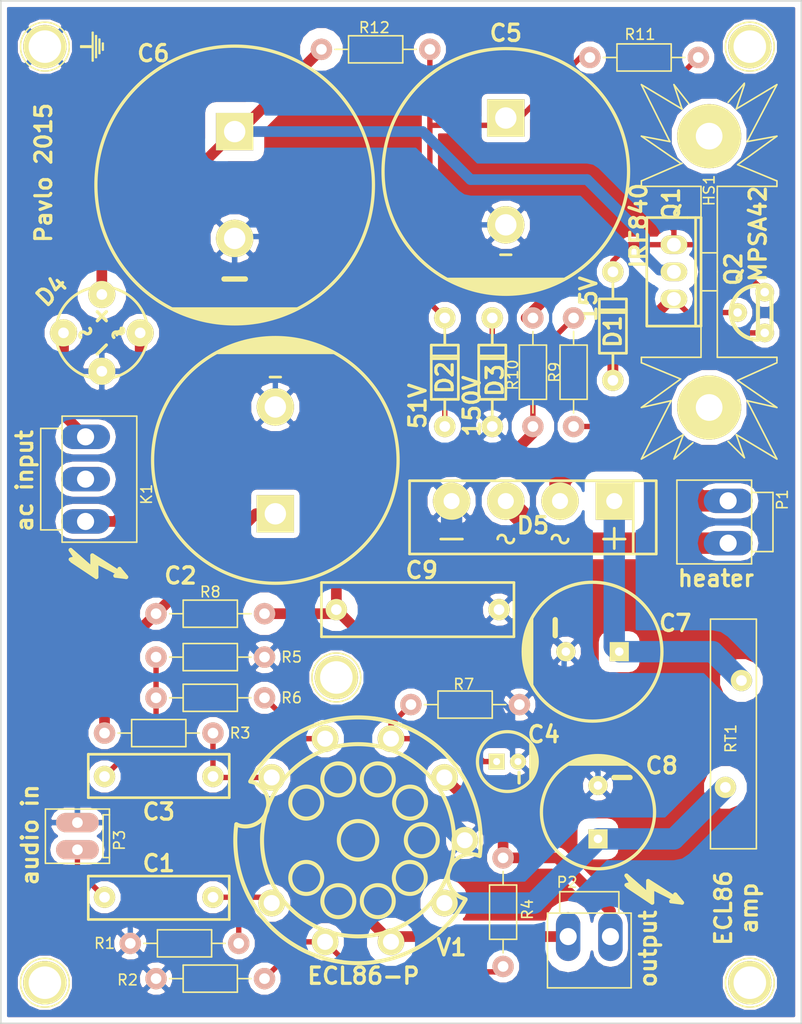
<source format=kicad_pcb>
(kicad_pcb (version 4) (host pcbnew 4.0.1-stable)

  (general
    (links 0)
    (no_connects 0)
    (area 30.084999 31.194999 105.235001 127.075001)
    (thickness 1.6)
    (drawings 10)
    (tracks 190)
    (zones 0)
    (modules 43)
    (nets 24)
  )

  (page A4)
  (layers
    (0 F.Cu signal)
    (31 B.Cu signal)
    (32 B.Adhes user)
    (33 F.Adhes user)
    (34 B.Paste user)
    (35 F.Paste user)
    (36 B.SilkS user)
    (37 F.SilkS user)
    (38 B.Mask user)
    (39 F.Mask user)
    (40 Dwgs.User user)
    (41 Cmts.User user)
    (42 Eco1.User user)
    (43 Eco2.User user)
    (44 Edge.Cuts user)
    (45 Margin user)
    (46 B.CrtYd user)
    (47 F.CrtYd user hide)
    (48 B.Fab user hide)
    (49 F.Fab user hide)
  )

  (setup
    (last_trace_width 0.25)
    (user_trace_width 0.3)
    (user_trace_width 0.5)
    (user_trace_width 1)
    (user_trace_width 1.3)
    (user_trace_width 1.5)
    (user_trace_width 1.7)
    (user_trace_width 2)
    (trace_clearance 0.3)
    (zone_clearance 0.508)
    (zone_45_only no)
    (trace_min 0.2)
    (segment_width 0.2)
    (edge_width 0.15)
    (via_size 0.6)
    (via_drill 0.4)
    (via_min_size 0.4)
    (via_min_drill 0.3)
    (uvia_size 0.3)
    (uvia_drill 0.1)
    (uvias_allowed no)
    (uvia_min_size 0.2)
    (uvia_min_drill 0.1)
    (pcb_text_width 0.3)
    (pcb_text_size 1.5 1.5)
    (mod_edge_width 0.15)
    (mod_text_size 1 1)
    (mod_text_width 0.15)
    (pad_size 4.064 4.064)
    (pad_drill 3.048)
    (pad_to_mask_clearance 0.2)
    (aux_axis_origin 0 0)
    (visible_elements 7FFFFFFF)
    (pcbplotparams
      (layerselection 0x010f0_80000001)
      (usegerberextensions false)
      (excludeedgelayer true)
      (linewidth 0.100000)
      (plotframeref false)
      (viasonmask false)
      (mode 1)
      (useauxorigin false)
      (hpglpennumber 1)
      (hpglpenspeed 20)
      (hpglpendiameter 15)
      (hpglpenoverlay 2)
      (psnegative false)
      (psa4output false)
      (plotreference true)
      (plotvalue false)
      (plotinvisibletext false)
      (padsonsilk false)
      (subtractmaskfromsilk false)
      (outputformat 1)
      (mirror false)
      (drillshape 0)
      (scaleselection 1)
      (outputdirectory Gerber/))
  )

  (net 0 "")
  (net 1 GND)
  (net 2 "Net-(R2-Pad1)")
  (net 3 "Net-(C1-Pad1)")
  (net 4 "Net-(C2-Pad1)")
  (net 5 "Net-(R6-Pad1)")
  (net 6 "Net-(C3-Pad1)")
  (net 7 "Net-(C3-Pad2)")
  (net 8 "Net-(C4-Pad1)")
  (net 9 "Net-(D1-Pad1)")
  (net 10 "Net-(D1-Pad2)")
  (net 11 "Net-(Q2-Pad1)")
  (net 12 "Net-(C5-Pad1)")
  (net 13 "Net-(D2-Pad2)")
  (net 14 "Net-(P2-Pad2)")
  (net 15 "Net-(C1-Pad2)")
  (net 16 "Net-(D4-Pad2)")
  (net 17 "Net-(D5-Pad2)")
  (net 18 "Net-(D5-Pad3)")
  (net 19 "Net-(D4-Pad3)")
  (net 20 /+HV_UNREG)
  (net 21 /+H_UNREG)
  (net 22 /+H)
  (net 23 /+HV)

  (net_class Default "This is the default net class."
    (clearance 0.3)
    (trace_width 0.25)
    (via_dia 0.6)
    (via_drill 0.4)
    (uvia_dia 0.3)
    (uvia_drill 0.1)
    (add_net GND)
    (add_net "Net-(C1-Pad1)")
    (add_net "Net-(C1-Pad2)")
    (add_net "Net-(C2-Pad1)")
    (add_net "Net-(C3-Pad1)")
    (add_net "Net-(C3-Pad2)")
    (add_net "Net-(C4-Pad1)")
    (add_net "Net-(C5-Pad1)")
    (add_net "Net-(D1-Pad1)")
    (add_net "Net-(D1-Pad2)")
    (add_net "Net-(D2-Pad2)")
    (add_net "Net-(D4-Pad2)")
    (add_net "Net-(D4-Pad3)")
    (add_net "Net-(D5-Pad2)")
    (add_net "Net-(D5-Pad3)")
    (add_net "Net-(P2-Pad2)")
    (add_net "Net-(Q2-Pad1)")
    (add_net "Net-(R2-Pad1)")
    (add_net "Net-(R6-Pad1)")
  )

  (net_class power ""
    (clearance 1)
    (trace_width 0.25)
    (via_dia 0.6)
    (via_drill 0.4)
    (uvia_dia 0.3)
    (uvia_drill 0.1)
    (add_net /+H)
    (add_net /+HV)
    (add_net /+HV_UNREG)
    (add_net /+H_UNREG)
  )

  (module _mine:CP_22x20mm (layer F.Cu) (tedit 56838EBA) (tstamp 5683DC73)
    (at 77.47 47.244 180)
    (descr "Capacitor, pol, cyl 22x20mm")
    (path /560F00B6)
    (fp_text reference C5 (at 0 12.954 180) (layer F.SilkS)
      (effects (font (thickness 0.3048)))
    )
    (fp_text value 47u/450V (at 0 12.8 180) (layer F.Fab)
      (effects (font (thickness 0.3048)))
    )
    (fp_line (start -5.4 -10.1) (end 5.4 -10.1) (layer F.SilkS) (width 0.3048))
    (fp_line (start 5 -10.3) (end -5 -10.3) (layer F.SilkS) (width 0.3048))
    (fp_line (start -4.5 -10.5) (end 4.5 -10.5) (layer F.SilkS) (width 0.3048))
    (fp_line (start -3.5 -10.9) (end 3.5 -10.9) (layer F.SilkS) (width 0.3048))
    (fp_line (start -2 -11.3) (end 2 -11.3) (layer F.SilkS) (width 0.3048))
    (fp_line (start -2.9 -11.1) (end 2.9 -11.1) (layer F.SilkS) (width 0.3048))
    (fp_line (start 4.1 -10.7) (end -4.1 -10.7) (layer F.SilkS) (width 0.3048))
    (fp_circle (center 0 0) (end -11.5 0) (layer F.SilkS) (width 0.3048))
    (fp_line (start -0.5 -7.8) (end 0.5 -7.8) (layer F.SilkS) (width 0.254))
    (pad 1 thru_hole rect (at 0 5 180) (size 3.5 3.5) (drill 2) (layers *.Cu *.Mask F.SilkS)
      (net 12 "Net-(C5-Pad1)"))
    (pad 2 thru_hole circle (at 0 -5 180) (size 3.5 3.5) (drill 2) (layers *.Cu *.Mask F.SilkS)
      (net 1 GND))
    (model walter/capacitors/cp_22x20mm.wrl
      (at (xyz 0 0 0))
      (scale (xyz 1 1 1))
      (rotate (xyz 0 0 0))
    )
  )

  (module _mine:Resistor_Horizontal_RM10mm (layer F.Cu) (tedit 568254AE) (tstamp 56828686)
    (at 49.784 92.71)
    (descr "Resistor, Axial,  RM 10mm, 1/3W,")
    (tags "Resistor, Axial, RM 10mm, 1/3W,")
    (path /560E77AE)
    (fp_text reference R5 (at 7.62 0) (layer F.SilkS)
      (effects (font (size 1 1) (thickness 0.15)))
    )
    (fp_text value 680k (at 3.81 3.81) (layer F.Fab)
      (effects (font (size 1 1) (thickness 0.15)))
    )
    (fp_line (start -2.54 -1.27) (end 2.54 -1.27) (layer F.SilkS) (width 0.15))
    (fp_line (start 2.54 -1.27) (end 2.54 1.27) (layer F.SilkS) (width 0.15))
    (fp_line (start 2.54 1.27) (end -2.54 1.27) (layer F.SilkS) (width 0.15))
    (fp_line (start -2.54 1.27) (end -2.54 -1.27) (layer F.SilkS) (width 0.15))
    (fp_line (start -2.54 0) (end -3.81 0) (layer F.SilkS) (width 0.15))
    (fp_line (start 2.54 0) (end 3.81 0) (layer F.SilkS) (width 0.15))
    (pad 1 thru_hole circle (at -5.08 0) (size 1.99898 1.99898) (drill 1) (layers *.Cu *.SilkS *.Mask)
      (net 6 "Net-(C3-Pad1)"))
    (pad 2 thru_hole circle (at 5.08 0) (size 1.99898 1.99898) (drill 1) (layers *.Cu *.SilkS *.Mask)
      (net 1 GND))
    (model Resistors_ThroughHole.3dshapes/Resistor_Horizontal_RM10mm.wrl
      (at (xyz 0 0 0))
      (scale (xyz 0.4 0.4 0.4))
      (rotate (xyz 0 0 0))
    )
  )

  (module Varistors:RV_Disc_D21.5_W4.3_P10 (layer F.Cu) (tedit 5529CAF8) (tstamp 56823805)
    (at 99.544 94.902 270)
    (tags "varistor SIOV")
    (path /5681310D)
    (fp_text reference RT1 (at 5.428 0.992 270) (layer F.SilkS)
      (effects (font (size 1 1) (thickness 0.15)))
    )
    (fp_text value S237/10 (at 5 -2.4 270) (layer F.Fab)
      (effects (font (size 1 1) (thickness 0.15)))
    )
    (fp_line (start -6 3.15) (end 16 3.15) (layer F.CrtYd) (width 0.05))
    (fp_line (start -6 -1.65) (end 16 -1.65) (layer F.CrtYd) (width 0.05))
    (fp_line (start 16 -1.65) (end 16 3.15) (layer F.CrtYd) (width 0.05))
    (fp_line (start -6 -1.65) (end -6 3.15) (layer F.CrtYd) (width 0.05))
    (fp_line (start -5.75 2.9) (end 15.75 2.9) (layer F.SilkS) (width 0.15))
    (fp_line (start -5.75 -1.4) (end 15.75 -1.4) (layer F.SilkS) (width 0.15))
    (fp_line (start 15.75 -1.4) (end 15.75 2.9) (layer F.SilkS) (width 0.15))
    (fp_line (start -5.75 -1.4) (end -5.75 2.9) (layer F.SilkS) (width 0.15))
    (pad 1 thru_hole circle (at 0 0 270) (size 2 2) (drill 1) (layers *.Cu *.Mask F.SilkS)
      (net 21 /+H_UNREG))
    (pad 2 thru_hole circle (at 10 1.5 270) (size 2 2) (drill 1) (layers *.Cu *.Mask F.SilkS)
      (net 22 /+H))
  )

  (module _mine:bridge_B25R (layer F.Cu) (tedit 56824F7E) (tstamp 5682774F)
    (at 39.624 62.357 225)
    (descr "diode bridge, WOB package")
    (path /56824E33)
    (fp_text reference D4 (at 0.538815 6.106574 225) (layer F.SilkS)
      (effects (font (thickness 0.3048)))
    )
    (fp_text value B250R (at 0 -6.35 225) (layer F.SilkS) hide
      (effects (font (thickness 0.3048)))
    )
    (fp_arc (start 0.8 1.1) (end 0.8 0.8) (angle 90) (layer F.SilkS) (width 0.3048))
    (fp_arc (start 0.8 1.1) (end 0.5 1.1) (angle 90) (layer F.SilkS) (width 0.3048))
    (fp_arc (start 1.4 1.1) (end 1.4 1.4) (angle 90) (layer F.SilkS) (width 0.3048))
    (fp_arc (start 1.4 1.1) (end 1.7 1.1) (angle 90) (layer F.SilkS) (width 0.3048))
    (fp_arc (start -0.8 -1.1) (end -0.5 -1.1) (angle 90) (layer F.SilkS) (width 0.3048))
    (fp_arc (start -0.8 -1.1) (end -0.8 -0.8) (angle 90) (layer F.SilkS) (width 0.3048))
    (fp_arc (start -1.4 -1.1) (end -1.7 -1.1) (angle 90) (layer F.SilkS) (width 0.3048))
    (fp_arc (start -1.4 -1.1) (end -1.4 -1.4) (angle 90) (layer F.SilkS) (width 0.3048))
    (fp_line (start 1.7 -1.1) (end 0.5 -1.1) (layer F.SilkS) (width 0.3048))
    (fp_line (start -0.5 1.1) (end -1.7 1.1) (layer F.SilkS) (width 0.3048))
    (fp_line (start -1.1 0.5) (end -1.1 1.7) (layer F.SilkS) (width 0.3048))
    (fp_text user ~ (at -1.27 -1.016 225) (layer F.SilkS)
      (effects (font (thickness 0.3048)))
    )
    (fp_text user ~ (at 1.778 2.032 225) (layer F.SilkS)
      (effects (font (thickness 0.3048)))
    )
    (fp_circle (center 0 0) (end -4.318 -0.0762) (layer F.SilkS) (width 0.254))
    (pad 1 thru_hole circle (at -2.54 2.54 225) (size 2.54 2.54) (drill 1) (layers *.Cu *.Mask F.SilkS)
      (net 20 /+HV_UNREG))
    (pad 2 thru_hole circle (at 2.54 2.54 225) (size 2.54 2.54) (drill 1) (layers *.Cu *.Mask F.SilkS)
      (net 16 "Net-(D4-Pad2)"))
    (pad 4 thru_hole circle (at 2.54 -2.54 225) (size 2.54 2.54) (drill 1) (layers *.Cu *.Mask F.SilkS)
      (net 1 GND))
    (pad 3 thru_hole circle (at -2.54 -2.54 225) (size 2.54 2.54) (drill 1) (layers *.Cu *.Mask F.SilkS)
      (net 19 "Net-(D4-Pad3)"))
    (model walter/pth_diodes/db_wob.wrl
      (at (xyz 0 0 0))
      (scale (xyz 1 1 1))
      (rotate (xyz 0 0 0))
    )
  )

  (module _mine:bridge_GBU6M (layer F.Cu) (tedit 56825206) (tstamp 56827CE5)
    (at 80.01 78.105 180)
    (descr "diode bridge, KBU4 series")
    (path /56823CEF)
    (fp_text reference D5 (at 0 -2.286 180) (layer F.SilkS)
      (effects (font (thickness 0.3048)))
    )
    (fp_text value GBU6M (at 0 -7.62 180) (layer F.SilkS) hide
      (effects (font (thickness 0.3048)))
    )
    (fp_line (start -9.398 -4.953) (end -9.398 1.905) (layer F.SilkS) (width 0.254))
    (fp_arc (start -2.921 -3.556) (end -2.921 -3.937) (angle 90) (layer F.SilkS) (width 0.254))
    (fp_arc (start -2.921 -3.556) (end -3.302 -3.556) (angle 90) (layer F.SilkS) (width 0.254))
    (fp_arc (start -2.159 -3.556) (end -2.159 -3.175) (angle 90) (layer F.SilkS) (width 0.254))
    (fp_arc (start -2.159 -3.556) (end -1.778 -3.556) (angle 90) (layer F.SilkS) (width 0.254))
    (fp_arc (start 2.921 -3.556) (end 3.302 -3.556) (angle 90) (layer F.SilkS) (width 0.254))
    (fp_arc (start 2.921 -3.556) (end 2.921 -3.175) (angle 90) (layer F.SilkS) (width 0.254))
    (fp_arc (start 2.159 -3.556) (end 1.778 -3.556) (angle 90) (layer F.SilkS) (width 0.254))
    (fp_arc (start 2.159 -3.556) (end 2.159 -3.937) (angle 90) (layer F.SilkS) (width 0.254))
    (fp_line (start 6.604 -3.556) (end 8.509 -3.556) (layer F.SilkS) (width 0.254))
    (fp_line (start 8.509 -3.556) (end 8.636 -3.556) (layer F.SilkS) (width 0.254))
    (fp_line (start -6.731 -3.556) (end -6.604 -3.556) (layer F.SilkS) (width 0.254))
    (fp_line (start -8.636 -3.556) (end -6.731 -3.556) (layer F.SilkS) (width 0.254))
    (fp_line (start -7.62 -4.445) (end -7.62 -2.54) (layer F.SilkS) (width 0.254))
    (fp_line (start -11.557 -4.953) (end -11.557 1.905) (layer F.SilkS) (width 0.254))
    (fp_line (start -11.557 1.905) (end 11.557 1.905) (layer F.SilkS) (width 0.254))
    (fp_line (start 11.557 1.905) (end 11.557 -4.953) (layer F.SilkS) (width 0.254))
    (fp_line (start 11.557 -4.953) (end -11.557 -4.953) (layer F.SilkS) (width 0.254))
    (pad 1 thru_hole rect (at -7.62 0 180) (size 3.50012 3.50012) (drill 1.5) (layers *.Cu *.Mask F.SilkS)
      (net 21 /+H_UNREG))
    (pad 2 thru_hole circle (at -2.54 0 180) (size 3.50012 3.50012) (drill 1.5) (layers *.Cu *.Mask F.SilkS)
      (net 17 "Net-(D5-Pad2)"))
    (pad 3 thru_hole circle (at 2.54 0 180) (size 3.50012 3.50012) (drill 1.5) (layers *.Cu *.Mask F.SilkS)
      (net 18 "Net-(D5-Pad3)"))
    (pad 4 thru_hole circle (at 7.62 0 180) (size 3.50012 3.50012) (drill 1.5) (layers *.Cu *.Mask F.SilkS)
      (net 1 GND))
    (model walter/pth_diodes/db_kbu4.wrl
      (at (xyz 0 0 0))
      (scale (xyz 1 1 1))
      (rotate (xyz 0 0 0))
    )
  )

  (module _mine:Resistor_Horizontal_RM10mm (layer F.Cu) (tedit 568254AE) (tstamp 5682865A)
    (at 47.371 119.507 180)
    (descr "Resistor, Axial,  RM 10mm, 1/3W,")
    (tags "Resistor, Axial, RM 10mm, 1/3W,")
    (path /560E6F83)
    (fp_text reference R1 (at 7.493 0 180) (layer F.SilkS)
      (effects (font (size 1 1) (thickness 0.15)))
    )
    (fp_text value 10M (at 3.81 3.81 180) (layer F.Fab)
      (effects (font (size 1 1) (thickness 0.15)))
    )
    (fp_line (start -2.54 -1.27) (end 2.54 -1.27) (layer F.SilkS) (width 0.15))
    (fp_line (start 2.54 -1.27) (end 2.54 1.27) (layer F.SilkS) (width 0.15))
    (fp_line (start 2.54 1.27) (end -2.54 1.27) (layer F.SilkS) (width 0.15))
    (fp_line (start -2.54 1.27) (end -2.54 -1.27) (layer F.SilkS) (width 0.15))
    (fp_line (start -2.54 0) (end -3.81 0) (layer F.SilkS) (width 0.15))
    (fp_line (start 2.54 0) (end 3.81 0) (layer F.SilkS) (width 0.15))
    (pad 1 thru_hole circle (at -5.08 0 180) (size 1.99898 1.99898) (drill 1) (layers *.Cu *.SilkS *.Mask)
      (net 3 "Net-(C1-Pad1)"))
    (pad 2 thru_hole circle (at 5.08 0 180) (size 1.99898 1.99898) (drill 1) (layers *.Cu *.SilkS *.Mask)
      (net 1 GND))
    (model Resistors_ThroughHole.3dshapes/Resistor_Horizontal_RM10mm.wrl
      (at (xyz 0 0 0))
      (scale (xyz 0.4 0.4 0.4))
      (rotate (xyz 0 0 0))
    )
  )

  (module _mine:Resistor_Horizontal_RM10mm (layer F.Cu) (tedit 568254AE) (tstamp 56828665)
    (at 49.784 122.809 180)
    (descr "Resistor, Axial,  RM 10mm, 1/3W,")
    (tags "Resistor, Axial, RM 10mm, 1/3W,")
    (path /560E6FDE)
    (fp_text reference R2 (at 7.747 -0.127 180) (layer F.SilkS)
      (effects (font (size 1 1) (thickness 0.15)))
    )
    (fp_text value 330 (at 3.81 3.81 180) (layer F.Fab)
      (effects (font (size 1 1) (thickness 0.15)))
    )
    (fp_line (start -2.54 -1.27) (end 2.54 -1.27) (layer F.SilkS) (width 0.15))
    (fp_line (start 2.54 -1.27) (end 2.54 1.27) (layer F.SilkS) (width 0.15))
    (fp_line (start 2.54 1.27) (end -2.54 1.27) (layer F.SilkS) (width 0.15))
    (fp_line (start -2.54 1.27) (end -2.54 -1.27) (layer F.SilkS) (width 0.15))
    (fp_line (start -2.54 0) (end -3.81 0) (layer F.SilkS) (width 0.15))
    (fp_line (start 2.54 0) (end 3.81 0) (layer F.SilkS) (width 0.15))
    (pad 1 thru_hole circle (at -5.08 0 180) (size 1.99898 1.99898) (drill 1) (layers *.Cu *.SilkS *.Mask)
      (net 2 "Net-(R2-Pad1)"))
    (pad 2 thru_hole circle (at 5.08 0 180) (size 1.99898 1.99898) (drill 1) (layers *.Cu *.SilkS *.Mask)
      (net 1 GND))
    (model Resistors_ThroughHole.3dshapes/Resistor_Horizontal_RM10mm.wrl
      (at (xyz 0 0 0))
      (scale (xyz 0.4 0.4 0.4))
      (rotate (xyz 0 0 0))
    )
  )

  (module _mine:Resistor_Horizontal_RM10mm (layer F.Cu) (tedit 568254AE) (tstamp 56828670)
    (at 44.958 99.822)
    (descr "Resistor, Axial,  RM 10mm, 1/3W,")
    (tags "Resistor, Axial, RM 10mm, 1/3W,")
    (path /560E6EBA)
    (fp_text reference R3 (at 7.62 0) (layer F.SilkS)
      (effects (font (size 1 1) (thickness 0.15)))
    )
    (fp_text value 330k (at 3.81 3.81) (layer F.Fab)
      (effects (font (size 1 1) (thickness 0.15)))
    )
    (fp_line (start -2.54 -1.27) (end 2.54 -1.27) (layer F.SilkS) (width 0.15))
    (fp_line (start 2.54 -1.27) (end 2.54 1.27) (layer F.SilkS) (width 0.15))
    (fp_line (start 2.54 1.27) (end -2.54 1.27) (layer F.SilkS) (width 0.15))
    (fp_line (start -2.54 1.27) (end -2.54 -1.27) (layer F.SilkS) (width 0.15))
    (fp_line (start -2.54 0) (end -3.81 0) (layer F.SilkS) (width 0.15))
    (fp_line (start 2.54 0) (end 3.81 0) (layer F.SilkS) (width 0.15))
    (pad 1 thru_hole circle (at -5.08 0) (size 1.99898 1.99898) (drill 1) (layers *.Cu *.SilkS *.Mask)
      (net 4 "Net-(C2-Pad1)"))
    (pad 2 thru_hole circle (at 5.08 0) (size 1.99898 1.99898) (drill 1) (layers *.Cu *.SilkS *.Mask)
      (net 7 "Net-(C3-Pad2)"))
    (model Resistors_ThroughHole.3dshapes/Resistor_Horizontal_RM10mm.wrl
      (at (xyz 0 0 0))
      (scale (xyz 0.4 0.4 0.4))
      (rotate (xyz 0 0 0))
    )
  )

  (module _mine:Resistor_Horizontal_RM10mm (layer F.Cu) (tedit 568254AE) (tstamp 5682867B)
    (at 77.216 116.586 270)
    (descr "Resistor, Axial,  RM 10mm, 1/3W,")
    (tags "Resistor, Axial, RM 10mm, 1/3W,")
    (path /560E9A3C)
    (fp_text reference R4 (at -0.254 -2.286 270) (layer F.SilkS)
      (effects (font (size 1 1) (thickness 0.15)))
    )
    (fp_text value 330k (at 3.81 3.81 270) (layer F.Fab)
      (effects (font (size 1 1) (thickness 0.15)))
    )
    (fp_line (start -2.54 -1.27) (end 2.54 -1.27) (layer F.SilkS) (width 0.15))
    (fp_line (start 2.54 -1.27) (end 2.54 1.27) (layer F.SilkS) (width 0.15))
    (fp_line (start 2.54 1.27) (end -2.54 1.27) (layer F.SilkS) (width 0.15))
    (fp_line (start -2.54 1.27) (end -2.54 -1.27) (layer F.SilkS) (width 0.15))
    (fp_line (start -2.54 0) (end -3.81 0) (layer F.SilkS) (width 0.15))
    (fp_line (start 2.54 0) (end 3.81 0) (layer F.SilkS) (width 0.15))
    (pad 1 thru_hole circle (at -5.08 0 270) (size 1.99898 1.99898) (drill 1) (layers *.Cu *.SilkS *.Mask)
      (net 14 "Net-(P2-Pad2)"))
    (pad 2 thru_hole circle (at 5.08 0 270) (size 1.99898 1.99898) (drill 1) (layers *.Cu *.SilkS *.Mask)
      (net 2 "Net-(R2-Pad1)"))
    (model Resistors_ThroughHole.3dshapes/Resistor_Horizontal_RM10mm.wrl
      (at (xyz 0 0 0))
      (scale (xyz 0.4 0.4 0.4))
      (rotate (xyz 0 0 0))
    )
  )

  (module _mine:Resistor_Horizontal_RM10mm (layer F.Cu) (tedit 568254AE) (tstamp 56828691)
    (at 49.784 96.52 180)
    (descr "Resistor, Axial,  RM 10mm, 1/3W,")
    (tags "Resistor, Axial, RM 10mm, 1/3W,")
    (path /560E780A)
    (fp_text reference R6 (at -7.62 0 180) (layer F.SilkS)
      (effects (font (size 1 1) (thickness 0.15)))
    )
    (fp_text value 10k (at 3.81 3.81 180) (layer F.Fab)
      (effects (font (size 1 1) (thickness 0.15)))
    )
    (fp_line (start -2.54 -1.27) (end 2.54 -1.27) (layer F.SilkS) (width 0.15))
    (fp_line (start 2.54 -1.27) (end 2.54 1.27) (layer F.SilkS) (width 0.15))
    (fp_line (start 2.54 1.27) (end -2.54 1.27) (layer F.SilkS) (width 0.15))
    (fp_line (start -2.54 1.27) (end -2.54 -1.27) (layer F.SilkS) (width 0.15))
    (fp_line (start -2.54 0) (end -3.81 0) (layer F.SilkS) (width 0.15))
    (fp_line (start 2.54 0) (end 3.81 0) (layer F.SilkS) (width 0.15))
    (pad 1 thru_hole circle (at -5.08 0 180) (size 1.99898 1.99898) (drill 1) (layers *.Cu *.SilkS *.Mask)
      (net 5 "Net-(R6-Pad1)"))
    (pad 2 thru_hole circle (at 5.08 0 180) (size 1.99898 1.99898) (drill 1) (layers *.Cu *.SilkS *.Mask)
      (net 6 "Net-(C3-Pad1)"))
    (model Resistors_ThroughHole.3dshapes/Resistor_Horizontal_RM10mm.wrl
      (at (xyz 0 0 0))
      (scale (xyz 0.4 0.4 0.4))
      (rotate (xyz 0 0 0))
    )
  )

  (module _mine:Resistor_Horizontal_RM10mm (layer F.Cu) (tedit 568254AE) (tstamp 5682869C)
    (at 73.66 97.155)
    (descr "Resistor, Axial,  RM 10mm, 1/3W,")
    (tags "Resistor, Axial, RM 10mm, 1/3W,")
    (path /560E7AAE)
    (fp_text reference R7 (at -0.127 -1.905) (layer F.SilkS)
      (effects (font (size 1 1) (thickness 0.15)))
    )
    (fp_text value 220 (at 3.81 3.81) (layer F.Fab)
      (effects (font (size 1 1) (thickness 0.15)))
    )
    (fp_line (start -2.54 -1.27) (end 2.54 -1.27) (layer F.SilkS) (width 0.15))
    (fp_line (start 2.54 -1.27) (end 2.54 1.27) (layer F.SilkS) (width 0.15))
    (fp_line (start 2.54 1.27) (end -2.54 1.27) (layer F.SilkS) (width 0.15))
    (fp_line (start -2.54 1.27) (end -2.54 -1.27) (layer F.SilkS) (width 0.15))
    (fp_line (start -2.54 0) (end -3.81 0) (layer F.SilkS) (width 0.15))
    (fp_line (start 2.54 0) (end 3.81 0) (layer F.SilkS) (width 0.15))
    (pad 1 thru_hole circle (at -5.08 0) (size 1.99898 1.99898) (drill 1) (layers *.Cu *.SilkS *.Mask)
      (net 8 "Net-(C4-Pad1)"))
    (pad 2 thru_hole circle (at 5.08 0) (size 1.99898 1.99898) (drill 1) (layers *.Cu *.SilkS *.Mask)
      (net 1 GND))
    (model Resistors_ThroughHole.3dshapes/Resistor_Horizontal_RM10mm.wrl
      (at (xyz 0 0 0))
      (scale (xyz 0.4 0.4 0.4))
      (rotate (xyz 0 0 0))
    )
  )

  (module _mine:Resistor_Horizontal_RM10mm (layer F.Cu) (tedit 568254AE) (tstamp 568286A7)
    (at 49.784 88.646 180)
    (descr "Resistor, Axial,  RM 10mm, 1/3W,")
    (tags "Resistor, Axial, RM 10mm, 1/3W,")
    (path /560EAA3C)
    (fp_text reference R8 (at 0 2.032 180) (layer F.SilkS)
      (effects (font (size 1 1) (thickness 0.15)))
    )
    (fp_text value 4k7/1W (at 3.81 3.81 180) (layer F.Fab)
      (effects (font (size 1 1) (thickness 0.15)))
    )
    (fp_line (start -2.54 -1.27) (end 2.54 -1.27) (layer F.SilkS) (width 0.15))
    (fp_line (start 2.54 -1.27) (end 2.54 1.27) (layer F.SilkS) (width 0.15))
    (fp_line (start 2.54 1.27) (end -2.54 1.27) (layer F.SilkS) (width 0.15))
    (fp_line (start -2.54 1.27) (end -2.54 -1.27) (layer F.SilkS) (width 0.15))
    (fp_line (start -2.54 0) (end -3.81 0) (layer F.SilkS) (width 0.15))
    (fp_line (start 2.54 0) (end 3.81 0) (layer F.SilkS) (width 0.15))
    (pad 1 thru_hole circle (at -5.08 0 180) (size 1.99898 1.99898) (drill 1) (layers *.Cu *.SilkS *.Mask)
      (net 23 /+HV))
    (pad 2 thru_hole circle (at 5.08 0 180) (size 1.99898 1.99898) (drill 1) (layers *.Cu *.SilkS *.Mask)
      (net 4 "Net-(C2-Pad1)"))
    (model Resistors_ThroughHole.3dshapes/Resistor_Horizontal_RM10mm.wrl
      (at (xyz 0 0 0))
      (scale (xyz 0.4 0.4 0.4))
      (rotate (xyz 0 0 0))
    )
  )

  (module _mine:Resistor_Horizontal_RM10mm (layer F.Cu) (tedit 568254AE) (tstamp 568286B2)
    (at 83.82 66.04 270)
    (descr "Resistor, Axial,  RM 10mm, 1/3W,")
    (tags "Resistor, Axial, RM 10mm, 1/3W,")
    (path /560EDBB9)
    (fp_text reference R9 (at 0 1.778 270) (layer F.SilkS)
      (effects (font (size 1 1) (thickness 0.15)))
    )
    (fp_text value 100 (at 3.81 3.81 270) (layer F.Fab)
      (effects (font (size 1 1) (thickness 0.15)))
    )
    (fp_line (start -2.54 -1.27) (end 2.54 -1.27) (layer F.SilkS) (width 0.15))
    (fp_line (start 2.54 -1.27) (end 2.54 1.27) (layer F.SilkS) (width 0.15))
    (fp_line (start 2.54 1.27) (end -2.54 1.27) (layer F.SilkS) (width 0.15))
    (fp_line (start -2.54 1.27) (end -2.54 -1.27) (layer F.SilkS) (width 0.15))
    (fp_line (start -2.54 0) (end -3.81 0) (layer F.SilkS) (width 0.15))
    (fp_line (start 2.54 0) (end 3.81 0) (layer F.SilkS) (width 0.15))
    (pad 1 thru_hole circle (at -5.08 0 270) (size 1.99898 1.99898) (drill 1) (layers *.Cu *.SilkS *.Mask)
      (net 23 /+HV))
    (pad 2 thru_hole circle (at 5.08 0 270) (size 1.99898 1.99898) (drill 1) (layers *.Cu *.SilkS *.Mask)
      (net 11 "Net-(Q2-Pad1)"))
    (model Resistors_ThroughHole.3dshapes/Resistor_Horizontal_RM10mm.wrl
      (at (xyz 0 0 0))
      (scale (xyz 0.4 0.4 0.4))
      (rotate (xyz 0 0 0))
    )
  )

  (module _mine:Resistor_Horizontal_RM10mm (layer F.Cu) (tedit 568254AE) (tstamp 568286BD)
    (at 80.01 66.04 90)
    (descr "Resistor, Axial,  RM 10mm, 1/3W,")
    (tags "Resistor, Axial, RM 10mm, 1/3W,")
    (path /560EDAC4)
    (fp_text reference R10 (at -0.254 -1.905 90) (layer F.SilkS)
      (effects (font (size 1 1) (thickness 0.15)))
    )
    (fp_text value 10 (at 0 0 90) (layer F.Fab)
      (effects (font (size 1 1) (thickness 0.15)))
    )
    (fp_line (start -2.54 -1.27) (end 2.54 -1.27) (layer F.SilkS) (width 0.15))
    (fp_line (start 2.54 -1.27) (end 2.54 1.27) (layer F.SilkS) (width 0.15))
    (fp_line (start 2.54 1.27) (end -2.54 1.27) (layer F.SilkS) (width 0.15))
    (fp_line (start -2.54 1.27) (end -2.54 -1.27) (layer F.SilkS) (width 0.15))
    (fp_line (start -2.54 0) (end -3.81 0) (layer F.SilkS) (width 0.15))
    (fp_line (start 2.54 0) (end 3.81 0) (layer F.SilkS) (width 0.15))
    (pad 1 thru_hole circle (at -5.08 0 90) (size 1.99898 1.99898) (drill 1) (layers *.Cu *.SilkS *.Mask)
      (net 23 /+HV))
    (pad 2 thru_hole circle (at 5.08 0 90) (size 1.99898 1.99898) (drill 1) (layers *.Cu *.SilkS *.Mask)
      (net 10 "Net-(D1-Pad2)"))
    (model Resistors_ThroughHole.3dshapes/Resistor_Horizontal_RM10mm.wrl
      (at (xyz 0 0 0))
      (scale (xyz 0.4 0.4 0.4))
      (rotate (xyz 0 0 0))
    )
  )

  (module _mine:Resistor_Horizontal_RM10mm (layer F.Cu) (tedit 568254AE) (tstamp 568286D3)
    (at 65.278 35.814 180)
    (descr "Resistor, Axial,  RM 10mm, 1/3W,")
    (tags "Resistor, Axial, RM 10mm, 1/3W,")
    (path /560F285C)
    (fp_text reference R12 (at 0.127 2.032 180) (layer F.SilkS)
      (effects (font (size 1 1) (thickness 0.15)))
    )
    (fp_text value 100k (at 3.81 3.81 180) (layer F.Fab)
      (effects (font (size 1 1) (thickness 0.15)))
    )
    (fp_line (start -2.54 -1.27) (end 2.54 -1.27) (layer F.SilkS) (width 0.15))
    (fp_line (start 2.54 -1.27) (end 2.54 1.27) (layer F.SilkS) (width 0.15))
    (fp_line (start 2.54 1.27) (end -2.54 1.27) (layer F.SilkS) (width 0.15))
    (fp_line (start -2.54 1.27) (end -2.54 -1.27) (layer F.SilkS) (width 0.15))
    (fp_line (start -2.54 0) (end -3.81 0) (layer F.SilkS) (width 0.15))
    (fp_line (start 2.54 0) (end 3.81 0) (layer F.SilkS) (width 0.15))
    (pad 1 thru_hole circle (at -5.08 0 180) (size 1.99898 1.99898) (drill 1) (layers *.Cu *.SilkS *.Mask)
      (net 12 "Net-(C5-Pad1)"))
    (pad 2 thru_hole circle (at 5.08 0 180) (size 1.99898 1.99898) (drill 1) (layers *.Cu *.SilkS *.Mask)
      (net 20 /+HV_UNREG))
    (model Resistors_ThroughHole.3dshapes/Resistor_Horizontal_RM10mm.wrl
      (at (xyz 0 0 0))
      (scale (xyz 0.4 0.4 0.4))
      (rotate (xyz 0 0 0))
    )
  )

  (module _mine:Heatsink_Fischer_SK104-STC-STIC_35x13mm_2xDrill2.5mm (layer F.Cu) (tedit 56828552) (tstamp 5682A96E)
    (at 96.52 56.642 270)
    (descr "Heatsink, 35mm x 13mm, 2x Fixation 2,5mm Drill, Soldering, Fischer SK104-STC-STIC,")
    (tags "Heatsink, 35mm x 13mm, 2x Fixation 2,5mm Drill, Soldering, Fischer SK104-STC-STIC, Kuehlkoerper,  Strangkuehlkoerper, Loetbefestigung, for TO-220")
    (path /56828ABD)
    (fp_text reference HS1 (at -7.62 0 270) (layer F.SilkS)
      (effects (font (size 1 1) (thickness 0.15)))
    )
    (fp_text value HEATSINK (at 0.65 9.075 270) (layer F.Fab)
      (effects (font (size 1 1) (thickness 0.15)))
    )
    (fp_line (start -1.778 -0.762) (end -1.778 0.762) (layer F.SilkS) (width 0.15))
    (fp_line (start 1.778 -0.762) (end 1.778 0.762) (layer F.SilkS) (width 0.15))
    (fp_line (start -8.509 6.35) (end -8.001 6.35) (layer F.SilkS) (width 0.15))
    (fp_line (start 17.526 -6.35) (end 12.065 -3.556) (layer F.SilkS) (width 0.15))
    (fp_line (start 12.065 -3.556) (end 12.7 -6.35) (layer F.SilkS) (width 0.15))
    (fp_line (start -10.033 -2.667) (end -12.7 -6.35) (layer F.SilkS) (width 0.15))
    (fp_line (start -12.7 -6.35) (end -12.192 -3.556) (layer F.SilkS) (width 0.15))
    (fp_line (start -12.192 -3.556) (end -17.526 -6.35) (layer F.SilkS) (width 0.15))
    (fp_line (start -10.16 2.667) (end -12.7 6.35) (layer F.SilkS) (width 0.15))
    (fp_line (start -12.7 6.35) (end -12.192 3.683) (layer F.SilkS) (width 0.15))
    (fp_line (start -12.192 3.683) (end -17.526 6.35) (layer F.SilkS) (width 0.15))
    (fp_line (start -15.24 2.54) (end -17.526 6.35) (layer F.SilkS) (width 0.15))
    (fp_line (start -15.24 -2.54) (end -17.526 -6.35) (layer F.SilkS) (width 0.15))
    (fp_line (start 8.001 -6.35) (end 8.382 -6.35) (layer F.SilkS) (width 0.15))
    (fp_line (start 8.001 6.35) (end 8.509 6.35) (layer F.SilkS) (width 0.15))
    (fp_line (start 10.033 2.667) (end 12.7 6.35) (layer F.SilkS) (width 0.15))
    (fp_line (start 12.7 6.35) (end 12.065 3.556) (layer F.SilkS) (width 0.15))
    (fp_line (start 12.065 3.556) (end 17.526 6.35) (layer F.SilkS) (width 0.15))
    (fp_line (start 15.24 2.413) (end 17.526 3.302) (layer F.SilkS) (width 0.15))
    (fp_line (start 17.526 3.302) (end 16.002 1.524) (layer F.SilkS) (width 0.15))
    (fp_line (start 17.526 6.35) (end 15.24 2.413) (layer F.SilkS) (width 0.15))
    (fp_line (start 15.24 -2.54) (end 17.399 -3.302) (layer F.SilkS) (width 0.15))
    (fp_line (start 17.399 -3.302) (end 15.875 -1.778) (layer F.SilkS) (width 0.15))
    (fp_line (start 17.526 -6.35) (end 15.24 -2.54) (layer F.SilkS) (width 0.15))
    (fp_line (start 10.16 -2.667) (end 12.7 -6.35) (layer F.SilkS) (width 0.15))
    (fp_line (start 8.509 6.35) (end 10.033 2.667) (layer F.SilkS) (width 0.15))
    (fp_line (start 8.509 -6.35) (end 10.16 -2.667) (layer F.SilkS) (width 0.15))
    (fp_line (start -8.509 6.35) (end -10.16 2.54) (layer F.SilkS) (width 0.15))
    (fp_line (start -8.001 -6.35) (end -8.509 -6.35) (layer F.SilkS) (width 0.15))
    (fp_line (start -8.509 -6.35) (end -10.033 -2.667) (layer F.SilkS) (width 0.15))
    (fp_line (start -17.526 3.302) (end -15.748 1.905) (layer F.SilkS) (width 0.15))
    (fp_line (start -17.653 -3.302) (end -15.875 -1.778) (layer F.SilkS) (width 0.15))
    (fp_line (start -17.526 3.302) (end -15.24 2.54) (layer F.SilkS) (width 0.15))
    (fp_line (start -17.526 -3.302) (end -15.24 -2.54) (layer F.SilkS) (width 0.15))
    (fp_line (start 0 0.762) (end -8.001 0.762) (layer F.SilkS) (width 0.15))
    (fp_line (start -8.001 0.762) (end -8.001 6.35) (layer F.SilkS) (width 0.15))
    (fp_line (start 0 0.762) (end 8.001 0.762) (layer F.SilkS) (width 0.15))
    (fp_line (start 8.001 0.762) (end 8.001 6.35) (layer F.SilkS) (width 0.15))
    (fp_line (start 0 -0.762) (end -8.001 -0.762) (layer F.SilkS) (width 0.15))
    (fp_line (start -8.001 -0.762) (end -8.001 -6.35) (layer F.SilkS) (width 0.15))
    (fp_line (start 0 -0.762) (end 8.001 -0.762) (layer F.SilkS) (width 0.15))
    (fp_line (start 8.001 -0.762) (end 8.001 -6.35) (layer F.SilkS) (width 0.15))
    (pad 1 thru_hole circle (at 12.7 0 270) (size 5.99948 5.99948) (drill 2.5) (layers *.Cu *.Mask F.SilkS))
    (pad 1 thru_hole circle (at -12.7 0 270) (size 5.99948 5.99948) (drill 2.5) (layers *.Cu *.Mask F.SilkS))
  )

  (module _mine:diode_do41 (layer F.Cu) (tedit 56828F71) (tstamp 56828310)
    (at 71.755 66.04 90)
    (descr "Diode, DO-41 package")
    (path /560F24F5)
    (fp_text reference D2 (at -0.508 0 90) (layer F.SilkS)
      (effects (font (thickness 0.3048)))
    )
    (fp_text value 51V (at -3.175 -2.54 90) (layer F.SilkS)
      (effects (font (thickness 0.3048)))
    )
    (fp_line (start 1.524 1.27) (end 1.524 -1.27) (layer F.SilkS) (width 0.254))
    (fp_line (start 1.27 -1.27) (end 1.27 1.27) (layer F.SilkS) (width 0.254))
    (fp_line (start -2.54 -1.27) (end -2.54 1.27) (layer F.SilkS) (width 0.254))
    (fp_line (start 2.54 -1.27) (end 2.54 1.27) (layer F.SilkS) (width 0.254))
    (fp_line (start -2.54 -1.27) (end 2.54 -1.27) (layer F.SilkS) (width 0.254))
    (fp_line (start 2.54 1.27) (end -2.54 1.27) (layer F.SilkS) (width 0.254))
    (fp_line (start 4.826 0) (end 2.54 0) (layer F.SilkS) (width 0.254))
    (fp_line (start -2.54 0) (end -4.826 0) (layer F.SilkS) (width 0.254))
    (pad 2 thru_hole circle (at -5.08 0 90) (size 1.99898 1.99898) (drill 1) (layers *.Cu *.Mask F.SilkS)
      (net 13 "Net-(D2-Pad2)"))
    (pad 1 thru_hole circle (at 5.08 0 90) (size 1.99898 1.99898) (drill 1) (layers *.Cu *.Mask F.SilkS)
      (net 12 "Net-(C5-Pad1)"))
    (model walter/pth_diodes/diode_do41.wrl
      (at (xyz 0 0 0))
      (scale (xyz 1 1 1))
      (rotate (xyz 0 0 0))
    )
  )

  (module _mine:diode_do41 (layer F.Cu) (tedit 56828F71) (tstamp 56828303)
    (at 87.503 61.722 90)
    (descr "Diode, DO-41 package")
    (path /560EDEBC)
    (fp_text reference D1 (at -0.508 0 90) (layer F.SilkS)
      (effects (font (thickness 0.3048)))
    )
    (fp_text value 15V (at 2.54 -2.286 90) (layer F.SilkS)
      (effects (font (thickness 0.3048)))
    )
    (fp_line (start 1.524 1.27) (end 1.524 -1.27) (layer F.SilkS) (width 0.254))
    (fp_line (start 1.27 -1.27) (end 1.27 1.27) (layer F.SilkS) (width 0.254))
    (fp_line (start -2.54 -1.27) (end -2.54 1.27) (layer F.SilkS) (width 0.254))
    (fp_line (start 2.54 -1.27) (end 2.54 1.27) (layer F.SilkS) (width 0.254))
    (fp_line (start -2.54 -1.27) (end 2.54 -1.27) (layer F.SilkS) (width 0.254))
    (fp_line (start 2.54 1.27) (end -2.54 1.27) (layer F.SilkS) (width 0.254))
    (fp_line (start 4.826 0) (end 2.54 0) (layer F.SilkS) (width 0.254))
    (fp_line (start -2.54 0) (end -4.826 0) (layer F.SilkS) (width 0.254))
    (pad 2 thru_hole circle (at -5.08 0 90) (size 1.99898 1.99898) (drill 1) (layers *.Cu *.Mask F.SilkS)
      (net 10 "Net-(D1-Pad2)"))
    (pad 1 thru_hole circle (at 5.08 0 90) (size 1.99898 1.99898) (drill 1) (layers *.Cu *.Mask F.SilkS)
      (net 9 "Net-(D1-Pad1)"))
    (model walter/pth_diodes/diode_do41.wrl
      (at (xyz 0 0 0))
      (scale (xyz 1 1 1))
      (rotate (xyz 0 0 0))
    )
  )

  (module _mine:diode_do41 (layer F.Cu) (tedit 56828F71) (tstamp 5682831D)
    (at 76.2 66.04 90)
    (descr "Diode, DO-41 package")
    (path /560F258B)
    (fp_text reference D3 (at -0.762 0.254 90) (layer F.SilkS)
      (effects (font (thickness 0.3048)))
    )
    (fp_text value 150V (at -3.175 -1.905 90) (layer F.SilkS)
      (effects (font (thickness 0.3048)))
    )
    (fp_line (start 1.524 1.27) (end 1.524 -1.27) (layer F.SilkS) (width 0.254))
    (fp_line (start 1.27 -1.27) (end 1.27 1.27) (layer F.SilkS) (width 0.254))
    (fp_line (start -2.54 -1.27) (end -2.54 1.27) (layer F.SilkS) (width 0.254))
    (fp_line (start 2.54 -1.27) (end 2.54 1.27) (layer F.SilkS) (width 0.254))
    (fp_line (start -2.54 -1.27) (end 2.54 -1.27) (layer F.SilkS) (width 0.254))
    (fp_line (start 2.54 1.27) (end -2.54 1.27) (layer F.SilkS) (width 0.254))
    (fp_line (start 4.826 0) (end 2.54 0) (layer F.SilkS) (width 0.254))
    (fp_line (start -2.54 0) (end -4.826 0) (layer F.SilkS) (width 0.254))
    (pad 2 thru_hole circle (at -5.08 0 90) (size 1.99898 1.99898) (drill 1) (layers *.Cu *.Mask F.SilkS)
      (net 1 GND))
    (pad 1 thru_hole circle (at 5.08 0 90) (size 1.99898 1.99898) (drill 1) (layers *.Cu *.Mask F.SilkS)
      (net 13 "Net-(D2-Pad2)"))
    (model walter/pth_diodes/diode_do41.wrl
      (at (xyz 0 0 0))
      (scale (xyz 1 1 1))
      (rotate (xyz 0 0 0))
    )
  )

  (module _mine:Resistor_Horizontal_RM10mm (layer F.Cu) (tedit 568254AE) (tstamp 568286C8)
    (at 90.424 36.576 180)
    (descr "Resistor, Axial,  RM 10mm, 1/3W,")
    (tags "Resistor, Axial, RM 10mm, 1/3W,")
    (path /560EFFBE)
    (fp_text reference R11 (at 0.381 2.159 180) (layer F.SilkS)
      (effects (font (size 1 1) (thickness 0.15)))
    )
    (fp_text value 1M (at 0 0 180) (layer F.Fab)
      (effects (font (size 1 1) (thickness 0.15)))
    )
    (fp_line (start -2.54 -1.27) (end 2.54 -1.27) (layer F.SilkS) (width 0.15))
    (fp_line (start 2.54 -1.27) (end 2.54 1.27) (layer F.SilkS) (width 0.15))
    (fp_line (start 2.54 1.27) (end -2.54 1.27) (layer F.SilkS) (width 0.15))
    (fp_line (start -2.54 1.27) (end -2.54 -1.27) (layer F.SilkS) (width 0.15))
    (fp_line (start -2.54 0) (end -3.81 0) (layer F.SilkS) (width 0.15))
    (fp_line (start 2.54 0) (end 3.81 0) (layer F.SilkS) (width 0.15))
    (pad 1 thru_hole circle (at -5.08 0 180) (size 1.99898 1.99898) (drill 1) (layers *.Cu *.SilkS *.Mask)
      (net 9 "Net-(D1-Pad1)"))
    (pad 2 thru_hole circle (at 5.08 0 180) (size 1.99898 1.99898) (drill 1) (layers *.Cu *.SilkS *.Mask)
      (net 12 "Net-(C5-Pad1)"))
    (model Resistors_ThroughHole.3dshapes/Resistor_Horizontal_RM10mm.wrl
      (at (xyz 0 0 0))
      (scale (xyz 0.4 0.4 0.4))
      (rotate (xyz 0 0 0))
    )
  )

  (module _mine:to220_std (layer F.Cu) (tedit 56829100) (tstamp 5682A56C)
    (at 93.218 56.642 270)
    (descr "TO220, standard design witount bended pins")
    (path /560EF0B0)
    (fp_text reference Q1 (at -6.35 0.254 270) (layer F.SilkS)
      (effects (font (thickness 0.3048)))
    )
    (fp_text value IRF840 (at -4.318 3.302 270) (layer F.SilkS)
      (effects (font (thickness 0.3048)))
    )
    (fp_line (start -5.08 -2.032) (end 5.08 -2.032) (layer F.SilkS) (width 0.254))
    (fp_line (start -5.08 -1.27) (end -5.08 2.54) (layer F.SilkS) (width 0.254))
    (fp_line (start -5.08 2.54) (end 5.08 2.54) (layer F.SilkS) (width 0.254))
    (fp_line (start 5.08 2.54) (end 5.08 -2.54) (layer F.SilkS) (width 0.254))
    (fp_line (start 5.08 -2.54) (end -5.08 -2.54) (layer F.SilkS) (width 0.254))
    (fp_line (start -5.08 -2.54) (end -5.08 -1.27) (layer F.SilkS) (width 0.254))
    (pad 3 thru_hole oval (at 2.54 0 270) (size 1.74498 2.49936) (drill 1.3) (layers *.Cu *.Mask F.SilkS)
      (net 10 "Net-(D1-Pad2)"))
    (pad 2 thru_hole oval (at 0 0 270) (size 1.74498 2.49936) (drill 1.3) (layers *.Cu *.Mask F.SilkS)
      (net 20 /+HV_UNREG))
    (pad 1 thru_hole oval (at -2.54 0 270) (size 1.74498 2.49936) (drill 1.3) (layers *.Cu *.Mask F.SilkS)
      (net 9 "Net-(D1-Pad1)"))
    (model walter/to/to220_std.wrl
      (at (xyz 0 0 0))
      (scale (xyz 1 1 1))
      (rotate (xyz 0 0 0))
    )
  )

  (module _mine:to92_3 (layer F.Cu) (tedit 568291AB) (tstamp 5682A205)
    (at 101.092 60.452 90)
    (descr TO92)
    (path /560EE1D5)
    (fp_text reference Q2 (at 4.064 -2.286 90) (layer F.SilkS)
      (effects (font (thickness 0.3048)))
    )
    (fp_text value MPSA42 (at 7.366 0 90) (layer F.SilkS)
      (effects (font (thickness 0.3048)))
    )
    (fp_line (start 2.54 0) (end -2.54 0) (layer F.SilkS) (width 0.381))
    (fp_line (start 2.54 0) (end 1.905 1.27) (layer F.SilkS) (width 0.381))
    (fp_line (start 1.905 1.27) (end -1.905 1.27) (layer F.SilkS) (width 0.381))
    (fp_line (start -1.905 1.27) (end -2.54 0) (layer F.SilkS) (width 0.381))
    (fp_arc (start 0 0) (end 0 -2.54) (angle 90) (layer F.SilkS) (width 0.381))
    (fp_arc (start 0 0) (end -2.54 0) (angle 90) (layer F.SilkS) (width 0.381))
    (pad 3 thru_hole circle (at 1.905 0.635 90) (size 1.75006 1.75006) (drill 0.8) (layers *.Cu *.Mask F.SilkS)
      (net 9 "Net-(D1-Pad1)"))
    (pad 2 thru_hole circle (at 0 -1.905 90) (size 1.75006 1.75006) (drill 0.8) (layers *.Cu *.Mask F.SilkS)
      (net 10 "Net-(D1-Pad2)"))
    (pad 1 thru_hole circle (at -1.905 0.635 90) (size 1.75006 1.75006) (drill 0.8) (layers *.Cu *.Mask F.SilkS)
      (net 11 "Net-(Q2-Pad1)"))
    (model walter/to/to92_3.wrl
      (at (xyz 0 0 0))
      (scale (xyz 1 1 1))
      (rotate (xyz 0 0 0))
    )
  )

  (module _mine:socket_gzc9-b (layer F.Cu) (tedit 56837BB5) (tstamp 56826018)
    (at 63.627 109.855 270)
    (descr "GZC9-B 9-pin vacuum tube socket")
    (path /560EB332)
    (fp_text reference V1 (at 10.033 -8.763 360) (layer F.SilkS)
      (effects (font (thickness 0.3048)))
    )
    (fp_text value ECL86-P (at 12.7 -0.508 360) (layer F.SilkS)
      (effects (font (thickness 0.3048)))
    )
    (fp_circle (center -5.69976 -1.85166) (end -4.20116 -1.85166) (layer F.SilkS) (width 0.37846))
    (fp_circle (center -3.52298 -4.87426) (end -2.02438 -4.87426) (layer F.SilkS) (width 0.37846))
    (fp_circle (center -0.00254 -5.97408) (end 1.49606 -5.97408) (layer F.SilkS) (width 0.37846))
    (fp_circle (center 3.52806 -4.84886) (end 5.02666 -4.84886) (layer F.SilkS) (width 0.37846))
    (fp_circle (center 5.69976 -1.84912) (end 7.19836 -1.84912) (layer F.SilkS) (width 0.37846))
    (fp_circle (center 5.7023 1.84912) (end 7.2009 1.84912) (layer F.SilkS) (width 0.37846))
    (fp_circle (center 3.52552 4.8514) (end 5.02412 4.8514) (layer F.SilkS) (width 0.37846))
    (fp_circle (center -3.52298 4.8514) (end -2.02438 4.8514) (layer F.SilkS) (width 0.37846))
    (fp_circle (center -5.69976 1.84912) (end -4.20116 1.84912) (layer F.SilkS) (width 0.37846))
    (fp_line (start -5.4991 10.09904) (end -5.42544 9.79932) (layer F.SilkS) (width 0.37846))
    (fp_line (start -1.50114 11.39952) (end -1.39954 11.19886) (layer F.SilkS) (width 0.37846))
    (fp_line (start 5.5245 -10.07618) (end 5.45084 -9.90092) (layer F.SilkS) (width 0.37846))
    (fp_line (start 1.47574 -11.39952) (end 1.39954 -11.19886) (layer F.SilkS) (width 0.37846))
    (fp_arc (start 0 0) (end 11.39952 1.50114) (angle 90) (layer F.SilkS) (width 0.37846))
    (fp_arc (start 0 0) (end 5.5499 -10.07618) (angle 90) (layer F.SilkS) (width 0.37846))
    (fp_arc (start 0 0) (end -11.39952 -1.47574) (angle 90) (layer F.SilkS) (width 0.37846))
    (fp_arc (start 0 0) (end -5.4991 10.09904) (angle 90) (layer F.SilkS) (width 0.37846))
    (fp_arc (start -3.42392 10.55116) (end -5.45084 9.87552) (angle 90) (layer F.SilkS) (width 0.37846))
    (fp_arc (start -3.42392 10.55116) (end -2.77622 8.52424) (angle 90) (layer F.SilkS) (width 0.37846))
    (fp_arc (start 3.42392 -10.55116) (end 5.45084 -9.90092) (angle 90) (layer F.SilkS) (width 0.37846))
    (fp_arc (start 3.42392 -10.55116) (end 2.79908 -8.52424) (angle 90) (layer F.SilkS) (width 0.37846))
    (fp_circle (center 0 0) (end 1.80086 0) (layer F.SilkS) (width 0.37846))
    (fp_circle (center 0 0) (end 8.99668 0) (layer F.SilkS) (width 0.37846))
    (pad 9 thru_hole circle (at -5.87756 8.0899 270) (size 2.49936 2.49936) (drill 1.5) (layers *.Cu *.Mask F.SilkS)
      (net 7 "Net-(C3-Pad2)"))
    (pad 8 thru_hole circle (at -9.50976 3.0861 270) (size 2.49936 2.49936) (drill 1.5) (layers *.Cu *.Mask F.SilkS)
      (net 5 "Net-(R6-Pad1)"))
    (pad 7 thru_hole circle (at -9.50976 -3.0861 270) (size 2.49936 2.49936) (drill 1.5) (layers *.Cu *.Mask F.SilkS)
      (net 8 "Net-(C4-Pad1)"))
    (pad 6 thru_hole circle (at -5.87756 -8.0899 270) (size 2.49936 2.49936) (drill 1.5) (layers *.Cu *.Mask F.SilkS)
      (net 14 "Net-(P2-Pad2)"))
    (pad 5 thru_hole circle (at 0 -9.99998 270) (size 2.49936 2.49936) (drill 1.5) (layers *.Cu *.Mask F.SilkS)
      (net 1 GND))
    (pad 4 thru_hole circle (at 5.87756 -8.0899 270) (size 2.49936 2.49936) (drill 1.5) (layers *.Cu *.Mask F.SilkS)
      (net 22 /+H))
    (pad 3 thru_hole circle (at 9.50976 -3.0861 270) (size 2.49936 2.49936) (drill 1.5) (layers *.Cu *.Mask F.SilkS)
      (net 23 /+HV))
    (pad 2 thru_hole circle (at 9.50976 3.0861 270) (size 2.49936 2.49936) (drill 1.5) (layers *.Cu *.Mask F.SilkS)
      (net 2 "Net-(R2-Pad1)"))
    (pad 1 thru_hole circle (at 5.87756 8.0899 270) (size 2.49936 2.49936) (drill 1.5) (layers *.Cu *.Mask F.SilkS)
      (net 3 "Net-(C1-Pad1)"))
    (model walter/vacuum/socket_gzc9-b.wrl
      (at (xyz 0 0 0))
      (scale (xyz 1 1 1))
      (rotate (xyz 0 0 0))
    )
  )

  (module _mine:1pin (layer F.Cu) (tedit 56838BFB) (tstamp 5683AB0F)
    (at 100.33 123.19)
    (descr "module 1 pin (ou trou mecanique de percage)")
    (tags DEV)
    (path /5683B304)
    (fp_text reference P4 (at 0 -3.048) (layer F.Fab)
      (effects (font (size 1 1) (thickness 0.15)))
    )
    (fp_text value CONN_01X01 (at 0 2.794) (layer F.Fab)
      (effects (font (size 1 1) (thickness 0.15)))
    )
    (fp_circle (center 0 0) (end 0 -2.286) (layer F.SilkS) (width 0.15))
    (pad 1 thru_hole circle (at 0 0) (size 4.064 4.064) (drill 3.048) (layers *.Cu *.Mask F.SilkS))
  )

  (module _mine:1pin (layer F.Cu) (tedit 56838BFB) (tstamp 5683AB14)
    (at 34.29 123.19)
    (descr "module 1 pin (ou trou mecanique de percage)")
    (tags DEV)
    (path /5683B859)
    (fp_text reference P5 (at 0 -3.048) (layer F.Fab)
      (effects (font (size 1 1) (thickness 0.15)))
    )
    (fp_text value CONN_01X01 (at 0 2.794) (layer F.Fab)
      (effects (font (size 1 1) (thickness 0.15)))
    )
    (fp_circle (center 0 0) (end 0 -2.286) (layer F.SilkS) (width 0.15))
    (pad 1 thru_hole circle (at 0 0) (size 4.064 4.064) (drill 3.048) (layers *.Cu *.Mask F.SilkS))
  )

  (module _mine:1pin (layer F.Cu) (tedit 56838BFB) (tstamp 5683AB19)
    (at 100.33 35.56)
    (descr "module 1 pin (ou trou mecanique de percage)")
    (tags DEV)
    (path /5683B8E4)
    (fp_text reference P6 (at 0 -3.048) (layer F.Fab)
      (effects (font (size 1 1) (thickness 0.15)))
    )
    (fp_text value CONN_01X01 (at 0 2.794) (layer F.Fab)
      (effects (font (size 1 1) (thickness 0.15)))
    )
    (fp_circle (center 0 0) (end 0 -2.286) (layer F.SilkS) (width 0.15))
    (pad 1 thru_hole circle (at 0 0) (size 4.064 4.064) (drill 3.048) (layers *.Cu *.Mask F.SilkS))
  )

  (module _mine:1pin (layer F.Cu) (tedit 56838BFB) (tstamp 5683AB1E)
    (at 34.29 35.56)
    (descr "module 1 pin (ou trou mecanique de percage)")
    (tags DEV)
    (path /5683B972)
    (fp_text reference P7 (at 0 -3.048) (layer F.Fab)
      (effects (font (size 1 1) (thickness 0.15)))
    )
    (fp_text value CONN_01X01 (at 0 2.794) (layer F.Fab)
      (effects (font (size 1 1) (thickness 0.15)))
    )
    (fp_circle (center 0 0) (end 0 -2.286) (layer F.SilkS) (width 0.15))
    (pad 1 thru_hole circle (at 0 0) (size 4.064 4.064) (drill 3.048) (layers *.Cu *.Mask F.SilkS)
      (net 1 GND))
  )

  (module _mine:cnp_13x4mm (layer F.Cu) (tedit 56838CE6) (tstamp 56828F80)
    (at 44.958 103.886)
    (descr "Capacitor non pol, 13x4mm")
    (path /560E8324)
    (fp_text reference C3 (at 0 3.302) (layer F.SilkS)
      (effects (font (thickness 0.3048)))
    )
    (fp_text value 22n/400V (at 0 3.302) (layer F.Fab)
      (effects (font (thickness 0.3048)))
    )
    (fp_line (start 6.604 1.9812) (end -6.604 1.9812) (layer F.SilkS) (width 0.24892))
    (fp_line (start -6.604 -2.0828) (end 6.604 -2.0828) (layer F.SilkS) (width 0.24892))
    (fp_line (start 6.604 1.9812) (end 6.604 -2.0828) (layer F.SilkS) (width 0.24892))
    (fp_line (start -6.604 -2.0828) (end -6.604 1.9812) (layer F.SilkS) (width 0.24892))
    (pad 1 thru_hole circle (at -5.08 0) (size 1.99898 1.99898) (drill 1) (layers *.Cu *.Mask F.SilkS)
      (net 6 "Net-(C3-Pad1)"))
    (pad 2 thru_hole circle (at 5.08 0) (size 1.99898 1.99898) (drill 1) (layers *.Cu *.Mask F.SilkS)
      (net 7 "Net-(C3-Pad2)"))
    (model walter/capacitors/cnp_13x4mm.wrl
      (at (xyz 0 0 0))
      (scale (xyz 1 1 1))
      (rotate (xyz 0 0 0))
    )
  )

  (module _mine:cnp_13x4mm (layer F.Cu) (tedit 56838CE6) (tstamp 56828F77)
    (at 44.958 115.189 180)
    (descr "Capacitor non pol, 13x4mm")
    (path /560E8385)
    (fp_text reference C1 (at 0 3.175 180) (layer F.SilkS)
      (effects (font (thickness 0.3048)))
    )
    (fp_text value 22n/400V (at 0 3.302 180) (layer F.Fab)
      (effects (font (thickness 0.3048)))
    )
    (fp_line (start 6.604 1.9812) (end -6.604 1.9812) (layer F.SilkS) (width 0.24892))
    (fp_line (start -6.604 -2.0828) (end 6.604 -2.0828) (layer F.SilkS) (width 0.24892))
    (fp_line (start 6.604 1.9812) (end 6.604 -2.0828) (layer F.SilkS) (width 0.24892))
    (fp_line (start -6.604 -2.0828) (end -6.604 1.9812) (layer F.SilkS) (width 0.24892))
    (pad 1 thru_hole circle (at -5.08 0 180) (size 1.99898 1.99898) (drill 1) (layers *.Cu *.Mask F.SilkS)
      (net 3 "Net-(C1-Pad1)"))
    (pad 2 thru_hole circle (at 5.08 0 180) (size 1.99898 1.99898) (drill 1) (layers *.Cu *.Mask F.SilkS)
      (net 15 "Net-(C1-Pad2)"))
    (model walter/capacitors/cnp_13x4mm.wrl
      (at (xyz 0 0 0))
      (scale (xyz 1 1 1))
      (rotate (xyz 0 0 0))
    )
  )

  (module _mine:CP_5x11mm (layer F.Cu) (tedit 56838DD8) (tstamp 568399DC)
    (at 77.613 102.489 270)
    (descr "Capacitor, pol, cyl 5x11mm")
    (path /560EA017)
    (fp_text reference C4 (at -2.54 -3.413 360) (layer F.SilkS)
      (effects (font (thickness 0.3048)))
    )
    (fp_text value 47u/25V (at 0 4.2 270) (layer F.Fab)
      (effects (font (thickness 0.3048)))
    )
    (fp_line (start -0.8 -2.6) (end 0.8 -2.6) (layer F.SilkS) (width 0.3048))
    (fp_line (start -1.3 -2.4) (end 1.3 -2.4) (layer F.SilkS) (width 0.3048))
    (fp_line (start -1.7 -2.2) (end 1.7 -2.2) (layer F.SilkS) (width 0.3048))
    (fp_circle (center 0 0) (end 2.8 0) (layer F.SilkS) (width 0.3048))
    (fp_line (start 1 -1.1) (end 2 -1.1) (layer F.SilkS) (width 0.3))
    (pad 1 thru_hole rect (at 0 1 270) (size 1.5 1.5) (drill 0.65) (layers *.Cu *.Mask F.SilkS)
      (net 8 "Net-(C4-Pad1)"))
    (pad 2 thru_hole circle (at 0 -1 270) (size 1.5 1.5) (drill 0.65) (layers *.Cu *.Mask F.SilkS)
      (net 1 GND))
    (model walter/capacitors/cp_5x11mm.wrl
      (at (xyz 0 0 0))
      (scale (xyz 1 1 1))
      (rotate (xyz 0 0 0))
    )
  )

  (module _mine:CP_10x20mm (layer F.Cu) (tedit 56838E07) (tstamp 5683ADC5)
    (at 86.106 107.228)
    (descr "Capacitor, pol, cyl 10x20mm")
    (path /56813D8D)
    (fp_text reference C8 (at 5.969 -4.358) (layer F.SilkS)
      (effects (font (thickness 0.3048)))
    )
    (fp_text value 1000u/16V (at 0 6.6) (layer F.Fab)
      (effects (font (thickness 0.3048)))
    )
    (fp_line (start -2.7 -4.5) (end 2.7 -4.5) (layer F.SilkS) (width 0.3048))
    (fp_line (start 2.3 -4.7) (end -2.3 -4.7) (layer F.SilkS) (width 0.3048))
    (fp_line (start 1.9 -4.9) (end -1.9 -4.9) (layer F.SilkS) (width 0.3048))
    (fp_line (start -1.3 -5.1) (end 1.3 -5.1) (layer F.SilkS) (width 0.3048))
    (fp_circle (center 0 0) (end -5.3 0) (layer F.SilkS) (width 0.3048))
    (fp_line (start 1.5 -3.25) (end 3 -3.25) (layer F.SilkS) (width 0.5))
    (pad 1 thru_hole rect (at 0 2.5) (size 1.8 1.8) (drill 0.8) (layers *.Cu *.Mask F.SilkS)
      (net 22 /+H))
    (pad 2 thru_hole circle (at 0 -2.5) (size 1.8 1.8) (drill 0.8) (layers *.Cu *.Mask F.SilkS)
      (net 1 GND))
    (model walter/capacitors/cp_10x20mm.wrl
      (at (xyz 0 0 0))
      (scale (xyz 1 1 1))
      (rotate (xyz 0 0 0))
    )
  )

  (module _mine:CP_12.5x20mm (layer F.Cu) (tedit 56838E4B) (tstamp 5683BC11)
    (at 85.598 92.202 90)
    (descr "Capacitor, pol, cyl 12.5x20mm")
    (path /568124B0)
    (fp_text reference C7 (at 2.667 7.747 180) (layer F.SilkS)
      (effects (font (thickness 0.3048)))
    )
    (fp_text value 2200u/16V (at 0 7.8 90) (layer F.Fab)
      (effects (font (thickness 0.3048)))
    )
    (fp_circle (center 0 0) (end -6.5 0) (layer F.SilkS) (width 0.3048))
    (fp_line (start -3.1 -5.7) (end 3.1 -5.7) (layer F.SilkS) (width 0.3048))
    (fp_line (start 2.4 -5.9) (end -2.4 -5.9) (layer F.SilkS) (width 0.3048))
    (fp_line (start 2 -6.1) (end -2 -6.1) (layer F.SilkS) (width 0.3048))
    (fp_line (start -1.4 -6.3) (end 1.4 -6.3) (layer F.SilkS) (width 0.3048))
    (fp_line (start 1.5 -3.5) (end 3 -3.5) (layer F.SilkS) (width 0.5))
    (pad 1 thru_hole rect (at 0 2.5 90) (size 1.8 1.8) (drill 0.8) (layers *.Cu *.Mask F.SilkS)
      (net 21 /+H_UNREG))
    (pad 2 thru_hole circle (at 0 -2.5 90) (size 1.8 1.8) (drill 0.8) (layers *.Cu *.Mask F.SilkS)
      (net 1 GND))
    (model walter/capacitors/cp_12.5x20mm.wrl
      (at (xyz 0 0 0))
      (scale (xyz 1 1 1))
      (rotate (xyz 0 0 0))
    )
  )

  (module _mine:cnp_18x5mm (layer F.Cu) (tedit 56838E87) (tstamp 56829D49)
    (at 69.215 88.265 180)
    (descr "Capacitor non pol, 18x5mm")
    (path /568174A5)
    (fp_text reference C9 (at -0.381 3.683 180) (layer F.SilkS)
      (effects (font (thickness 0.3048)))
    )
    (fp_text value 100n/400V (at 0 3.81 180) (layer F.Fab)
      (effects (font (thickness 0.3048)))
    )
    (fp_line (start -9.017 -2.54) (end -9.017 2.54) (layer F.SilkS) (width 0.24892))
    (fp_line (start -9.017 2.54) (end 9.017 2.54) (layer F.SilkS) (width 0.24892))
    (fp_line (start 9.017 2.54) (end 9.017 -2.54) (layer F.SilkS) (width 0.24892))
    (fp_line (start 9.017 -2.54) (end -9.017 -2.54) (layer F.SilkS) (width 0.24892))
    (pad 1 thru_hole circle (at -7.62 0 180) (size 1.99898 1.99898) (drill 1) (layers *.Cu *.Mask F.SilkS)
      (net 1 GND))
    (pad 2 thru_hole circle (at 7.62 0 180) (size 1.99898 1.99898) (drill 1) (layers *.Cu *.Mask F.SilkS)
      (net 23 /+HV))
    (model walter/capacitors/cnp_18x5mm.wrl
      (at (xyz 0 0 0))
      (scale (xyz 1 1 1))
      (rotate (xyz 0 0 0))
    )
  )

  (module _mine:CP_22x20mm (layer F.Cu) (tedit 56838EBA) (tstamp 5683DC65)
    (at 55.88 74.295)
    (descr "Capacitor, pol, cyl 22x20mm")
    (path /560E7F80)
    (fp_text reference C2 (at -8.89 10.795) (layer F.SilkS)
      (effects (font (thickness 0.3048)))
    )
    (fp_text value 47u/450V (at 0 12.8) (layer F.Fab)
      (effects (font (thickness 0.3048)))
    )
    (fp_line (start -5.4 -10.1) (end 5.4 -10.1) (layer F.SilkS) (width 0.3048))
    (fp_line (start 5 -10.3) (end -5 -10.3) (layer F.SilkS) (width 0.3048))
    (fp_line (start -4.5 -10.5) (end 4.5 -10.5) (layer F.SilkS) (width 0.3048))
    (fp_line (start -3.5 -10.9) (end 3.5 -10.9) (layer F.SilkS) (width 0.3048))
    (fp_line (start -2 -11.3) (end 2 -11.3) (layer F.SilkS) (width 0.3048))
    (fp_line (start -2.9 -11.1) (end 2.9 -11.1) (layer F.SilkS) (width 0.3048))
    (fp_line (start 4.1 -10.7) (end -4.1 -10.7) (layer F.SilkS) (width 0.3048))
    (fp_circle (center 0 0) (end -11.5 0) (layer F.SilkS) (width 0.3048))
    (fp_line (start -0.5 -7.8) (end 0.5 -7.8) (layer F.SilkS) (width 0.254))
    (pad 1 thru_hole rect (at 0 5) (size 3.5 3.5) (drill 2) (layers *.Cu *.Mask F.SilkS)
      (net 4 "Net-(C2-Pad1)"))
    (pad 2 thru_hole circle (at 0 -5) (size 3.5 3.5) (drill 2) (layers *.Cu *.Mask F.SilkS)
      (net 1 GND))
    (model walter/capacitors/cp_22x20mm.wrl
      (at (xyz 0 0 0))
      (scale (xyz 1 1 1))
      (rotate (xyz 0 0 0))
    )
  )

  (module _mine:CP_25x30mm (layer F.Cu) (tedit 56838EEA) (tstamp 5683DC81)
    (at 52.07 48.514 180)
    (descr "Capacitor, pol, cyl 25x30mm")
    (path /560F3062)
    (fp_text reference C6 (at 7.62 12.319 180) (layer F.SilkS)
      (effects (font (thickness 0.3048)))
    )
    (fp_text value 100u/450V (at 0 14.3 180) (layer F.Fab)
      (effects (font (thickness 0.3048)))
    )
    (fp_line (start -2.2 -12.8) (end 2.1 -12.8) (layer F.SilkS) (width 0.3048))
    (fp_line (start 3 -12.6) (end -3.1 -12.6) (layer F.SilkS) (width 0.3048))
    (fp_line (start -3.8 -12.4) (end 3.8 -12.4) (layer F.SilkS) (width 0.3048))
    (fp_line (start 4.4 -12.2) (end -4.4 -12.2) (layer F.SilkS) (width 0.3048))
    (fp_line (start -4.9 -12) (end 4.9 -12) (layer F.SilkS) (width 0.3048))
    (fp_line (start 5.4 -11.8) (end -5.3 -11.8) (layer F.SilkS) (width 0.3048))
    (fp_line (start -5.8 -11.6) (end 5.8 -11.6) (layer F.SilkS) (width 0.3048))
    (fp_circle (center 0 0) (end -13 0) (layer F.SilkS) (width 0.3048))
    (fp_line (start -1 -8.8) (end 1 -8.8) (layer F.SilkS) (width 0.5))
    (pad 1 thru_hole rect (at 0 5 180) (size 3.5 3.5) (drill 2) (layers *.Cu *.Mask F.SilkS)
      (net 20 /+HV_UNREG))
    (pad 2 thru_hole circle (at 0 -5 180) (size 3.5 3.5) (drill 2) (layers *.Cu *.Mask F.SilkS)
      (net 1 GND))
    (model walter/capacitors/cp_25x30mm.wrl
      (at (xyz 0 0 0))
      (scale (xyz 1 1 1))
      (rotate (xyz 0 0 0))
    )
  )

  (module _mine:1pin (layer F.Cu) (tedit 56838BFB) (tstamp 5684DEDA)
    (at 61.595 94.615)
    (descr "module 1 pin (ou trou mecanique de percage)")
    (tags DEV)
    (path /5684FAFF)
    (fp_text reference P8 (at 0 -3.048) (layer F.Fab)
      (effects (font (size 1 1) (thickness 0.15)))
    )
    (fp_text value CONN_01X01 (at 0 2.794) (layer F.Fab)
      (effects (font (size 1 1) (thickness 0.15)))
    )
    (fp_circle (center 0 0) (end 0 -2.286) (layer F.SilkS) (width 0.15))
    (pad 1 thru_hole circle (at 0 0) (size 4.064 4.064) (drill 3.048) (layers *.Cu *.Mask F.SilkS))
  )

  (module _mine:Symbol_GND (layer F.Cu) (tedit 5683ABCA) (tstamp 5684E35B)
    (at 38.735 35.56 90)
    (descr "Symbol, Highvoltage, Type 2, Copper Top, Small,")
    (tags "Symbol, Highvoltage, Type 2, Copper Top, Small,")
    (fp_text reference REF** (at 0 -10.16 90) (layer F.Fab)
      (effects (font (size 1 1) (thickness 0.15)))
    )
    (fp_text value Symbol_Highvoltage_Type2_CopperTop_Small (at 0 7.62 90) (layer F.Fab)
      (effects (font (size 1 1) (thickness 0.15)))
    )
    (fp_line (start -0.0635 -1.0795) (end -0.0635 0) (layer F.SilkS) (width 0.15))
    (fp_line (start 0.0635 -1.0795) (end -0.0635 -1.0795) (layer F.SilkS) (width 0.15))
    (fp_line (start 0.0635 -0.0635) (end 0.0635 -1.0795) (layer F.SilkS) (width 0.15))
    (fp_line (start -1.016 0.3175) (end -1.016 0.381) (layer F.SilkS) (width 0.15))
    (fp_line (start 1.016 0.3175) (end 1.016 0.381) (layer F.SilkS) (width 0.15))
    (fp_line (start 1.016 0.381) (end -1.016 0.381) (layer F.SilkS) (width 0.15))
    (fp_line (start -1.016 0.3175) (end 1.016 0.3175) (layer F.SilkS) (width 0.15))
    (fp_line (start 1.3335 0.0635) (end 1.3335 0) (layer F.SilkS) (width 0.15))
    (fp_line (start -1.3335 0.0635) (end 1.3335 0.0635) (layer F.SilkS) (width 0.15))
    (fp_line (start -1.3335 0) (end -1.3335 0.0635) (layer F.SilkS) (width 0.15))
    (fp_line (start -1.3335 0) (end 1.3335 0) (layer F.SilkS) (width 0.15))
    (fp_line (start 0.6985 0.6985) (end -0.635 0.6985) (layer F.SilkS) (width 0.15))
    (fp_line (start -0.635 0.635) (end 0.6985 0.635) (layer F.SilkS) (width 0.15))
    (fp_line (start 0.6985 0.635) (end 0.6985 0.6985) (layer F.SilkS) (width 0.15))
    (fp_line (start -0.635 0.635) (end -0.635 0.6985) (layer F.SilkS) (width 0.15))
    (fp_line (start 0.3175 1.016) (end -0.3175 1.016) (layer F.SilkS) (width 0.15))
    (fp_line (start -0.3175 0.9525) (end 0.3175 0.9525) (layer F.SilkS) (width 0.15))
    (fp_line (start 0.3175 0.9525) (end 0.3175 1.016) (layer F.SilkS) (width 0.15))
    (fp_line (start -0.3175 0.9525) (end -0.3175 1.016) (layer F.SilkS) (width 0.15))
  )

  (module _mine:NSL25-2G (layer F.Cu) (tedit 5684E125) (tstamp 5682972E)
    (at 37.338 109.474 270)
    (descr CONNECTOR)
    (tags CONNECTOR)
    (path /56819E1C)
    (attr virtual)
    (fp_text reference P3 (at 0.381 -3.937 270) (layer F.SilkS)
      (effects (font (size 1 1) (thickness 0.15)))
    )
    (fp_text value CONN_2 (at 0.254 3.937 270) (layer F.Fab)
      (effects (font (size 1 1) (thickness 0.15)))
    )
    (fp_line (start -2 -2.4) (end 2 -2.4) (layer F.SilkS) (width 0.15))
    (fp_line (start -2.54 3) (end 2.54 3) (layer F.SilkS) (width 0.15))
    (fp_line (start -2.54 3) (end -2.54 -3) (layer F.SilkS) (width 0.15))
    (fp_line (start 2.54 3) (end 2.54 -3) (layer F.SilkS) (width 0.15))
    (fp_line (start -2.54 -3) (end 2.54 -3) (layer F.SilkS) (width 0.15))
    (fp_line (start 2 -3) (end 2 -2.4) (layer F.SilkS) (width 0.15))
    (fp_line (start -2 -2.4) (end -2 -3) (layer F.SilkS) (width 0.15))
    (pad 1 thru_hole oval (at -1.27 0 270) (size 1.8 4) (drill 1) (layers *.Cu *.SilkS *.Mask)
      (net 1 GND))
    (pad 2 thru_hole oval (at 1.27 0 270) (size 1.8 4) (drill 1) (layers *.Cu *.SilkS *.Mask)
      (net 15 "Net-(C1-Pad2)"))
  )

  (module _mine:NSL39-3G (layer F.Cu) (tedit 5684E1E0) (tstamp 56826BA8)
    (at 38.1 76.05 90)
    (descr CONNECTOR)
    (tags CONNECTOR)
    (path /564B3579)
    (attr virtual)
    (fp_text reference K1 (at -1.42 5.715 90) (layer F.SilkS)
      (effects (font (size 1 1) (thickness 0.15)))
    )
    (fp_text value CONN_3 (at -0.254 5.842 90) (layer F.Fab)
      (effects (font (size 1 1) (thickness 0.15)))
    )
    (fp_line (start -4.75 -4.2) (end 4.75 -4.2) (layer F.SilkS) (width 0.15))
    (fp_line (start -5.9 4.8) (end 5.9 4.8) (layer F.SilkS) (width 0.15))
    (fp_line (start -5.9 4.8) (end -5.9 -2.2) (layer F.SilkS) (width 0.15))
    (fp_line (start 5.9 4.8) (end 5.9 -2.2) (layer F.SilkS) (width 0.15))
    (fp_line (start -5.9 -2.2) (end 5.9 -2.2) (layer F.SilkS) (width 0.15))
    (fp_line (start 4.75 -4.2) (end 4.75 -2.2) (layer F.SilkS) (width 0.15))
    (fp_line (start -4.75 -2.2) (end -4.75 -4.2) (layer F.SilkS) (width 0.15))
    (pad 1 thru_hole oval (at -3.96 0 90) (size 2.286 4.572) (drill 1.6) (layers *.Cu *.Mask)
      (net 19 "Net-(D4-Pad3)"))
    (pad 2 thru_hole oval (at 0 0 90) (size 2.286 4.572) (drill 1.6) (layers *.Cu *.Mask))
    (pad 3 thru_hole oval (at 3.96 0 90) (size 2.286 4.572) (drill 1.6) (layers *.Cu *.Mask)
      (net 16 "Net-(D4-Pad2)"))
  )

  (module _mine:NSL39-2G (layer F.Cu) (tedit 5684E20F) (tstamp 56827012)
    (at 83.312 118.872)
    (descr CONNECTOR)
    (tags CONNECTOR)
    (path /564B368C)
    (attr virtual)
    (fp_text reference P2 (at -0.104 -5.08) (layer F.SilkS)
      (effects (font (size 1 1) (thickness 0.15)))
    )
    (fp_text value CONN_2 (at 2.032 5.715) (layer F.Fab)
      (effects (font (size 1 1) (thickness 0.15)))
    )
    (fp_line (start -0.79 -4.2) (end 4.75 -4.2) (layer F.SilkS) (width 0.15))
    (fp_line (start -1.94 4.8) (end 5.9 4.8) (layer F.SilkS) (width 0.15))
    (fp_line (start -1.94 4.8) (end -1.94 -2.2) (layer F.SilkS) (width 0.15))
    (fp_line (start 5.9 4.8) (end 5.9 -2.2) (layer F.SilkS) (width 0.15))
    (fp_line (start -1.94 -2.2) (end 5.9 -2.2) (layer F.SilkS) (width 0.15))
    (fp_line (start 4.75 -4.2) (end 4.75 -2.2) (layer F.SilkS) (width 0.15))
    (fp_line (start -0.79 -2.2) (end -0.79 -4.2) (layer F.SilkS) (width 0.15))
    (pad 1 thru_hole oval (at 0 0) (size 2.286 4.572) (drill 1.6) (layers *.Cu *.Mask)
      (net 23 /+HV))
    (pad 2 thru_hole oval (at 3.96 0) (size 2.286 4.572) (drill 1.6) (layers *.Cu *.Mask)
      (net 14 "Net-(P2-Pad2)"))
  )

  (module _mine:NSL39-2G (layer F.Cu) (tedit 5684E20F) (tstamp 56827006)
    (at 98.298 78.082 270)
    (descr CONNECTOR)
    (tags CONNECTOR)
    (path /564B3349)
    (attr virtual)
    (fp_text reference P1 (at -0.104 -5.08 270) (layer F.SilkS)
      (effects (font (size 1 1) (thickness 0.15)))
    )
    (fp_text value CONN_2 (at 2.032 5.715 270) (layer F.Fab)
      (effects (font (size 1 1) (thickness 0.15)))
    )
    (fp_line (start -0.79 -4.2) (end 4.75 -4.2) (layer F.SilkS) (width 0.15))
    (fp_line (start -1.94 4.8) (end 5.9 4.8) (layer F.SilkS) (width 0.15))
    (fp_line (start -1.94 4.8) (end -1.94 -2.2) (layer F.SilkS) (width 0.15))
    (fp_line (start 5.9 4.8) (end 5.9 -2.2) (layer F.SilkS) (width 0.15))
    (fp_line (start -1.94 -2.2) (end 5.9 -2.2) (layer F.SilkS) (width 0.15))
    (fp_line (start 4.75 -4.2) (end 4.75 -2.2) (layer F.SilkS) (width 0.15))
    (fp_line (start -0.79 -2.2) (end -0.79 -4.2) (layer F.SilkS) (width 0.15))
    (pad 1 thru_hole oval (at 0 0 270) (size 2.286 4.572) (drill 1.6) (layers *.Cu *.Mask)
      (net 17 "Net-(D5-Pad2)"))
    (pad 2 thru_hole oval (at 3.96 0 270) (size 2.286 4.572) (drill 1.6) (layers *.Cu *.Mask)
      (net 18 "Net-(D5-Pad3)"))
  )

  (module _mine:Symbol_Highvoltage_Type2_Silk_Small (layer F.Cu) (tedit 56839B2E) (tstamp 568AD021)
    (at 40.005 83.82 90)
    (descr "Symbol, Highvoltage, Type 2, Copper Top, Small,")
    (tags "Symbol, Highvoltage, Type 2, Copper Top, Small,")
    (fp_text reference REF** (at 0 -10.16 90) (layer F.Fab)
      (effects (font (size 1 1) (thickness 0.15)))
    )
    (fp_text value Symbol_Highvoltage_Type2_CopperTop_Small (at 0 7.62 90) (layer F.Fab)
      (effects (font (size 1 1) (thickness 0.15)))
    )
    (fp_line (start 0.381 -2.921) (end -1.016 -1.016) (layer F.SilkS) (width 0.381))
    (fp_line (start -1.016 -1.016) (end 0.254 -1.016) (layer F.SilkS) (width 0.381))
    (fp_line (start -1.27 0.889) (end -1.397 1.905) (layer F.SilkS) (width 0.381))
    (fp_line (start -1.397 1.905) (end -0.635 1.27) (layer F.SilkS) (width 0.381))
    (fp_line (start -0.635 1.27) (end -1.143 1.524) (layer F.SilkS) (width 0.381))
    (fp_line (start -1.143 1.524) (end 0.635 -1.27) (layer F.SilkS) (width 0.381))
    (fp_line (start 0.635 -1.27) (end -0.635 -1.27) (layer F.SilkS) (width 0.381))
    (fp_line (start -0.635 -1.27) (end 1.143 -3.302) (layer F.SilkS) (width 0.381))
    (fp_line (start 1.143 -3.302) (end 0.381 -2.794) (layer F.SilkS) (width 0.381))
    (fp_line (start 0.381 -2.794) (end 0.254 -3.302) (layer F.SilkS) (width 0.381))
    (fp_line (start 0.127 -3.175) (end -1.397 -0.889) (layer F.SilkS) (width 0.381))
    (fp_line (start -1.397 -0.889) (end 0 -0.889) (layer F.SilkS) (width 0.381))
    (fp_line (start 0 -0.889) (end -1.143 1.397) (layer F.SilkS) (width 0.381))
    (fp_line (start -1.143 1.397) (end -1.27 0.889) (layer F.SilkS) (width 0.381))
  )

  (module _mine:Symbol_Highvoltage_Type2_Silk_Small (layer F.Cu) (tedit 56839B2E) (tstamp 568AD046)
    (at 92.075 114.3 90)
    (descr "Symbol, Highvoltage, Type 2, Copper Top, Small,")
    (tags "Symbol, Highvoltage, Type 2, Copper Top, Small,")
    (fp_text reference REF** (at 0 -10.16 90) (layer F.Fab)
      (effects (font (size 1 1) (thickness 0.15)))
    )
    (fp_text value Symbol_Highvoltage_Type2_CopperTop_Small (at 0 7.62 90) (layer F.Fab)
      (effects (font (size 1 1) (thickness 0.15)))
    )
    (fp_line (start 0.381 -2.921) (end -1.016 -1.016) (layer F.SilkS) (width 0.381))
    (fp_line (start -1.016 -1.016) (end 0.254 -1.016) (layer F.SilkS) (width 0.381))
    (fp_line (start -1.27 0.889) (end -1.397 1.905) (layer F.SilkS) (width 0.381))
    (fp_line (start -1.397 1.905) (end -0.635 1.27) (layer F.SilkS) (width 0.381))
    (fp_line (start -0.635 1.27) (end -1.143 1.524) (layer F.SilkS) (width 0.381))
    (fp_line (start -1.143 1.524) (end 0.635 -1.27) (layer F.SilkS) (width 0.381))
    (fp_line (start 0.635 -1.27) (end -0.635 -1.27) (layer F.SilkS) (width 0.381))
    (fp_line (start -0.635 -1.27) (end 1.143 -3.302) (layer F.SilkS) (width 0.381))
    (fp_line (start 1.143 -3.302) (end 0.381 -2.794) (layer F.SilkS) (width 0.381))
    (fp_line (start 0.381 -2.794) (end 0.254 -3.302) (layer F.SilkS) (width 0.381))
    (fp_line (start 0.127 -3.175) (end -1.397 -0.889) (layer F.SilkS) (width 0.381))
    (fp_line (start -1.397 -0.889) (end 0 -0.889) (layer F.SilkS) (width 0.381))
    (fp_line (start 0 -0.889) (end -1.143 1.397) (layer F.SilkS) (width 0.381))
    (fp_line (start -1.143 1.397) (end -1.27 0.889) (layer F.SilkS) (width 0.381))
  )

  (gr_text "Pavlo 2015" (at 34.163 47.371 90) (layer F.SilkS)
    (effects (font (size 1.5 1.5) (thickness 0.3)))
  )
  (gr_text "ECL86\namp" (at 99.06 116.205 90) (layer F.SilkS)
    (effects (font (size 1.5 1.5) (thickness 0.3)))
  )
  (gr_text "ac input" (at 32.385 76.2 90) (layer F.SilkS)
    (effects (font (size 1.5 1.5) (thickness 0.3)))
  )
  (gr_text heater (at 97.155 85.344) (layer F.SilkS)
    (effects (font (size 1.5 1.5) (thickness 0.3)))
  )
  (gr_text output (at 90.805 120.015 90) (layer F.SilkS)
    (effects (font (size 1.5 1.5) (thickness 0.3)))
  )
  (gr_text "audio in" (at 32.893 109.347 90) (layer F.SilkS)
    (effects (font (size 1.5 1.5) (thickness 0.3)))
  )
  (gr_line (start 30.16 127) (end 30.16 31.27) (layer Edge.Cuts) (width 0.15))
  (gr_line (start 105.16 127) (end 30.16 127) (layer Edge.Cuts) (width 0.15))
  (gr_line (start 105.16 31.27) (end 105.16 127) (layer Edge.Cuts) (width 0.15))
  (gr_line (start 30.16 31.27) (end 105.16 31.27) (layer Edge.Cuts) (width 0.15))

  (segment (start 78.105 97.917) (end 77.978 97.79) (width 0.5) (layer B.Cu) (net 1))
  (segment (start 77.978 97.79) (end 61.087 80.899) (width 0.5) (layer B.Cu) (net 1))
  (segment (start 78.74 97.155) (end 78.613 97.155) (width 0.5) (layer B.Cu) (net 1))
  (segment (start 78.613 97.155) (end 77.978 97.79) (width 0.5) (layer B.Cu) (net 1))
  (segment (start 78.613 102.489) (end 78.105 101.981) (width 0.5) (layer B.Cu) (net 1))
  (segment (start 78.105 101.981) (end 78.105 97.917) (width 0.5) (layer B.Cu) (net 1))
  (segment (start 61.087 80.899) (end 61.087 62.531) (width 0.5) (layer B.Cu) (net 1))
  (segment (start 75.819 90.551) (end 59.563 74.295) (width 0.5) (layer B.Cu) (net 1))
  (segment (start 59.563 74.295) (end 54.61 74.295) (width 0.5) (layer B.Cu) (net 1))
  (segment (start 54.61 74.295) (end 52.07 71.755) (width 0.5) (layer B.Cu) (net 1))
  (segment (start 52.07 71.755) (end 52.07 70.485) (width 0.5) (layer B.Cu) (net 1))
  (segment (start 52.07 70.485) (end 52.07 53.514) (width 0.5) (layer B.Cu) (net 1))
  (segment (start 52.07 109.728) (end 52.07 70.485) (width 0.5) (layer B.Cu) (net 1))
  (segment (start 76.2 71.12) (end 69.215 64.135) (width 0.5) (layer B.Cu) (net 1))
  (segment (start 69.215 64.135) (end 69.215 59.69) (width 0.5) (layer B.Cu) (net 1))
  (segment (start 69.215 59.69) (end 62.865 53.34) (width 0.5) (layer B.Cu) (net 1))
  (segment (start 62.865 53.34) (end 52.244 53.34) (width 0.5) (layer B.Cu) (net 1))
  (segment (start 52.244 53.34) (end 52.07 53.514) (width 0.5) (layer B.Cu) (net 1))
  (segment (start 86.106 104.728) (end 86.106 103.455208) (width 0.5) (layer B.Cu) (net 1))
  (segment (start 86.106 103.455208) (end 82.931 100.280208) (width 0.5) (layer B.Cu) (net 1))
  (segment (start 82.931 100.280208) (end 82.931 91.821) (width 0.5) (layer B.Cu) (net 1))
  (segment (start 82.931 91.821) (end 72.39 81.28) (width 0.5) (layer B.Cu) (net 1))
  (segment (start 37.338 108.204) (end 37.338 89.535) (width 0.5) (layer B.Cu) (net 1))
  (segment (start 37.338 89.535) (end 52.07 74.803) (width 0.5) (layer B.Cu) (net 1))
  (segment (start 52.07 74.803) (end 52.07 55.988873) (width 0.5) (layer B.Cu) (net 1))
  (segment (start 39.624 65.949102) (end 46.318898 65.949102) (width 0.5) (layer B.Cu) (net 1))
  (segment (start 46.318898 65.949102) (end 52.07 60.198) (width 0.5) (layer B.Cu) (net 1))
  (segment (start 52.07 60.198) (end 52.07 55.988873) (width 0.5) (layer B.Cu) (net 1))
  (segment (start 72.39 78.105) (end 72.39 77.724) (width 0.5) (layer B.Cu) (net 1))
  (segment (start 72.39 77.724) (end 61.087 66.421) (width 0.5) (layer B.Cu) (net 1))
  (segment (start 61.087 66.421) (end 61.087 62.531) (width 0.5) (layer B.Cu) (net 1))
  (segment (start 61.087 62.531) (end 52.07 53.514) (width 0.5) (layer B.Cu) (net 1))
  (segment (start 61.087 62.531) (end 53.819999 55.263999) (width 0.5) (layer B.Cu) (net 1))
  (segment (start 53.819999 55.263999) (end 52.07 53.514) (width 0.5) (layer B.Cu) (net 1))
  (segment (start 83.098 92.202) (end 83.098 91.988) (width 0.5) (layer B.Cu) (net 1))
  (segment (start 83.098 91.988) (end 72.39 81.28) (width 0.5) (layer B.Cu) (net 1))
  (segment (start 72.39 81.28) (end 72.39 78.105) (width 0.5) (layer B.Cu) (net 1))
  (segment (start 54.864 92.71) (end 54.483 92.71) (width 0.5) (layer B.Cu) (net 1))
  (segment (start 54.483 92.71) (end 52.07 90.297) (width 0.5) (layer B.Cu) (net 1))
  (segment (start 52.07 90.297) (end 52.07 55.988873) (width 0.5) (layer B.Cu) (net 1))
  (segment (start 52.07 66.802) (end 52.07 53.514) (width 0.5) (layer B.Cu) (net 1))
  (segment (start 42.291 119.507) (end 52.07 109.728) (width 0.5) (layer B.Cu) (net 1))
  (segment (start 52.07 55.988873) (end 52.07 53.514) (width 0.5) (layer B.Cu) (net 1))
  (segment (start 77.47 52.244) (end 53.34 52.244) (width 0.5) (layer B.Cu) (net 1))
  (segment (start 53.34 52.244) (end 52.07 53.514) (width 0.5) (layer B.Cu) (net 1))
  (segment (start 55.88 69.295) (end 55.88 57.324) (width 0.5) (layer B.Cu) (net 1))
  (segment (start 55.88 57.324) (end 52.07 53.514) (width 0.5) (layer B.Cu) (net 1))
  (segment (start 43.290489 121.522489) (end 43.417489 121.522489) (width 0.5) (layer B.Cu) (net 1))
  (segment (start 43.417489 121.522489) (end 44.704 122.809) (width 0.5) (layer B.Cu) (net 1))
  (segment (start 42.291 119.507) (end 43.290489 120.506489) (width 0.5) (layer B.Cu) (net 1))
  (segment (start 43.290489 120.506489) (end 43.290489 121.522489) (width 0.5) (layer B.Cu) (net 1))
  (segment (start 42.291 118.093508) (end 42.291 119.507) (width 0.5) (layer B.Cu) (net 1))
  (segment (start 37.338 108.204) (end 38.438 108.204) (width 0.5) (layer B.Cu) (net 1))
  (segment (start 72.39 78.105) (end 72.39 99.234811) (width 2) (layer B.Cu) (net 1))
  (segment (start 72.39 99.234811) (end 68.967219 102.657592) (width 2) (layer B.Cu) (net 1))
  (segment (start 68.967219 102.657592) (end 68.967219 105.195239) (width 2) (layer B.Cu) (net 1))
  (segment (start 68.967219 105.195239) (end 72.377301 108.605321) (width 2) (layer B.Cu) (net 1))
  (segment (start 72.377301 108.605321) (end 73.62698 109.855) (width 2) (layer B.Cu) (net 1))
  (segment (start 60.5409 119.36476) (end 63.35014 122.174) (width 0.5) (layer F.Cu) (net 2))
  (segment (start 63.35014 122.174) (end 76.454 122.174) (width 0.5) (layer F.Cu) (net 2))
  (segment (start 76.454 122.174) (end 76.962 121.666) (width 0.5) (layer F.Cu) (net 2))
  (segment (start 76.962 121.666) (end 77.216 121.666) (width 0.5) (layer F.Cu) (net 2))
  (segment (start 60.5409 119.36476) (end 58.30824 119.36476) (width 0.5) (layer F.Cu) (net 2))
  (segment (start 58.30824 119.36476) (end 54.864 122.809) (width 0.5) (layer F.Cu) (net 2))
  (segment (start 50.038 115.189) (end 52.324 115.189) (width 0.5) (layer F.Cu) (net 3))
  (segment (start 52.324 115.189) (end 54.99354 115.189) (width 0.5) (layer F.Cu) (net 3))
  (segment (start 52.451 119.507) (end 52.451 115.316) (width 0.5) (layer F.Cu) (net 3))
  (segment (start 52.451 115.316) (end 52.324 115.189) (width 0.5) (layer F.Cu) (net 3))
  (segment (start 54.99354 115.189) (end 55.5371 115.73256) (width 0.5) (layer F.Cu) (net 3))
  (segment (start 44.704 88.646) (end 54.055 79.295) (width 1) (layer F.Cu) (net 4))
  (segment (start 54.055 79.295) (end 55.88 79.295) (width 1) (layer F.Cu) (net 4))
  (segment (start 44.704 88.646) (end 39.878 93.472) (width 1) (layer F.Cu) (net 4))
  (segment (start 39.878 93.472) (end 39.878 99.822) (width 1) (layer F.Cu) (net 4))
  (segment (start 54.864 96.52) (end 58.68924 100.34524) (width 0.5) (layer F.Cu) (net 5))
  (segment (start 58.68924 100.34524) (end 60.5409 100.34524) (width 0.5) (layer F.Cu) (net 5))
  (segment (start 44.704 96.52) (end 44.704 92.71) (width 0.5) (layer F.Cu) (net 6))
  (segment (start 39.878 103.886) (end 44.704 99.06) (width 0.5) (layer F.Cu) (net 6))
  (segment (start 44.704 99.06) (end 44.704 96.52) (width 0.5) (layer F.Cu) (net 6))
  (segment (start 50.038 103.886) (end 50.038 99.822) (width 0.5) (layer F.Cu) (net 7))
  (segment (start 55.5371 103.97744) (end 50.12944 103.97744) (width 0.5) (layer F.Cu) (net 7))
  (segment (start 50.12944 103.97744) (end 50.038 103.886) (width 0.5) (layer F.Cu) (net 7))
  (segment (start 66.7131 100.34524) (end 66.7131 99.0219) (width 0.5) (layer F.Cu) (net 8))
  (segment (start 66.7131 99.0219) (end 67.945 97.79) (width 0.5) (layer F.Cu) (net 8))
  (segment (start 67.945 97.79) (end 68.58 97.155) (width 0.5) (layer F.Cu) (net 8))
  (segment (start 68.495654 100.33) (end 73.204 100.33) (width 0.5) (layer F.Cu) (net 8))
  (segment (start 73.204 100.33) (end 75.363 102.489) (width 0.5) (layer F.Cu) (net 8))
  (segment (start 75.363 102.489) (end 76.613 102.489) (width 0.5) (layer F.Cu) (net 8))
  (segment (start 66.7131 100.34524) (end 68.480414 100.34524) (width 0.5) (layer F.Cu) (net 8))
  (segment (start 68.480414 100.34524) (end 68.495654 100.33) (width 0.5) (layer F.Cu) (net 8))
  (segment (start 93.218 54.102) (end 89.027 54.102) (width 0.5) (layer F.Cu) (net 9))
  (segment (start 89.027 54.102) (end 87.503 55.626) (width 0.5) (layer F.Cu) (net 9))
  (segment (start 87.503 55.626) (end 87.503 56.642) (width 0.5) (layer F.Cu) (net 9))
  (segment (start 93.218 54.102) (end 97.282 54.102) (width 0.5) (layer F.Cu) (net 9))
  (segment (start 97.282 54.102) (end 101.727 58.547) (width 0.5) (layer F.Cu) (net 9))
  (segment (start 95.504 36.576) (end 91.46832 40.61168) (width 0.5) (layer F.Cu) (net 9))
  (segment (start 91.46832 40.61168) (end 91.46832 50.97983) (width 0.5) (layer F.Cu) (net 9))
  (segment (start 91.46832 50.97983) (end 93.218 52.72951) (width 0.5) (layer F.Cu) (net 9))
  (segment (start 93.218 52.72951) (end 93.218 54.102) (width 0.5) (layer F.Cu) (net 9))
  (segment (start 79.375 60.96) (end 81.915 58.42) (width 1) (layer F.Cu) (net 10))
  (segment (start 81.915 58.42) (end 85.598 58.42) (width 1) (layer F.Cu) (net 10))
  (segment (start 85.598 58.42) (end 87.503 60.325) (width 1) (layer F.Cu) (net 10))
  (segment (start 87.503 60.325) (end 87.503 66.675) (width 1) (layer F.Cu) (net 10))
  (segment (start 87.503 66.675) (end 87.503 66.802) (width 1) (layer F.Cu) (net 10))
  (segment (start 93.218 59.182) (end 92.964 59.182) (width 1) (layer F.Cu) (net 10))
  (segment (start 92.964 59.182) (end 87.503 64.643) (width 1) (layer F.Cu) (net 10))
  (segment (start 87.503 64.643) (end 87.503 66.802) (width 1) (layer F.Cu) (net 10))
  (segment (start 99.187 60.452) (end 94.488 60.452) (width 0.5) (layer F.Cu) (net 10))
  (segment (start 94.488 60.452) (end 93.218 59.182) (width 0.5) (layer F.Cu) (net 10))
  (segment (start 100.489521 62.357) (end 101.727 62.357) (width 0.5) (layer F.Cu) (net 11))
  (segment (start 94.962954 62.357) (end 100.489521 62.357) (width 0.5) (layer F.Cu) (net 11))
  (segment (start 83.82 71.12) (end 86.199954 71.12) (width 0.5) (layer F.Cu) (net 11))
  (segment (start 86.199954 71.12) (end 94.962954 62.357) (width 0.5) (layer F.Cu) (net 11))
  (segment (start 70.358 42.926) (end 70.358 59.563) (width 0.5) (layer F.Cu) (net 12))
  (segment (start 70.358 59.563) (end 70.485 59.69) (width 0.5) (layer F.Cu) (net 12))
  (segment (start 70.485 59.69) (end 71.755 60.96) (width 0.5) (layer F.Cu) (net 12))
  (segment (start 77.47 42.244) (end 76.788 42.926) (width 0.5) (layer F.Cu) (net 12))
  (segment (start 76.788 42.926) (end 70.358 42.926) (width 0.5) (layer F.Cu) (net 12))
  (segment (start 85.344 36.576) (end 84.455 36.576) (width 0.5) (layer F.Cu) (net 12))
  (segment (start 84.455 36.576) (end 78.787 42.244) (width 0.5) (layer F.Cu) (net 12))
  (segment (start 78.787 42.244) (end 77.47 42.244) (width 0.5) (layer F.Cu) (net 12))
  (segment (start 70.358 35.814) (end 70.358 42.926) (width 0.5) (layer F.Cu) (net 12))
  (segment (start 71.755 71.12) (end 71.755 67.945) (width 0.5) (layer F.Cu) (net 13))
  (segment (start 71.755 67.945) (end 76.2 63.5) (width 0.5) (layer F.Cu) (net 13))
  (segment (start 76.2 63.5) (end 76.2 60.96) (width 0.5) (layer F.Cu) (net 13))
  (segment (start 74.747119 105.227119) (end 77.216 107.696) (width 1) (layer F.Cu) (net 14))
  (segment (start 77.216 107.696) (end 77.216 111.506) (width 1) (layer F.Cu) (net 14))
  (segment (start 71.7169 103.97744) (end 72.966579 105.227119) (width 1) (layer F.Cu) (net 14))
  (segment (start 72.966579 105.227119) (end 74.747119 105.227119) (width 1) (layer F.Cu) (net 14))
  (segment (start 87.272 118.872) (end 87.272 116.482) (width 1) (layer F.Cu) (net 14))
  (segment (start 87.272 116.482) (end 82.296 111.506) (width 1) (layer F.Cu) (net 14))
  (segment (start 82.296 111.506) (end 77.216 111.506) (width 1) (layer F.Cu) (net 14))
  (segment (start 37.338 110.744) (end 37.338 112.649) (width 0.5) (layer F.Cu) (net 15))
  (segment (start 37.338 112.649) (end 39.878 115.189) (width 0.5) (layer F.Cu) (net 15))
  (segment (start 36.031898 70.021898) (end 38.1 72.09) (width 1) (layer F.Cu) (net 16))
  (segment (start 36.031898 70.021898) (end 36.031898 62.357) (width 0.5) (layer F.Cu) (net 16) (tstamp 5683DD71))
  (segment (start 36.031898 70.021898) (end 36.031898 62.357) (width 1) (layer F.Cu) (net 16))
  (segment (start 98.298 78.082) (end 95.608 78.082) (width 2) (layer F.Cu) (net 17))
  (segment (start 95.608 78.082) (end 91.059 73.533) (width 2) (layer F.Cu) (net 17))
  (segment (start 91.059 73.533) (end 85.101878 73.533) (width 2) (layer F.Cu) (net 17))
  (segment (start 85.101878 73.533) (end 82.55 76.084878) (width 2) (layer F.Cu) (net 17))
  (segment (start 82.55 76.084878) (end 82.55 77.978) (width 2) (layer F.Cu) (net 17))
  (segment (start 82.55 77.978) (end 82.55 78.105) (width 2) (layer F.Cu) (net 17))
  (segment (start 98.298 82.042) (end 81.407 82.042) (width 2) (layer F.Cu) (net 18))
  (segment (start 81.407 82.042) (end 77.47 78.105) (width 2) (layer F.Cu) (net 18))
  (segment (start 38.1 80.01) (end 40.894 80.01) (width 1) (layer F.Cu) (net 19))
  (segment (start 43.216102 77.687898) (end 43.216102 62.357) (width 1) (layer F.Cu) (net 19) (tstamp 5683DD85))
  (segment (start 40.894 80.01) (end 43.216102 77.687898) (width 1) (layer F.Cu) (net 19) (tstamp 5683DD84))
  (segment (start 38.1 80.01) (end 39.243 80.01) (width 1) (layer F.Cu) (net 19))
  (segment (start 52.07 43.514) (end 69.676 43.514) (width 1) (layer B.Cu) (net 20))
  (segment (start 90.46831 53.38431) (end 90.46831 55.084721) (width 1) (layer B.Cu) (net 20))
  (segment (start 69.676 43.514) (end 74.168 48.006) (width 1) (layer B.Cu) (net 20))
  (segment (start 74.168 48.006) (end 85.09 48.006) (width 1) (layer B.Cu) (net 20))
  (segment (start 85.09 48.006) (end 90.46831 53.38431) (width 1) (layer B.Cu) (net 20))
  (segment (start 90.46831 55.084721) (end 91.858089 56.4745) (width 1) (layer B.Cu) (net 20))
  (segment (start 91.858089 56.4745) (end 93.218 56.4745) (width 1) (layer B.Cu) (net 20))
  (segment (start 93.218 56.4745) (end 93.218 56.642) (width 1) (layer B.Cu) (net 20))
  (segment (start 52.07 43.514) (end 52.498 43.514) (width 1) (layer F.Cu) (net 20))
  (segment (start 52.498 43.514) (end 60.198 35.814) (width 1) (layer F.Cu) (net 20) (tstamp 5683DD90))
  (segment (start 39.624 58.764898) (end 39.624 55.96) (width 1) (layer F.Cu) (net 20))
  (segment (start 39.624 55.96) (end 52.07 43.514) (width 1) (layer F.Cu) (net 20) (tstamp 5683DD8D))
  (segment (start 52.122 43.514) (end 52.07 43.514) (width 1.5) (layer F.Cu) (net 20))
  (segment (start 88.098 92.202) (end 96.844 92.202) (width 2) (layer B.Cu) (net 21))
  (segment (start 96.844 92.202) (end 99.544 94.902) (width 2) (layer B.Cu) (net 21))
  (segment (start 87.63 78.105) (end 87.63 91.734) (width 2) (layer B.Cu) (net 21))
  (segment (start 87.63 91.734) (end 88.098 92.202) (width 2) (layer B.Cu) (net 21))
  (segment (start 86.106 109.728) (end 80.10144 115.73256) (width 2) (layer B.Cu) (net 22))
  (segment (start 80.10144 115.73256) (end 71.7169 115.73256) (width 2) (layer B.Cu) (net 22))
  (segment (start 98.044 104.902) (end 93.218 109.728) (width 2) (layer B.Cu) (net 22))
  (segment (start 93.218 109.728) (end 86.106 109.728) (width 2) (layer B.Cu) (net 22))
  (segment (start 66.7131 119.36476) (end 63.5 116.15166) (width 1) (layer F.Cu) (net 23))
  (segment (start 63.5 116.15166) (end 63.5 97.937362) (width 1) (layer F.Cu) (net 23))
  (segment (start 63.5 97.937362) (end 65.127001 96.310361) (width 1) (layer F.Cu) (net 23))
  (segment (start 65.127001 96.310361) (end 65.127001 91.797001) (width 1) (layer F.Cu) (net 23))
  (segment (start 65.127001 91.797001) (end 64.77 91.44) (width 1) (layer F.Cu) (net 23))
  (segment (start 64.77 91.44) (end 61.595 88.265) (width 1) (layer F.Cu) (net 23))
  (segment (start 54.864 88.646) (end 61.214 88.646) (width 1) (layer F.Cu) (net 23))
  (segment (start 61.214 88.646) (end 61.595 88.265) (width 1) (layer F.Cu) (net 23))
  (segment (start 80.01 71.12) (end 80.01 71.755) (width 1) (layer F.Cu) (net 23))
  (segment (start 80.01 71.755) (end 78.105 73.66) (width 1) (layer F.Cu) (net 23))
  (segment (start 78.105 73.66) (end 71.628 73.66) (width 1) (layer F.Cu) (net 23))
  (segment (start 71.628 73.66) (end 61.595 83.693) (width 1) (layer F.Cu) (net 23))
  (segment (start 61.595 83.693) (end 61.595 88.265) (width 1) (layer F.Cu) (net 23))
  (segment (start 83.82 60.96) (end 80.01 64.77) (width 0.5) (layer F.Cu) (net 23))
  (segment (start 80.01 64.77) (end 80.01 65.405) (width 0.5) (layer F.Cu) (net 23))
  (segment (start 80.01 65.405) (end 80.01 71.12) (width 0.5) (layer F.Cu) (net 23))
  (segment (start 66.7131 119.36476) (end 66.802 119.27586) (width 1) (layer F.Cu) (net 23))
  (segment (start 66.802 119.27586) (end 66.802 119.126) (width 1) (layer F.Cu) (net 23))
  (segment (start 66.802 119.126) (end 67.056 118.872) (width 1) (layer F.Cu) (net 23))
  (segment (start 67.056 118.872) (end 81.169 118.872) (width 1) (layer F.Cu) (net 23))
  (segment (start 81.169 118.872) (end 83.312 118.872) (width 1) (layer F.Cu) (net 23))

  (zone (net 1) (net_name GND) (layer B.Cu) (tstamp 0) (hatch edge 0.508)
    (connect_pads (clearance 0.508))
    (min_thickness 0.254)
    (fill yes (arc_segments 16) (thermal_gap 0.508) (thermal_bridge_width 0.508))
    (polygon
      (pts
        (xy 30.48 31.496) (xy 104.902 31.496) (xy 104.902 126.746) (xy 30.48 126.746)
      )
    )
    (filled_polygon
      (pts
        (xy 104.45 126.29) (xy 30.87 126.29) (xy 30.87 123.718172) (xy 31.622538 123.718172) (xy 32.027709 124.698761)
        (xy 32.777293 125.449655) (xy 33.757173 125.856536) (xy 34.818172 125.857462) (xy 35.798761 125.452291) (xy 36.549655 124.702707)
        (xy 36.85757 123.961163) (xy 43.731443 123.961163) (xy 43.830042 124.227965) (xy 44.439582 124.454401) (xy 45.089377 124.430341)
        (xy 45.577958 124.227965) (xy 45.676557 123.961163) (xy 44.704 122.988605) (xy 43.731443 123.961163) (xy 36.85757 123.961163)
        (xy 36.956536 123.722827) (xy 36.957462 122.661828) (xy 36.909017 122.544582) (xy 43.058599 122.544582) (xy 43.082659 123.194377)
        (xy 43.285035 123.682958) (xy 43.551837 123.781557) (xy 44.524395 122.809) (xy 44.883605 122.809) (xy 45.856163 123.781557)
        (xy 46.122965 123.682958) (xy 46.32738 123.132694) (xy 53.229226 123.132694) (xy 53.477538 123.733655) (xy 53.936927 124.193846)
        (xy 54.537453 124.443206) (xy 55.187694 124.443774) (xy 55.788655 124.195462) (xy 56.248846 123.736073) (xy 56.256279 123.718172)
        (xy 97.662538 123.718172) (xy 98.067709 124.698761) (xy 98.817293 125.449655) (xy 99.797173 125.856536) (xy 100.858172 125.857462)
        (xy 101.838761 125.452291) (xy 102.589655 124.702707) (xy 102.996536 123.722827) (xy 102.997462 122.661828) (xy 102.592291 121.681239)
        (xy 101.842707 120.930345) (xy 100.862827 120.523464) (xy 99.801828 120.522538) (xy 98.821239 120.927709) (xy 98.070345 121.677293)
        (xy 97.663464 122.657173) (xy 97.662538 123.718172) (xy 56.256279 123.718172) (xy 56.498206 123.135547) (xy 56.498774 122.485306)
        (xy 56.293992 121.989694) (xy 75.581226 121.989694) (xy 75.829538 122.590655) (xy 76.288927 123.050846) (xy 76.889453 123.300206)
        (xy 77.539694 123.300774) (xy 78.140655 123.052462) (xy 78.600846 122.593073) (xy 78.850206 121.992547) (xy 78.850774 121.342306)
        (xy 78.602462 120.741345) (xy 78.143073 120.281154) (xy 77.542547 120.031794) (xy 76.892306 120.031226) (xy 76.291345 120.279538)
        (xy 75.831154 120.738927) (xy 75.581794 121.339453) (xy 75.581226 121.989694) (xy 56.293992 121.989694) (xy 56.250462 121.884345)
        (xy 55.791073 121.424154) (xy 55.190547 121.174794) (xy 54.540306 121.174226) (xy 53.939345 121.422538) (xy 53.479154 121.881927)
        (xy 53.229794 122.482453) (xy 53.229226 123.132694) (xy 46.32738 123.132694) (xy 46.349401 123.073418) (xy 46.325341 122.423623)
        (xy 46.122965 121.935042) (xy 45.856163 121.836443) (xy 44.883605 122.809) (xy 44.524395 122.809) (xy 43.551837 121.836443)
        (xy 43.285035 121.935042) (xy 43.058599 122.544582) (xy 36.909017 122.544582) (xy 36.552291 121.681239) (xy 36.527932 121.656837)
        (xy 43.731443 121.656837) (xy 44.704 122.629395) (xy 45.676557 121.656837) (xy 45.577958 121.390035) (xy 44.968418 121.163599)
        (xy 44.318623 121.187659) (xy 43.830042 121.390035) (xy 43.731443 121.656837) (xy 36.527932 121.656837) (xy 35.802707 120.930345)
        (xy 35.149628 120.659163) (xy 41.318443 120.659163) (xy 41.417042 120.925965) (xy 42.026582 121.152401) (xy 42.676377 121.128341)
        (xy 43.164958 120.925965) (xy 43.263557 120.659163) (xy 42.291 119.686605) (xy 41.318443 120.659163) (xy 35.149628 120.659163)
        (xy 34.822827 120.523464) (xy 33.761828 120.522538) (xy 32.781239 120.927709) (xy 32.030345 121.677293) (xy 31.623464 122.657173)
        (xy 31.622538 123.718172) (xy 30.87 123.718172) (xy 30.87 119.242582) (xy 40.645599 119.242582) (xy 40.669659 119.892377)
        (xy 40.872035 120.380958) (xy 41.138837 120.479557) (xy 42.111395 119.507) (xy 42.470605 119.507) (xy 43.443163 120.479557)
        (xy 43.709965 120.380958) (xy 43.91438 119.830694) (xy 50.816226 119.830694) (xy 51.064538 120.431655) (xy 51.523927 120.891846)
        (xy 52.124453 121.141206) (xy 52.774694 121.141774) (xy 53.375655 120.893462) (xy 53.835846 120.434073) (xy 54.085206 119.833547)
        (xy 54.085289 119.738001) (xy 58.655894 119.738001) (xy 58.942214 120.430951) (xy 59.471921 120.961582) (xy 60.164369 121.249112)
        (xy 60.914141 121.249766) (xy 61.607091 120.963446) (xy 62.137722 120.433739) (xy 62.386159 119.835437) (xy 64.336008 119.835437)
        (xy 64.697074 120.709282) (xy 65.365061 121.378436) (xy 66.238275 121.741027) (xy 67.183777 121.741852) (xy 68.057622 121.380786)
        (xy 68.726776 120.712799) (xy 69.089367 119.839585) (xy 69.090192 118.894083) (xy 68.729126 118.020238) (xy 68.061139 117.351084)
        (xy 67.187925 116.988493) (xy 66.242423 116.987668) (xy 65.368578 117.348734) (xy 64.699424 118.016721) (xy 64.336833 118.889935)
        (xy 64.336008 119.835437) (xy 62.386159 119.835437) (xy 62.425252 119.741291) (xy 62.425906 118.991519) (xy 62.139586 118.298569)
        (xy 61.609879 117.767938) (xy 60.917431 117.480408) (xy 60.167659 117.479754) (xy 59.474709 117.766074) (xy 58.944078 118.295781)
        (xy 58.656548 118.988229) (xy 58.655894 119.738001) (xy 54.085289 119.738001) (xy 54.085774 119.183306) (xy 53.837462 118.582345)
        (xy 53.378073 118.122154) (xy 52.777547 117.872794) (xy 52.127306 117.872226) (xy 51.526345 118.120538) (xy 51.066154 118.579927)
        (xy 50.816794 119.180453) (xy 50.816226 119.830694) (xy 43.91438 119.830694) (xy 43.936401 119.771418) (xy 43.912341 119.121623)
        (xy 43.709965 118.633042) (xy 43.443163 118.534443) (xy 42.470605 119.507) (xy 42.111395 119.507) (xy 41.138837 118.534443)
        (xy 40.872035 118.633042) (xy 40.645599 119.242582) (xy 30.87 119.242582) (xy 30.87 118.354837) (xy 41.318443 118.354837)
        (xy 42.291 119.327395) (xy 43.263557 118.354837) (xy 43.164958 118.088035) (xy 42.555418 117.861599) (xy 41.905623 117.885659)
        (xy 41.417042 118.088035) (xy 41.318443 118.354837) (xy 30.87 118.354837) (xy 30.87 115.512694) (xy 38.243226 115.512694)
        (xy 38.491538 116.113655) (xy 38.950927 116.573846) (xy 39.551453 116.823206) (xy 40.201694 116.823774) (xy 40.802655 116.575462)
        (xy 41.262846 116.116073) (xy 41.512206 115.515547) (xy 41.512208 115.512694) (xy 48.403226 115.512694) (xy 48.651538 116.113655)
        (xy 49.110927 116.573846) (xy 49.711453 116.823206) (xy 50.361694 116.823774) (xy 50.962655 116.575462) (xy 51.422846 116.116073)
        (xy 51.427111 116.105801) (xy 53.652094 116.105801) (xy 53.938414 116.798751) (xy 54.468121 117.329382) (xy 55.160569 117.616912)
        (xy 55.910341 117.617566) (xy 56.603291 117.331246) (xy 57.133922 116.801539) (xy 57.382359 116.203237) (xy 69.339808 116.203237)
        (xy 69.700874 117.077082) (xy 70.368861 117.746236) (xy 71.242075 118.108827) (xy 72.187577 118.109652) (xy 72.792845 117.85956)
        (xy 80.10144 117.85956) (xy 80.915408 117.697652) (xy 81.053257 117.605544) (xy 81.042 117.662135) (xy 81.042 120.081865)
        (xy 81.214793 120.950556) (xy 81.706868 121.686997) (xy 82.443309 122.179072) (xy 83.312 122.351865) (xy 84.180691 122.179072)
        (xy 84.917132 121.686997) (xy 85.409207 120.950556) (xy 85.538959 120.298249) (xy 85.629342 120.752637) (xy 86.014764 121.329462)
        (xy 86.591589 121.714884) (xy 87.272 121.850226) (xy 87.952411 121.714884) (xy 88.529236 121.329462) (xy 88.914658 120.752637)
        (xy 89.05 120.072226) (xy 89.05 117.671774) (xy 88.914658 116.991363) (xy 88.529236 116.414538) (xy 87.952411 116.029116)
        (xy 87.272 115.893774) (xy 86.591589 116.029116) (xy 86.014764 116.414538) (xy 85.629342 116.991363) (xy 85.538959 117.445751)
        (xy 85.409207 116.793444) (xy 84.917132 116.057003) (xy 84.180691 115.564928) (xy 83.427018 115.415014) (xy 86.987032 111.855)
        (xy 93.218 111.855) (xy 94.031968 111.693092) (xy 94.722016 111.232016) (xy 99.547562 106.40647) (xy 99.846131 106.108422)
        (xy 100.17063 105.326943) (xy 100.171368 104.48077) (xy 99.848234 103.698726) (xy 99.250422 103.099869) (xy 98.468943 102.77537)
        (xy 97.62277 102.774632) (xy 96.840726 103.097766) (xy 96.241869 103.695578) (xy 96.241499 103.696469) (xy 92.336968 107.601)
        (xy 86.106 107.601) (xy 85.714264 107.678921) (xy 85.206 107.678921) (xy 84.788359 107.757506) (xy 84.404781 108.004331)
        (xy 84.147452 108.380944) (xy 84.071891 108.754077) (xy 79.220408 113.60556) (xy 72.792025 113.60556) (xy 72.191725 113.356293)
        (xy 71.246223 113.355468) (xy 70.372378 113.716534) (xy 69.703224 114.384521) (xy 69.340633 115.257735) (xy 69.339808 116.203237)
        (xy 57.382359 116.203237) (xy 57.421452 116.109091) (xy 57.422106 115.359319) (xy 57.135786 114.666369) (xy 56.606079 114.135738)
        (xy 55.913631 113.848208) (xy 55.163859 113.847554) (xy 54.470909 114.133874) (xy 53.940278 114.663581) (xy 53.652748 115.356029)
        (xy 53.652094 116.105801) (xy 51.427111 116.105801) (xy 51.672206 115.515547) (xy 51.672774 114.865306) (xy 51.424462 114.264345)
        (xy 50.965073 113.804154) (xy 50.364547 113.554794) (xy 49.714306 113.554226) (xy 49.113345 113.802538) (xy 48.653154 114.261927)
        (xy 48.403794 114.862453) (xy 48.403226 115.512694) (xy 41.512208 115.512694) (xy 41.512774 114.865306) (xy 41.264462 114.264345)
        (xy 40.805073 113.804154) (xy 40.204547 113.554794) (xy 39.554306 113.554226) (xy 38.953345 113.802538) (xy 38.493154 114.261927)
        (xy 38.243794 114.862453) (xy 38.243226 115.512694) (xy 30.87 115.512694) (xy 30.87 110.744) (xy 34.651377 110.744)
        (xy 34.768222 111.331419) (xy 35.100968 111.829409) (xy 35.598958 112.162155) (xy 36.186377 112.279) (xy 38.489623 112.279)
        (xy 39.077042 112.162155) (xy 39.574605 111.829694) (xy 75.581226 111.829694) (xy 75.829538 112.430655) (xy 76.288927 112.890846)
        (xy 76.889453 113.140206) (xy 77.539694 113.140774) (xy 78.140655 112.892462) (xy 78.600846 112.433073) (xy 78.850206 111.832547)
        (xy 78.850774 111.182306) (xy 78.602462 110.581345) (xy 78.143073 110.121154) (xy 77.542547 109.871794) (xy 76.892306 109.871226)
        (xy 76.291345 110.119538) (xy 75.831154 110.578927) (xy 75.581794 111.179453) (xy 75.581226 111.829694) (xy 39.574605 111.829694)
        (xy 39.575032 111.829409) (xy 39.907778 111.331419) (xy 39.936288 111.188089) (xy 72.473497 111.188089) (xy 72.602705 111.480859)
        (xy 73.302863 111.749071) (xy 74.052364 111.728928) (xy 74.651255 111.480859) (xy 74.780463 111.188089) (xy 73.62698 110.034605)
        (xy 72.473497 111.188089) (xy 39.936288 111.188089) (xy 40.024623 110.744) (xy 39.907778 110.156581) (xy 39.575032 109.658591)
        (xy 39.383904 109.530883) (xy 71.732909 109.530883) (xy 71.753052 110.280384) (xy 72.001121 110.879275) (xy 72.293891 111.008483)
        (xy 73.447375 109.855) (xy 73.806585 109.855) (xy 74.960069 111.008483) (xy 75.252839 110.879275) (xy 75.521051 110.179117)
        (xy 75.500908 109.429616) (xy 75.252839 108.830725) (xy 74.960069 108.701517) (xy 73.806585 109.855) (xy 73.447375 109.855)
        (xy 72.293891 108.701517) (xy 72.001121 108.830725) (xy 71.732909 109.530883) (xy 39.383904 109.530883) (xy 39.282054 109.462829)
        (xy 39.613212 109.199606) (xy 39.904756 108.674086) (xy 39.929036 108.56874) (xy 39.90527 108.521911) (xy 72.473497 108.521911)
        (xy 73.62698 109.675395) (xy 74.780463 108.521911) (xy 74.651255 108.229141) (xy 73.951097 107.960929) (xy 73.201596 107.981072)
        (xy 72.602705 108.229141) (xy 72.473497 108.521911) (xy 39.90527 108.521911) (xy 39.808378 108.331) (xy 37.465 108.331)
        (xy 37.465 108.351) (xy 37.211 108.351) (xy 37.211 108.331) (xy 34.867622 108.331) (xy 34.746964 108.56874)
        (xy 34.771244 108.674086) (xy 35.062788 109.199606) (xy 35.393946 109.462829) (xy 35.100968 109.658591) (xy 34.768222 110.156581)
        (xy 34.651377 110.744) (xy 30.87 110.744) (xy 30.87 107.83926) (xy 34.746964 107.83926) (xy 34.867622 108.077)
        (xy 37.211 108.077) (xy 37.211 106.669) (xy 37.465 106.669) (xy 37.465 108.077) (xy 39.808378 108.077)
        (xy 39.929036 107.83926) (xy 39.904756 107.733914) (xy 39.613212 107.208394) (xy 39.142752 106.834446) (xy 38.565 106.669)
        (xy 37.465 106.669) (xy 37.211 106.669) (xy 36.111 106.669) (xy 35.533248 106.834446) (xy 35.062788 107.208394)
        (xy 34.771244 107.733914) (xy 34.746964 107.83926) (xy 30.87 107.83926) (xy 30.87 104.209694) (xy 38.243226 104.209694)
        (xy 38.491538 104.810655) (xy 38.950927 105.270846) (xy 39.551453 105.520206) (xy 40.201694 105.520774) (xy 40.802655 105.272462)
        (xy 41.262846 104.813073) (xy 41.512206 104.212547) (xy 41.512208 104.209694) (xy 48.403226 104.209694) (xy 48.651538 104.810655)
        (xy 49.110927 105.270846) (xy 49.711453 105.520206) (xy 50.361694 105.520774) (xy 50.962655 105.272462) (xy 51.422846 104.813073)
        (xy 51.614847 104.350681) (xy 53.652094 104.350681) (xy 53.938414 105.043631) (xy 54.468121 105.574262) (xy 55.160569 105.861792)
        (xy 55.910341 105.862446) (xy 56.603291 105.576126) (xy 57.133922 105.046419) (xy 57.421452 104.353971) (xy 57.421454 104.350681)
        (xy 69.831894 104.350681) (xy 70.118214 105.043631) (xy 70.647921 105.574262) (xy 71.340369 105.861792) (xy 72.090141 105.862446)
        (xy 72.221526 105.808159) (xy 85.205446 105.808159) (xy 85.291852 106.064643) (xy 85.865336 106.274458) (xy 86.47546 106.248839)
        (xy 86.920148 106.064643) (xy 87.006554 105.808159) (xy 86.106 104.907605) (xy 85.205446 105.808159) (xy 72.221526 105.808159)
        (xy 72.783091 105.576126) (xy 73.313722 105.046419) (xy 73.545873 104.487336) (xy 84.559542 104.487336) (xy 84.585161 105.09746)
        (xy 84.769357 105.542148) (xy 85.025841 105.628554) (xy 85.926395 104.728) (xy 86.285605 104.728) (xy 87.186159 105.628554)
        (xy 87.442643 105.542148) (xy 87.652458 104.968664) (xy 87.626839 104.35854) (xy 87.442643 103.913852) (xy 87.186159 103.827446)
        (xy 86.285605 104.728) (xy 85.926395 104.728) (xy 85.025841 103.827446) (xy 84.769357 103.913852) (xy 84.559542 104.487336)
        (xy 73.545873 104.487336) (xy 73.601252 104.353971) (xy 73.601906 103.604199) (xy 73.315586 102.911249) (xy 72.785879 102.380618)
        (xy 72.093431 102.093088) (xy 71.343659 102.092434) (xy 70.650709 102.378754) (xy 70.120078 102.908461) (xy 69.832548 103.600909)
        (xy 69.831894 104.350681) (xy 57.421454 104.350681) (xy 57.422106 103.604199) (xy 57.135786 102.911249) (xy 56.606079 102.380618)
        (xy 55.913631 102.093088) (xy 55.163859 102.092434) (xy 54.470909 102.378754) (xy 53.940278 102.908461) (xy 53.652748 103.600909)
        (xy 53.652094 104.350681) (xy 51.614847 104.350681) (xy 51.672206 104.212547) (xy 51.672774 103.562306) (xy 51.424462 102.961345)
        (xy 50.965073 102.501154) (xy 50.364547 102.251794) (xy 49.714306 102.251226) (xy 49.113345 102.499538) (xy 48.653154 102.958927)
        (xy 48.403794 103.559453) (xy 48.403226 104.209694) (xy 41.512208 104.209694) (xy 41.512774 103.562306) (xy 41.264462 102.961345)
        (xy 40.805073 102.501154) (xy 40.204547 102.251794) (xy 39.554306 102.251226) (xy 38.953345 102.499538) (xy 38.493154 102.958927)
        (xy 38.243794 103.559453) (xy 38.243226 104.209694) (xy 30.87 104.209694) (xy 30.87 100.145694) (xy 38.243226 100.145694)
        (xy 38.491538 100.746655) (xy 38.950927 101.206846) (xy 39.551453 101.456206) (xy 40.201694 101.456774) (xy 40.802655 101.208462)
        (xy 41.262846 100.749073) (xy 41.512206 100.148547) (xy 41.512208 100.145694) (xy 48.403226 100.145694) (xy 48.651538 100.746655)
        (xy 49.110927 101.206846) (xy 49.711453 101.456206) (xy 50.361694 101.456774) (xy 50.962655 101.208462) (xy 51.422846 100.749073)
        (xy 51.435548 100.718481) (xy 58.655894 100.718481) (xy 58.942214 101.411431) (xy 59.471921 101.942062) (xy 60.164369 102.229592)
        (xy 60.914141 102.230246) (xy 61.607091 101.943926) (xy 62.137722 101.414219) (xy 62.425252 100.721771) (xy 62.425254 100.718481)
        (xy 64.828094 100.718481) (xy 65.114414 101.411431) (xy 65.644121 101.942062) (xy 66.336569 102.229592) (xy 67.086341 102.230246)
        (xy 67.779291 101.943926) (xy 67.984574 101.739) (xy 75.21556 101.739) (xy 75.21556 103.239) (xy 75.259838 103.474317)
        (xy 75.39891 103.690441) (xy 75.61111 103.835431) (xy 75.863 103.88644) (xy 77.363 103.88644) (xy 77.598317 103.842162)
        (xy 77.814441 103.70309) (xy 77.867588 103.625307) (xy 77.889077 103.70146) (xy 78.408171 103.886201) (xy 78.958448 103.85823)
        (xy 79.336923 103.70146) (xy 79.352053 103.647841) (xy 85.205446 103.647841) (xy 86.106 104.548395) (xy 87.006554 103.647841)
        (xy 86.920148 103.391357) (xy 86.346664 103.181542) (xy 85.73654 103.207161) (xy 85.291852 103.391357) (xy 85.205446 103.647841)
        (xy 79.352053 103.647841) (xy 79.404912 103.460517) (xy 78.613 102.668605) (xy 78.598858 102.682748) (xy 78.419253 102.503143)
        (xy 78.433395 102.489) (xy 78.792605 102.489) (xy 79.584517 103.280912) (xy 79.82546 103.212923) (xy 80.010201 102.693829)
        (xy 79.98223 102.143552) (xy 79.82546 101.765077) (xy 79.584517 101.697088) (xy 78.792605 102.489) (xy 78.433395 102.489)
        (xy 78.419253 102.474858) (xy 78.598858 102.295253) (xy 78.613 102.309395) (xy 79.404912 101.517483) (xy 79.336923 101.27654)
        (xy 78.817829 101.091799) (xy 78.267552 101.11977) (xy 77.889077 101.27654) (xy 77.868019 101.351165) (xy 77.82709 101.287559)
        (xy 77.61489 101.142569) (xy 77.363 101.09156) (xy 75.863 101.09156) (xy 75.627683 101.135838) (xy 75.411559 101.27491)
        (xy 75.266569 101.48711) (xy 75.21556 101.739) (xy 67.984574 101.739) (xy 68.309922 101.414219) (xy 68.597452 100.721771)
        (xy 68.598106 99.971999) (xy 68.311786 99.279049) (xy 67.782079 98.748418) (xy 67.089631 98.460888) (xy 66.339859 98.460234)
        (xy 65.646909 98.746554) (xy 65.116278 99.276261) (xy 64.828748 99.968709) (xy 64.828094 100.718481) (xy 62.425254 100.718481)
        (xy 62.425906 99.971999) (xy 62.139586 99.279049) (xy 61.609879 98.748418) (xy 60.917431 98.460888) (xy 60.167659 98.460234)
        (xy 59.474709 98.746554) (xy 58.944078 99.276261) (xy 58.656548 99.968709) (xy 58.655894 100.718481) (xy 51.435548 100.718481)
        (xy 51.672206 100.148547) (xy 51.672774 99.498306) (xy 51.424462 98.897345) (xy 50.965073 98.437154) (xy 50.364547 98.187794)
        (xy 49.714306 98.187226) (xy 49.113345 98.435538) (xy 48.653154 98.894927) (xy 48.403794 99.495453) (xy 48.403226 100.145694)
        (xy 41.512208 100.145694) (xy 41.512774 99.498306) (xy 41.264462 98.897345) (xy 40.805073 98.437154) (xy 40.204547 98.187794)
        (xy 39.554306 98.187226) (xy 38.953345 98.435538) (xy 38.493154 98.894927) (xy 38.243794 99.495453) (xy 38.243226 100.145694)
        (xy 30.87 100.145694) (xy 30.87 96.843694) (xy 43.069226 96.843694) (xy 43.317538 97.444655) (xy 43.776927 97.904846)
        (xy 44.377453 98.154206) (xy 45.027694 98.154774) (xy 45.628655 97.906462) (xy 46.088846 97.447073) (xy 46.338206 96.846547)
        (xy 46.338208 96.843694) (xy 53.229226 96.843694) (xy 53.477538 97.444655) (xy 53.936927 97.904846) (xy 54.537453 98.154206)
        (xy 55.187694 98.154774) (xy 55.788655 97.906462) (xy 56.217169 97.478694) (xy 66.945226 97.478694) (xy 67.193538 98.079655)
        (xy 67.652927 98.539846) (xy 68.253453 98.789206) (xy 68.903694 98.789774) (xy 69.504655 98.541462) (xy 69.739363 98.307163)
        (xy 77.767443 98.307163) (xy 77.866042 98.573965) (xy 78.475582 98.800401) (xy 79.125377 98.776341) (xy 79.613958 98.573965)
        (xy 79.712557 98.307163) (xy 78.74 97.334605) (xy 77.767443 98.307163) (xy 69.739363 98.307163) (xy 69.964846 98.082073)
        (xy 70.214206 97.481547) (xy 70.214722 96.890582) (xy 77.094599 96.890582) (xy 77.118659 97.540377) (xy 77.321035 98.028958)
        (xy 77.587837 98.127557) (xy 78.560395 97.155) (xy 78.919605 97.155) (xy 79.892163 98.127557) (xy 80.158965 98.028958)
        (xy 80.385401 97.419418) (xy 80.361341 96.769623) (xy 80.158965 96.281042) (xy 79.892163 96.182443) (xy 78.919605 97.155)
        (xy 78.560395 97.155) (xy 77.587837 96.182443) (xy 77.321035 96.281042) (xy 77.094599 96.890582) (xy 70.214722 96.890582)
        (xy 70.214774 96.831306) (xy 69.966462 96.230345) (xy 69.739351 96.002837) (xy 77.767443 96.002837) (xy 78.74 96.975395)
        (xy 79.712557 96.002837) (xy 79.613958 95.736035) (xy 79.004418 95.509599) (xy 78.354623 95.533659) (xy 77.866042 95.736035)
        (xy 77.767443 96.002837) (xy 69.739351 96.002837) (xy 69.507073 95.770154) (xy 68.906547 95.520794) (xy 68.256306 95.520226)
        (xy 67.655345 95.768538) (xy 67.195154 96.227927) (xy 66.945794 96.828453) (xy 66.945226 97.478694) (xy 56.217169 97.478694)
        (xy 56.248846 97.447073) (xy 56.498206 96.846547) (xy 56.498774 96.196306) (xy 56.250462 95.595345) (xy 55.799078 95.143172)
        (xy 58.927538 95.143172) (xy 59.332709 96.123761) (xy 60.082293 96.874655) (xy 61.062173 97.281536) (xy 62.123172 97.282462)
        (xy 63.103761 96.877291) (xy 63.854655 96.127707) (xy 64.261536 95.147827) (xy 64.262462 94.086828) (xy 63.92998 93.282159)
        (xy 82.197446 93.282159) (xy 82.283852 93.538643) (xy 82.857336 93.748458) (xy 83.46746 93.722839) (xy 83.912148 93.538643)
        (xy 83.998554 93.282159) (xy 83.098 92.381605) (xy 82.197446 93.282159) (xy 63.92998 93.282159) (xy 63.857291 93.106239)
        (xy 63.107707 92.355345) (xy 62.158827 91.961336) (xy 81.551542 91.961336) (xy 81.577161 92.57146) (xy 81.761357 93.016148)
        (xy 82.017841 93.102554) (xy 82.918395 92.202) (xy 83.277605 92.202) (xy 84.178159 93.102554) (xy 84.434643 93.016148)
        (xy 84.644458 92.442664) (xy 84.618839 91.83254) (xy 84.434643 91.387852) (xy 84.178159 91.301446) (xy 83.277605 92.202)
        (xy 82.918395 92.202) (xy 82.017841 91.301446) (xy 81.761357 91.387852) (xy 81.551542 91.961336) (xy 62.158827 91.961336)
        (xy 62.127827 91.948464) (xy 61.066828 91.947538) (xy 60.086239 92.352709) (xy 59.335345 93.102293) (xy 58.928464 94.082173)
        (xy 58.927538 95.143172) (xy 55.799078 95.143172) (xy 55.791073 95.135154) (xy 55.190547 94.885794) (xy 54.540306 94.885226)
        (xy 53.939345 95.133538) (xy 53.479154 95.592927) (xy 53.229794 96.193453) (xy 53.229226 96.843694) (xy 46.338208 96.843694)
        (xy 46.338774 96.196306) (xy 46.090462 95.595345) (xy 45.631073 95.135154) (xy 45.030547 94.885794) (xy 44.380306 94.885226)
        (xy 43.779345 95.133538) (xy 43.319154 95.592927) (xy 43.069794 96.193453) (xy 43.069226 96.843694) (xy 30.87 96.843694)
        (xy 30.87 93.033694) (xy 43.069226 93.033694) (xy 43.317538 93.634655) (xy 43.776927 94.094846) (xy 44.377453 94.344206)
        (xy 45.027694 94.344774) (xy 45.628655 94.096462) (xy 45.863363 93.862163) (xy 53.891443 93.862163) (xy 53.990042 94.128965)
        (xy 54.599582 94.355401) (xy 55.249377 94.331341) (xy 55.737958 94.128965) (xy 55.836557 93.862163) (xy 54.864 92.889605)
        (xy 53.891443 93.862163) (xy 45.863363 93.862163) (xy 46.088846 93.637073) (xy 46.338206 93.036547) (xy 46.338722 92.445582)
        (xy 53.218599 92.445582) (xy 53.242659 93.095377) (xy 53.445035 93.583958) (xy 53.711837 93.682557) (xy 54.684395 92.71)
        (xy 55.043605 92.71) (xy 56.016163 93.682557) (xy 56.282965 93.583958) (xy 56.509401 92.974418) (xy 56.485341 92.324623)
        (xy 56.282965 91.836042) (xy 56.016163 91.737443) (xy 55.043605 92.71) (xy 54.684395 92.71) (xy 53.711837 91.737443)
        (xy 53.445035 91.836042) (xy 53.218599 92.445582) (xy 46.338722 92.445582) (xy 46.338774 92.386306) (xy 46.090462 91.785345)
        (xy 45.863351 91.557837) (xy 53.891443 91.557837) (xy 54.864 92.530395) (xy 55.836557 91.557837) (xy 55.737958 91.291035)
        (xy 55.282507 91.121841) (xy 82.197446 91.121841) (xy 83.098 92.022395) (xy 83.998554 91.121841) (xy 83.912148 90.865357)
        (xy 83.338664 90.655542) (xy 82.72854 90.681161) (xy 82.283852 90.865357) (xy 82.197446 91.121841) (xy 55.282507 91.121841)
        (xy 55.128418 91.064599) (xy 54.478623 91.088659) (xy 53.990042 91.291035) (xy 53.891443 91.557837) (xy 45.863351 91.557837)
        (xy 45.631073 91.325154) (xy 45.030547 91.075794) (xy 44.380306 91.075226) (xy 43.779345 91.323538) (xy 43.319154 91.782927)
        (xy 43.069794 92.383453) (xy 43.069226 93.033694) (xy 30.87 93.033694) (xy 30.87 88.969694) (xy 43.069226 88.969694)
        (xy 43.317538 89.570655) (xy 43.776927 90.030846) (xy 44.377453 90.280206) (xy 45.027694 90.280774) (xy 45.628655 90.032462)
        (xy 46.088846 89.573073) (xy 46.298932 89.067129) (xy 52.737142 89.067129) (xy 53.060199 89.848986) (xy 53.657868 90.447699)
        (xy 54.439159 90.77212) (xy 55.285129 90.772858) (xy 56.066986 90.449801) (xy 56.665699 89.852132) (xy 56.99012 89.070841)
        (xy 56.990455 88.686129) (xy 59.468142 88.686129) (xy 59.791199 89.467986) (xy 60.388868 90.066699) (xy 61.170159 90.39112)
        (xy 62.016129 90.391858) (xy 62.797986 90.068801) (xy 63.396699 89.471132) (xy 63.419108 89.417163) (xy 75.862443 89.417163)
        (xy 75.961042 89.683965) (xy 76.570582 89.910401) (xy 77.220377 89.886341) (xy 77.708958 89.683965) (xy 77.807557 89.417163)
        (xy 76.835 88.444605) (xy 75.862443 89.417163) (xy 63.419108 89.417163) (xy 63.72112 88.689841) (xy 63.721721 88.000582)
        (xy 75.189599 88.000582) (xy 75.213659 88.650377) (xy 75.416035 89.138958) (xy 75.682837 89.237557) (xy 76.655395 88.265)
        (xy 77.014605 88.265) (xy 77.987163 89.237557) (xy 78.253965 89.138958) (xy 78.480401 88.529418) (xy 78.456341 87.879623)
        (xy 78.253965 87.391042) (xy 77.987163 87.292443) (xy 77.014605 88.265) (xy 76.655395 88.265) (xy 75.682837 87.292443)
        (xy 75.416035 87.391042) (xy 75.189599 88.000582) (xy 63.721721 88.000582) (xy 63.721858 87.843871) (xy 63.419801 87.112837)
        (xy 75.862443 87.112837) (xy 76.835 88.085395) (xy 77.807557 87.112837) (xy 77.708958 86.846035) (xy 77.099418 86.619599)
        (xy 76.449623 86.643659) (xy 75.961042 86.846035) (xy 75.862443 87.112837) (xy 63.419801 87.112837) (xy 63.398801 87.062014)
        (xy 62.801132 86.463301) (xy 62.019841 86.13888) (xy 61.173871 86.138142) (xy 60.392014 86.461199) (xy 59.793301 87.058868)
        (xy 59.46888 87.840159) (xy 59.468142 88.686129) (xy 56.990455 88.686129) (xy 56.990858 88.224871) (xy 56.667801 87.443014)
        (xy 56.070132 86.844301) (xy 55.288841 86.51988) (xy 54.442871 86.519142) (xy 53.661014 86.842199) (xy 53.062301 87.439868)
        (xy 52.73788 88.221159) (xy 52.737142 89.067129) (xy 46.298932 89.067129) (xy 46.338206 88.972547) (xy 46.338774 88.322306)
        (xy 46.090462 87.721345) (xy 45.631073 87.261154) (xy 45.030547 87.011794) (xy 44.380306 87.011226) (xy 43.779345 87.259538)
        (xy 43.319154 87.718927) (xy 43.069794 88.319453) (xy 43.069226 88.969694) (xy 30.87 88.969694) (xy 30.87 80.01)
        (xy 35.121774 80.01) (xy 35.257116 80.690411) (xy 35.642538 81.267236) (xy 36.219363 81.652658) (xy 36.899774 81.788)
        (xy 39.300226 81.788) (xy 39.980637 81.652658) (xy 40.557462 81.267236) (xy 40.942884 80.690411) (xy 41.078226 80.01)
        (xy 40.942884 79.329589) (xy 40.557462 78.752764) (xy 39.980637 78.367342) (xy 39.300226 78.232) (xy 36.899774 78.232)
        (xy 36.219363 78.367342) (xy 35.642538 78.752764) (xy 35.257116 79.329589) (xy 35.121774 80.01) (xy 30.87 80.01)
        (xy 30.87 76.05) (xy 35.121774 76.05) (xy 35.257116 76.730411) (xy 35.642538 77.307236) (xy 36.219363 77.692658)
        (xy 36.899774 77.828) (xy 39.300226 77.828) (xy 39.980637 77.692658) (xy 40.201622 77.545) (xy 53.48256 77.545)
        (xy 53.48256 81.045) (xy 53.526838 81.280317) (xy 53.66591 81.496441) (xy 53.87811 81.641431) (xy 54.13 81.69244)
        (xy 57.63 81.69244) (xy 57.865317 81.648162) (xy 58.081441 81.50909) (xy 58.226431 81.29689) (xy 58.27744 81.045)
        (xy 58.27744 79.799571) (xy 70.875034 79.799571) (xy 71.065328 80.144319) (xy 71.946576 80.496015) (xy 72.895332 80.483701)
        (xy 73.714672 80.144319) (xy 73.904966 79.799571) (xy 72.39 78.284605) (xy 70.875034 79.799571) (xy 58.27744 79.799571)
        (xy 58.27744 77.661576) (xy 69.998985 77.661576) (xy 70.011299 78.610332) (xy 70.350681 79.429672) (xy 70.695429 79.619966)
        (xy 72.210395 78.105) (xy 72.569605 78.105) (xy 74.084571 79.619966) (xy 74.429319 79.429672) (xy 74.769476 78.577336)
        (xy 75.084527 78.577336) (xy 75.446866 79.454263) (xy 76.117208 80.125776) (xy 76.993501 80.489645) (xy 77.942336 80.490473)
        (xy 78.819263 80.128134) (xy 79.490776 79.457792) (xy 79.854645 78.581499) (xy 79.854648 78.577336) (xy 80.164527 78.577336)
        (xy 80.526866 79.454263) (xy 81.197208 80.125776) (xy 82.073501 80.489645) (xy 83.022336 80.490473) (xy 83.899263 80.128134)
        (xy 84.570776 79.457792) (xy 84.730861 79.072265) (xy 84.730861 79.85506) (xy 84.809446 80.272701) (xy 85.056271 80.656279)
        (xy 85.432884 80.913608) (xy 85.503 80.927807) (xy 85.503 91.734) (xy 85.664908 92.547968) (xy 86.054338 93.130791)
        (xy 86.127506 93.519641) (xy 86.374331 93.903219) (xy 86.750944 94.160548) (xy 87.198 94.251079) (xy 87.706264 94.251079)
        (xy 88.098 94.329) (xy 95.962968 94.329) (xy 98.03953 96.405562) (xy 98.337578 96.704131) (xy 99.119057 97.02863)
        (xy 99.96523 97.029368) (xy 100.747274 96.706234) (xy 101.346131 96.108422) (xy 101.67063 95.326943) (xy 101.671368 94.48077)
        (xy 101.348234 93.698726) (xy 100.750422 93.099869) (xy 100.749531 93.099499) (xy 98.348016 90.697984) (xy 97.657968 90.236908)
        (xy 96.844 90.075) (xy 89.757 90.075) (xy 89.757 82.042) (xy 95.319774 82.042) (xy 95.455116 82.722411)
        (xy 95.840538 83.299236) (xy 96.417363 83.684658) (xy 97.097774 83.82) (xy 99.498226 83.82) (xy 100.178637 83.684658)
        (xy 100.755462 83.299236) (xy 101.140884 82.722411) (xy 101.276226 82.042) (xy 101.140884 81.361589) (xy 100.755462 80.784764)
        (xy 100.178637 80.399342) (xy 99.498226 80.264) (xy 97.097774 80.264) (xy 96.417363 80.399342) (xy 95.840538 80.784764)
        (xy 95.455116 81.361589) (xy 95.319774 82.042) (xy 89.757 82.042) (xy 89.757 80.933212) (xy 89.797701 80.925554)
        (xy 90.181279 80.678729) (xy 90.438608 80.302116) (xy 90.529139 79.85506) (xy 90.529139 78.082) (xy 95.319774 78.082)
        (xy 95.455116 78.762411) (xy 95.840538 79.339236) (xy 96.417363 79.724658) (xy 97.097774 79.86) (xy 99.498226 79.86)
        (xy 100.178637 79.724658) (xy 100.755462 79.339236) (xy 101.140884 78.762411) (xy 101.276226 78.082) (xy 101.140884 77.401589)
        (xy 100.755462 76.824764) (xy 100.178637 76.439342) (xy 99.498226 76.304) (xy 97.097774 76.304) (xy 96.417363 76.439342)
        (xy 95.840538 76.824764) (xy 95.455116 77.401589) (xy 95.319774 78.082) (xy 90.529139 78.082) (xy 90.529139 76.35494)
        (xy 90.450554 75.937299) (xy 90.203729 75.553721) (xy 89.827116 75.296392) (xy 89.38006 75.205861) (xy 85.87994 75.205861)
        (xy 85.462299 75.284446) (xy 85.078721 75.531271) (xy 84.821392 75.907884) (xy 84.730861 76.35494) (xy 84.730861 77.137465)
        (xy 84.573134 76.755737) (xy 83.902792 76.084224) (xy 83.026499 75.720355) (xy 82.077664 75.719527) (xy 81.200737 76.081866)
        (xy 80.529224 76.752208) (xy 80.165355 77.628501) (xy 80.164527 78.577336) (xy 79.854648 78.577336) (xy 79.855473 77.632664)
        (xy 79.493134 76.755737) (xy 78.822792 76.084224) (xy 77.946499 75.720355) (xy 76.997664 75.719527) (xy 76.120737 76.081866)
        (xy 75.449224 76.752208) (xy 75.085355 77.628501) (xy 75.084527 78.577336) (xy 74.769476 78.577336) (xy 74.781015 78.548424)
        (xy 74.768701 77.599668) (xy 74.429319 76.780328) (xy 74.084571 76.590034) (xy 72.569605 78.105) (xy 72.210395 78.105)
        (xy 70.695429 76.590034) (xy 70.350681 76.780328) (xy 69.998985 77.661576) (xy 58.27744 77.661576) (xy 58.27744 77.545)
        (xy 58.233162 77.309683) (xy 58.09409 77.093559) (xy 57.88189 76.948569) (xy 57.63 76.89756) (xy 54.13 76.89756)
        (xy 53.894683 76.941838) (xy 53.678559 77.08091) (xy 53.533569 77.29311) (xy 53.48256 77.545) (xy 40.201622 77.545)
        (xy 40.557462 77.307236) (xy 40.942884 76.730411) (xy 41.006532 76.410429) (xy 70.875034 76.410429) (xy 72.39 77.925395)
        (xy 73.904966 76.410429) (xy 73.714672 76.065681) (xy 72.833424 75.713985) (xy 71.884668 75.726299) (xy 71.065328 76.065681)
        (xy 70.875034 76.410429) (xy 41.006532 76.410429) (xy 41.078226 76.05) (xy 40.942884 75.369589) (xy 40.557462 74.792764)
        (xy 39.980637 74.407342) (xy 39.300226 74.272) (xy 36.899774 74.272) (xy 36.219363 74.407342) (xy 35.642538 74.792764)
        (xy 35.257116 75.369589) (xy 35.121774 76.05) (xy 30.87 76.05) (xy 30.87 72.09) (xy 35.121774 72.09)
        (xy 35.257116 72.770411) (xy 35.642538 73.347236) (xy 36.219363 73.732658) (xy 36.899774 73.868) (xy 39.300226 73.868)
        (xy 39.980637 73.732658) (xy 40.557462 73.347236) (xy 40.942884 72.770411) (xy 41.078226 72.09) (xy 40.942884 71.409589)
        (xy 40.662209 70.989528) (xy 54.365077 70.989528) (xy 54.555364 71.334271) (xy 55.436591 71.685956) (xy 56.385323 71.673641)
        (xy 56.940465 71.443694) (xy 70.120226 71.443694) (xy 70.368538 72.044655) (xy 70.827927 72.504846) (xy 71.428453 72.754206)
        (xy 72.078694 72.754774) (xy 72.679655 72.506462) (xy 72.914363 72.272163) (xy 75.227443 72.272163) (xy 75.326042 72.538965)
        (xy 75.935582 72.765401) (xy 76.585377 72.741341) (xy 77.073958 72.538965) (xy 77.172557 72.272163) (xy 76.2 71.299605)
        (xy 75.227443 72.272163) (xy 72.914363 72.272163) (xy 73.139846 72.047073) (xy 73.389206 71.446547) (xy 73.389722 70.855582)
        (xy 74.554599 70.855582) (xy 74.578659 71.505377) (xy 74.781035 71.993958) (xy 75.047837 72.092557) (xy 76.020395 71.12)
        (xy 76.379605 71.12) (xy 77.352163 72.092557) (xy 77.618965 71.993958) (xy 77.787184 71.541129) (xy 77.883142 71.541129)
        (xy 78.206199 72.322986) (xy 78.803868 72.921699) (xy 79.585159 73.24612) (xy 80.431129 73.246858) (xy 81.212986 72.923801)
        (xy 81.811699 72.326132) (xy 82.13612 71.544841) (xy 82.136208 71.443694) (xy 82.185226 71.443694) (xy 82.433538 72.044655)
        (xy 82.892927 72.504846) (xy 83.493453 72.754206) (xy 84.143694 72.754774) (xy 84.744655 72.506462) (xy 85.204846 72.047073)
        (xy 85.454206 71.446547) (xy 85.454774 70.796306) (xy 85.206462 70.195345) (xy 85.073173 70.061823) (xy 92.88463 70.061823)
        (xy 93.43682 71.398225) (xy 94.458397 72.421586) (xy 95.793834 72.976108) (xy 97.239823 72.97737) (xy 98.576225 72.42518)
        (xy 99.599586 71.403603) (xy 100.154108 70.068166) (xy 100.15537 68.622177) (xy 99.60318 67.285775) (xy 98.581603 66.262414)
        (xy 97.246166 65.707892) (xy 95.800177 65.70663) (xy 94.463775 66.25882) (xy 93.440414 67.280397) (xy 92.885892 68.615834)
        (xy 92.88463 70.061823) (xy 85.073173 70.061823) (xy 84.747073 69.735154) (xy 84.146547 69.485794) (xy 83.496306 69.485226)
        (xy 82.895345 69.733538) (xy 82.435154 70.192927) (xy 82.185794 70.793453) (xy 82.185226 71.443694) (xy 82.136208 71.443694)
        (xy 82.136858 70.698871) (xy 81.813801 69.917014) (xy 81.216132 69.318301) (xy 80.434841 68.99388) (xy 79.588871 68.993142)
        (xy 78.807014 69.316199) (xy 78.208301 69.913868) (xy 77.88388 70.695159) (xy 77.883142 71.541129) (xy 77.787184 71.541129)
        (xy 77.845401 71.384418) (xy 77.821341 70.734623) (xy 77.618965 70.246042) (xy 77.352163 70.147443) (xy 76.379605 71.12)
        (xy 76.020395 71.12) (xy 75.047837 70.147443) (xy 74.781035 70.246042) (xy 74.554599 70.855582) (xy 73.389722 70.855582)
        (xy 73.389774 70.796306) (xy 73.141462 70.195345) (xy 72.914351 69.967837) (xy 75.227443 69.967837) (xy 76.2 70.940395)
        (xy 77.172557 69.967837) (xy 77.073958 69.701035) (xy 76.464418 69.474599) (xy 75.814623 69.498659) (xy 75.326042 69.701035)
        (xy 75.227443 69.967837) (xy 72.914351 69.967837) (xy 72.682073 69.735154) (xy 72.081547 69.485794) (xy 71.431306 69.485226)
        (xy 70.830345 69.733538) (xy 70.370154 70.192927) (xy 70.120794 70.793453) (xy 70.120226 71.443694) (xy 56.940465 71.443694)
        (xy 57.204636 71.334271) (xy 57.394923 70.989528) (xy 55.88 69.474605) (xy 54.365077 70.989528) (xy 40.662209 70.989528)
        (xy 40.557462 70.832764) (xy 39.980637 70.447342) (xy 39.300226 70.312) (xy 36.899774 70.312) (xy 36.219363 70.447342)
        (xy 35.642538 70.832764) (xy 35.257116 71.409589) (xy 35.121774 72.09) (xy 30.87 72.09) (xy 30.87 68.851591)
        (xy 53.489044 68.851591) (xy 53.501359 69.800323) (xy 53.840729 70.619636) (xy 54.185472 70.809923) (xy 55.700395 69.295)
        (xy 56.059605 69.295) (xy 57.574528 70.809923) (xy 57.919271 70.619636) (xy 58.270956 69.738409) (xy 58.258641 68.789677)
        (xy 57.919271 67.970364) (xy 57.574528 67.780077) (xy 56.059605 69.295) (xy 55.700395 69.295) (xy 54.185472 67.780077)
        (xy 53.840729 67.970364) (xy 53.489044 68.851591) (xy 30.87 68.851591) (xy 30.87 66.377734) (xy 37.729564 66.377734)
        (xy 38.0378 67.070076) (xy 38.58752 67.591759) (xy 39.195368 67.843538) (xy 39.497 67.728146) (xy 39.497 66.076102)
        (xy 39.751 66.076102) (xy 39.751 67.728146) (xy 40.052632 67.843538) (xy 40.598592 67.600472) (xy 54.365077 67.600472)
        (xy 55.88 69.115395) (xy 57.394923 67.600472) (xy 57.204636 67.255729) (xy 56.878804 67.125694) (xy 85.868226 67.125694)
        (xy 86.116538 67.726655) (xy 86.575927 68.186846) (xy 87.176453 68.436206) (xy 87.826694 68.436774) (xy 88.427655 68.188462)
        (xy 88.887846 67.729073) (xy 89.137206 67.128547) (xy 89.137774 66.478306) (xy 88.889462 65.877345) (xy 88.430073 65.417154)
        (xy 87.829547 65.167794) (xy 87.179306 65.167226) (xy 86.578345 65.415538) (xy 86.118154 65.874927) (xy 85.868794 66.475453)
        (xy 85.868226 67.125694) (xy 56.878804 67.125694) (xy 56.323409 66.904044) (xy 55.374677 66.916359) (xy 54.555364 67.255729)
        (xy 54.365077 67.600472) (xy 40.598592 67.600472) (xy 40.744974 67.535302) (xy 41.266657 66.985582) (xy 41.518436 66.377734)
        (xy 41.403044 66.076102) (xy 39.751 66.076102) (xy 39.497 66.076102) (xy 37.844956 66.076102) (xy 37.729564 66.377734)
        (xy 30.87 66.377734) (xy 30.87 65.52047) (xy 37.729564 65.52047) (xy 37.844956 65.822102) (xy 39.497 65.822102)
        (xy 39.497 64.170058) (xy 39.751 64.170058) (xy 39.751 65.822102) (xy 41.403044 65.822102) (xy 41.518436 65.52047)
        (xy 41.2102 64.828128) (xy 40.66048 64.306445) (xy 40.052632 64.054666) (xy 39.751 64.170058) (xy 39.497 64.170058)
        (xy 39.195368 64.054666) (xy 38.503026 64.362902) (xy 37.981343 64.912622) (xy 37.729564 65.52047) (xy 30.87 65.52047)
        (xy 30.87 62.734265) (xy 34.126568 62.734265) (xy 34.415976 63.434686) (xy 34.951393 63.971039) (xy 35.651308 64.261668)
        (xy 36.409163 64.26233) (xy 37.109584 63.972922) (xy 37.645937 63.437505) (xy 37.936566 62.73759) (xy 37.936568 62.734265)
        (xy 41.310772 62.734265) (xy 41.60018 63.434686) (xy 42.135597 63.971039) (xy 42.835512 64.261668) (xy 43.593367 64.26233)
        (xy 44.293788 63.972922) (xy 44.830141 63.437505) (xy 45.12077 62.73759) (xy 45.121432 61.979735) (xy 44.833834 61.283694)
        (xy 70.120226 61.283694) (xy 70.368538 61.884655) (xy 70.827927 62.344846) (xy 71.428453 62.594206) (xy 72.078694 62.594774)
        (xy 72.679655 62.346462) (xy 73.139846 61.887073) (xy 73.389206 61.286547) (xy 73.389208 61.283694) (xy 74.565226 61.283694)
        (xy 74.813538 61.884655) (xy 75.272927 62.344846) (xy 75.873453 62.594206) (xy 76.523694 62.594774) (xy 77.124655 62.346462)
        (xy 77.584846 61.887073) (xy 77.834206 61.286547) (xy 77.834208 61.283694) (xy 78.375226 61.283694) (xy 78.623538 61.884655)
        (xy 79.082927 62.344846) (xy 79.683453 62.594206) (xy 80.333694 62.594774) (xy 80.934655 62.346462) (xy 81.394846 61.887073)
        (xy 81.604932 61.381129) (xy 81.693142 61.381129) (xy 82.016199 62.162986) (xy 82.613868 62.761699) (xy 83.395159 63.08612)
        (xy 84.241129 63.086858) (xy 85.022986 62.763801) (xy 85.130929 62.656046) (xy 100.216709 62.656046) (xy 100.446113 63.211246)
        (xy 100.87052 63.636394) (xy 101.425319 63.866767) (xy 102.026046 63.867291) (xy 102.581246 63.637887) (xy 103.006394 63.21348)
        (xy 103.236767 62.658681) (xy 103.237291 62.057954) (xy 103.007887 61.502754) (xy 102.58348 61.077606) (xy 102.028681 60.847233)
        (xy 101.427954 60.846709) (xy 100.872754 61.076113) (xy 100.447606 61.50052) (xy 100.217233 62.055319) (xy 100.216709 62.656046)
        (xy 85.130929 62.656046) (xy 85.621699 62.166132) (xy 85.94612 61.384841) (xy 85.946672 60.751046) (xy 97.676709 60.751046)
        (xy 97.906113 61.306246) (xy 98.33052 61.731394) (xy 98.885319 61.961767) (xy 99.486046 61.962291) (xy 100.041246 61.732887)
        (xy 100.466394 61.30848) (xy 100.696767 60.753681) (xy 100.697291 60.152954) (xy 100.467887 59.597754) (xy 100.04348 59.172606)
        (xy 99.488681 58.942233) (xy 98.887954 58.941709) (xy 98.332754 59.171113) (xy 97.907606 59.59552) (xy 97.677233 60.150319)
        (xy 97.676709 60.751046) (xy 85.946672 60.751046) (xy 85.946858 60.538871) (xy 85.623801 59.757014) (xy 85.026132 59.158301)
        (xy 84.244841 58.83388) (xy 83.398871 58.833142) (xy 82.617014 59.156199) (xy 82.018301 59.753868) (xy 81.69388 60.535159)
        (xy 81.693142 61.381129) (xy 81.604932 61.381129) (xy 81.644206 61.286547) (xy 81.644774 60.636306) (xy 81.396462 60.035345)
        (xy 80.937073 59.575154) (xy 80.336547 59.325794) (xy 79.686306 59.325226) (xy 79.085345 59.573538) (xy 78.625154 60.032927)
        (xy 78.375794 60.633453) (xy 78.375226 61.283694) (xy 77.834208 61.283694) (xy 77.834774 60.636306) (xy 77.586462 60.035345)
        (xy 77.127073 59.575154) (xy 76.526547 59.325794) (xy 75.876306 59.325226) (xy 75.275345 59.573538) (xy 74.815154 60.032927)
        (xy 74.565794 60.633453) (xy 74.565226 61.283694) (xy 73.389208 61.283694) (xy 73.389774 60.636306) (xy 73.141462 60.035345)
        (xy 72.682073 59.575154) (xy 72.081547 59.325794) (xy 71.431306 59.325226) (xy 70.830345 59.573538) (xy 70.370154 60.032927)
        (xy 70.120794 60.633453) (xy 70.120226 61.283694) (xy 44.833834 61.283694) (xy 44.832024 61.279314) (xy 44.296607 60.742961)
        (xy 43.596692 60.452332) (xy 42.838837 60.45167) (xy 42.138416 60.741078) (xy 41.602063 61.276495) (xy 41.311434 61.97641)
        (xy 41.310772 62.734265) (xy 37.936568 62.734265) (xy 37.937228 61.979735) (xy 37.64782 61.279314) (xy 37.112403 60.742961)
        (xy 36.412488 60.452332) (xy 35.654633 60.45167) (xy 34.954212 60.741078) (xy 34.417859 61.276495) (xy 34.12723 61.97641)
        (xy 34.126568 62.734265) (xy 30.87 62.734265) (xy 30.87 59.239599) (xy 37.226585 59.239599) (xy 37.590737 60.120916)
        (xy 38.264436 60.795791) (xy 39.145115 61.161481) (xy 40.098701 61.162313) (xy 40.980018 60.798161) (xy 41.654893 60.124462)
        (xy 42.020583 59.243783) (xy 42.021415 58.290197) (xy 41.657263 57.40888) (xy 41.21485 56.965694) (xy 85.868226 56.965694)
        (xy 86.116538 57.566655) (xy 86.575927 58.026846) (xy 87.176453 58.276206) (xy 87.826694 58.276774) (xy 88.427655 58.028462)
        (xy 88.887846 57.569073) (xy 89.137206 56.968547) (xy 89.137774 56.318306) (xy 88.889462 55.717345) (xy 88.430073 55.257154)
        (xy 87.829547 55.007794) (xy 87.179306 55.007226) (xy 86.578345 55.255538) (xy 86.118154 55.714927) (xy 85.868794 56.315453)
        (xy 85.868226 56.965694) (xy 41.21485 56.965694) (xy 40.983564 56.734005) (xy 40.102885 56.368315) (xy 39.149299 56.367483)
        (xy 38.267982 56.731635) (xy 37.593107 57.405334) (xy 37.227417 58.286013) (xy 37.226585 59.239599) (xy 30.87 59.239599)
        (xy 30.87 55.208528) (xy 50.555077 55.208528) (xy 50.745364 55.553271) (xy 51.626591 55.904956) (xy 52.575323 55.892641)
        (xy 53.394636 55.553271) (xy 53.584923 55.208528) (xy 52.07 53.693605) (xy 50.555077 55.208528) (xy 30.87 55.208528)
        (xy 30.87 53.070591) (xy 49.679044 53.070591) (xy 49.691359 54.019323) (xy 50.030729 54.838636) (xy 50.375472 55.028923)
        (xy 51.890395 53.514) (xy 52.249605 53.514) (xy 53.764528 55.028923) (xy 54.109271 54.838636) (xy 54.460956 53.957409)
        (xy 54.460711 53.938528) (xy 75.955077 53.938528) (xy 76.145364 54.283271) (xy 77.026591 54.634956) (xy 77.975323 54.622641)
        (xy 78.794636 54.283271) (xy 78.984923 53.938528) (xy 77.47 52.423605) (xy 75.955077 53.938528) (xy 54.460711 53.938528)
        (xy 54.448641 53.008677) (xy 54.109271 52.189364) (xy 53.764528 51.999077) (xy 52.249605 53.514) (xy 51.890395 53.514)
        (xy 50.375472 51.999077) (xy 50.030729 52.189364) (xy 49.679044 53.070591) (xy 30.87 53.070591) (xy 30.87 51.819472)
        (xy 50.555077 51.819472) (xy 52.07 53.334395) (xy 53.584923 51.819472) (xy 53.574502 51.800591) (xy 75.079044 51.800591)
        (xy 75.091359 52.749323) (xy 75.430729 53.568636) (xy 75.775472 53.758923) (xy 77.290395 52.244) (xy 77.649605 52.244)
        (xy 79.164528 53.758923) (xy 79.509271 53.568636) (xy 79.860956 52.687409) (xy 79.848641 51.738677) (xy 79.509271 50.919364)
        (xy 79.164528 50.729077) (xy 77.649605 52.244) (xy 77.290395 52.244) (xy 75.775472 50.729077) (xy 75.430729 50.919364)
        (xy 75.079044 51.800591) (xy 53.574502 51.800591) (xy 53.394636 51.474729) (xy 52.513409 51.123044) (xy 51.564677 51.135359)
        (xy 50.745364 51.474729) (xy 50.555077 51.819472) (xy 30.87 51.819472) (xy 30.87 50.549472) (xy 75.955077 50.549472)
        (xy 77.47 52.064395) (xy 78.984923 50.549472) (xy 78.794636 50.204729) (xy 77.913409 49.853044) (xy 76.964677 49.865359)
        (xy 76.145364 50.204729) (xy 75.955077 50.549472) (xy 30.87 50.549472) (xy 30.87 41.764) (xy 49.170921 41.764)
        (xy 49.170921 45.264) (xy 49.249506 45.681641) (xy 49.496331 46.065219) (xy 49.872944 46.322548) (xy 50.32 46.413079)
        (xy 53.82 46.413079) (xy 54.237641 46.334494) (xy 54.621219 46.087669) (xy 54.878548 45.711056) (xy 54.969079 45.264)
        (xy 54.969079 45.141) (xy 69.002074 45.141) (xy 73.017537 49.156463) (xy 73.545374 49.509152) (xy 74.168 49.633)
        (xy 84.416074 49.633) (xy 88.84131 54.058236) (xy 88.84131 55.084721) (xy 88.965158 55.707347) (xy 89.317847 56.235184)
        (xy 90.707626 57.624963) (xy 91.235463 57.977652) (xy 91.342349 57.998913) (xy 91.380395 58.055853) (xy 91.655379 58.239592)
        (xy 91.411148 58.605109) (xy 91.296397 59.182) (xy 91.411148 59.758891) (xy 91.737931 60.247956) (xy 92.226996 60.574739)
        (xy 92.803887 60.68949) (xy 93.632113 60.68949) (xy 94.209004 60.574739) (xy 94.698069 60.247956) (xy 95.024852 59.758891)
        (xy 95.139603 59.182) (xy 95.072778 58.846046) (xy 100.216709 58.846046) (xy 100.446113 59.401246) (xy 100.87052 59.826394)
        (xy 101.425319 60.056767) (xy 102.026046 60.057291) (xy 102.581246 59.827887) (xy 103.006394 59.40348) (xy 103.236767 58.848681)
        (xy 103.237291 58.247954) (xy 103.007887 57.692754) (xy 102.58348 57.267606) (xy 102.028681 57.037233) (xy 101.427954 57.036709)
        (xy 100.872754 57.266113) (xy 100.447606 57.69052) (xy 100.217233 58.245319) (xy 100.216709 58.846046) (xy 95.072778 58.846046)
        (xy 95.024852 58.605109) (xy 94.780621 58.239592) (xy 95.055605 58.055853) (xy 95.48904 57.407172) (xy 95.641242 56.642)
        (xy 95.48904 55.876828) (xy 95.055605 55.228147) (xy 94.780621 55.044408) (xy 95.024852 54.678891) (xy 95.139603 54.102)
        (xy 95.024852 53.525109) (xy 94.698069 53.036044) (xy 94.209004 52.709261) (xy 93.632113 52.59451) (xy 92.803887 52.59451)
        (xy 92.226996 52.709261) (xy 91.992236 52.866123) (xy 91.971462 52.761684) (xy 91.618773 52.233847) (xy 86.240463 46.855537)
        (xy 85.712626 46.502848) (xy 85.09 46.379) (xy 74.841926 46.379) (xy 73.124749 44.661823) (xy 92.88463 44.661823)
        (xy 93.43682 45.998225) (xy 94.458397 47.021586) (xy 95.793834 47.576108) (xy 97.239823 47.57737) (xy 98.576225 47.02518)
        (xy 99.599586 46.003603) (xy 100.154108 44.668166) (xy 100.15537 43.222177) (xy 99.60318 41.885775) (xy 98.581603 40.862414)
        (xy 97.246166 40.307892) (xy 95.800177 40.30663) (xy 94.463775 40.85882) (xy 93.440414 41.880397) (xy 92.885892 43.215834)
        (xy 92.88463 44.661823) (xy 73.124749 44.661823) (xy 70.826463 42.363537) (xy 70.298626 42.010848) (xy 69.676 41.887)
        (xy 54.969079 41.887) (xy 54.969079 41.764) (xy 54.890494 41.346359) (xy 54.643669 40.962781) (xy 54.267056 40.705452)
        (xy 53.82 40.614921) (xy 50.32 40.614921) (xy 49.902359 40.693506) (xy 49.518781 40.940331) (xy 49.261452 41.316944)
        (xy 49.170921 41.764) (xy 30.87 41.764) (xy 30.87 40.494) (xy 75.07256 40.494) (xy 75.07256 43.994)
        (xy 75.116838 44.229317) (xy 75.25591 44.445441) (xy 75.46811 44.590431) (xy 75.72 44.64144) (xy 79.22 44.64144)
        (xy 79.455317 44.597162) (xy 79.671441 44.45809) (xy 79.816431 44.24589) (xy 79.86744 43.994) (xy 79.86744 40.494)
        (xy 79.823162 40.258683) (xy 79.68409 40.042559) (xy 79.47189 39.897569) (xy 79.22 39.84656) (xy 75.72 39.84656)
        (xy 75.484683 39.890838) (xy 75.268559 40.02991) (xy 75.123569 40.24211) (xy 75.07256 40.494) (xy 30.87 40.494)
        (xy 30.87 37.458121) (xy 32.571484 37.458121) (xy 32.796154 37.832168) (xy 33.779388 38.23088) (xy 34.840357 38.222975)
        (xy 35.783846 37.832168) (xy 36.008516 37.458121) (xy 34.29 35.739605) (xy 32.571484 37.458121) (xy 30.87 37.458121)
        (xy 30.87 35.049388) (xy 31.61912 35.049388) (xy 31.627025 36.110357) (xy 32.017832 37.053846) (xy 32.391879 37.278516)
        (xy 34.110395 35.56) (xy 34.469605 35.56) (xy 36.188121 37.278516) (xy 36.562168 37.053846) (xy 36.894166 36.235129)
        (xy 58.071142 36.235129) (xy 58.394199 37.016986) (xy 58.991868 37.615699) (xy 59.773159 37.94012) (xy 60.619129 37.940858)
        (xy 61.400986 37.617801) (xy 61.999699 37.020132) (xy 62.32412 36.238841) (xy 62.324208 36.137694) (xy 68.723226 36.137694)
        (xy 68.971538 36.738655) (xy 69.430927 37.198846) (xy 70.031453 37.448206) (xy 70.681694 37.448774) (xy 71.282655 37.200462)
        (xy 71.583948 36.899694) (xy 83.709226 36.899694) (xy 83.957538 37.500655) (xy 84.416927 37.960846) (xy 85.017453 38.210206)
        (xy 85.667694 38.210774) (xy 86.268655 37.962462) (xy 86.728846 37.503073) (xy 86.978206 36.902547) (xy 86.978208 36.899694)
        (xy 93.869226 36.899694) (xy 94.117538 37.500655) (xy 94.576927 37.960846) (xy 95.177453 38.210206) (xy 95.827694 38.210774)
        (xy 96.428655 37.962462) (xy 96.888846 37.503073) (xy 97.138206 36.902547) (xy 97.138774 36.252306) (xy 97.070956 36.088172)
        (xy 97.662538 36.088172) (xy 98.067709 37.068761) (xy 98.817293 37.819655) (xy 99.797173 38.226536) (xy 100.858172 38.227462)
        (xy 101.838761 37.822291) (xy 102.589655 37.072707) (xy 102.996536 36.092827) (xy 102.997462 35.031828) (xy 102.592291 34.051239)
        (xy 101.842707 33.300345) (xy 100.862827 32.893464) (xy 99.801828 32.892538) (xy 98.821239 33.297709) (xy 98.070345 34.047293)
        (xy 97.663464 35.027173) (xy 97.662538 36.088172) (xy 97.070956 36.088172) (xy 96.890462 35.651345) (xy 96.431073 35.191154)
        (xy 95.830547 34.941794) (xy 95.180306 34.941226) (xy 94.579345 35.189538) (xy 94.119154 35.648927) (xy 93.869794 36.249453)
        (xy 93.869226 36.899694) (xy 86.978208 36.899694) (xy 86.978774 36.252306) (xy 86.730462 35.651345) (xy 86.271073 35.191154)
        (xy 85.670547 34.941794) (xy 85.020306 34.941226) (xy 84.419345 35.189538) (xy 83.959154 35.648927) (xy 83.709794 36.249453)
        (xy 83.709226 36.899694) (xy 71.583948 36.899694) (xy 71.742846 36.741073) (xy 71.992206 36.140547) (xy 71.992774 35.490306)
        (xy 71.744462 34.889345) (xy 71.285073 34.429154) (xy 70.684547 34.179794) (xy 70.034306 34.179226) (xy 69.433345 34.427538)
        (xy 68.973154 34.886927) (xy 68.723794 35.487453) (xy 68.723226 36.137694) (xy 62.324208 36.137694) (xy 62.324858 35.392871)
        (xy 62.001801 34.611014) (xy 61.404132 34.012301) (xy 60.622841 33.68788) (xy 59.776871 33.687142) (xy 58.995014 34.010199)
        (xy 58.396301 34.607868) (xy 58.07188 35.389159) (xy 58.071142 36.235129) (xy 36.894166 36.235129) (xy 36.96088 36.070612)
        (xy 36.952975 35.009643) (xy 36.562168 34.066154) (xy 36.188121 33.841484) (xy 34.469605 35.56) (xy 34.110395 35.56)
        (xy 32.391879 33.841484) (xy 32.017832 34.066154) (xy 31.61912 35.049388) (xy 30.87 35.049388) (xy 30.87 33.661879)
        (xy 32.571484 33.661879) (xy 34.29 35.380395) (xy 36.008516 33.661879) (xy 35.783846 33.287832) (xy 34.800612 32.88912)
        (xy 33.739643 32.897025) (xy 32.796154 33.287832) (xy 32.571484 33.661879) (xy 30.87 33.661879) (xy 30.87 31.98)
        (xy 104.45 31.98)
      )
    )
  )
  (zone (net 1) (net_name GND) (layer F.Cu) (tstamp 0) (hatch edge 0.508)
    (connect_pads (clearance 0.508))
    (min_thickness 0.254)
    (fill yes (arc_segments 16) (thermal_gap 0.508) (thermal_bridge_width 0.508))
    (polygon
      (pts
        (xy 30.48 31.496) (xy 104.902 31.496) (xy 104.902 126.746) (xy 30.48 126.746)
      )
    )
    (filled_polygon
      (pts
        (xy 104.45 126.29) (xy 30.87 126.29) (xy 30.87 123.718172) (xy 31.622538 123.718172) (xy 32.027709 124.698761)
        (xy 32.777293 125.449655) (xy 33.757173 125.856536) (xy 34.818172 125.857462) (xy 35.798761 125.452291) (xy 36.549655 124.702707)
        (xy 36.85757 123.961163) (xy 43.731443 123.961163) (xy 43.830042 124.227965) (xy 44.439582 124.454401) (xy 45.089377 124.430341)
        (xy 45.577958 124.227965) (xy 45.676557 123.961163) (xy 44.704 122.988605) (xy 43.731443 123.961163) (xy 36.85757 123.961163)
        (xy 36.956536 123.722827) (xy 36.957462 122.661828) (xy 36.909017 122.544582) (xy 43.058599 122.544582) (xy 43.082659 123.194377)
        (xy 43.285035 123.682958) (xy 43.551837 123.781557) (xy 44.524395 122.809) (xy 44.883605 122.809) (xy 45.856163 123.781557)
        (xy 46.122965 123.682958) (xy 46.349401 123.073418) (xy 46.325341 122.423623) (xy 46.122965 121.935042) (xy 45.856163 121.836443)
        (xy 44.883605 122.809) (xy 44.524395 122.809) (xy 43.551837 121.836443) (xy 43.285035 121.935042) (xy 43.058599 122.544582)
        (xy 36.909017 122.544582) (xy 36.552291 121.681239) (xy 36.527932 121.656837) (xy 43.731443 121.656837) (xy 44.704 122.629395)
        (xy 45.676557 121.656837) (xy 45.577958 121.390035) (xy 44.968418 121.163599) (xy 44.318623 121.187659) (xy 43.830042 121.390035)
        (xy 43.731443 121.656837) (xy 36.527932 121.656837) (xy 35.802707 120.930345) (xy 35.149628 120.659163) (xy 41.318443 120.659163)
        (xy 41.417042 120.925965) (xy 42.026582 121.152401) (xy 42.676377 121.128341) (xy 43.164958 120.925965) (xy 43.263557 120.659163)
        (xy 42.291 119.686605) (xy 41.318443 120.659163) (xy 35.149628 120.659163) (xy 34.822827 120.523464) (xy 33.761828 120.522538)
        (xy 32.781239 120.927709) (xy 32.030345 121.677293) (xy 31.623464 122.657173) (xy 31.622538 123.718172) (xy 30.87 123.718172)
        (xy 30.87 119.242582) (xy 40.645599 119.242582) (xy 40.669659 119.892377) (xy 40.872035 120.380958) (xy 41.138837 120.479557)
        (xy 42.111395 119.507) (xy 42.470605 119.507) (xy 43.443163 120.479557) (xy 43.709965 120.380958) (xy 43.936401 119.771418)
        (xy 43.912341 119.121623) (xy 43.709965 118.633042) (xy 43.443163 118.534443) (xy 42.470605 119.507) (xy 42.111395 119.507)
        (xy 41.138837 118.534443) (xy 40.872035 118.633042) (xy 40.645599 119.242582) (xy 30.87 119.242582) (xy 30.87 118.354837)
        (xy 41.318443 118.354837) (xy 42.291 119.327395) (xy 43.263557 118.354837) (xy 43.164958 118.088035) (xy 42.555418 117.861599)
        (xy 41.905623 117.885659) (xy 41.417042 118.088035) (xy 41.318443 118.354837) (xy 30.87 118.354837) (xy 30.87 110.744)
        (xy 34.651377 110.744) (xy 34.768222 111.331419) (xy 35.100968 111.829409) (xy 35.598958 112.162155) (xy 36.186377 112.279)
        (xy 36.453 112.279) (xy 36.453 112.648995) (xy 36.452999 112.649) (xy 36.501106 112.890846) (xy 36.520367 112.987675)
        (xy 36.622664 113.140774) (xy 36.71221 113.27479) (xy 38.260248 114.822827) (xy 38.243794 114.862453) (xy 38.243226 115.512694)
        (xy 38.491538 116.113655) (xy 38.950927 116.573846) (xy 39.551453 116.823206) (xy 40.201694 116.823774) (xy 40.802655 116.575462)
        (xy 41.262846 116.116073) (xy 41.512206 115.515547) (xy 41.512208 115.512694) (xy 48.403226 115.512694) (xy 48.651538 116.113655)
        (xy 49.110927 116.573846) (xy 49.711453 116.823206) (xy 50.361694 116.823774) (xy 50.962655 116.575462) (xy 51.422846 116.116073)
        (xy 51.440316 116.074) (xy 51.566 116.074) (xy 51.566 118.104153) (xy 51.526345 118.120538) (xy 51.066154 118.579927)
        (xy 50.816794 119.180453) (xy 50.816226 119.830694) (xy 51.064538 120.431655) (xy 51.523927 120.891846) (xy 52.124453 121.141206)
        (xy 52.774694 121.141774) (xy 53.375655 120.893462) (xy 53.835846 120.434073) (xy 54.085206 119.833547) (xy 54.085774 119.183306)
        (xy 53.837462 118.582345) (xy 53.378073 118.122154) (xy 53.336 118.104684) (xy 53.336 116.074) (xy 53.652122 116.074)
        (xy 53.652094 116.105801) (xy 53.938414 116.798751) (xy 54.468121 117.329382) (xy 55.160569 117.616912) (xy 55.910341 117.617566)
        (xy 56.603291 117.331246) (xy 57.133922 116.801539) (xy 57.421452 116.109091) (xy 57.422106 115.359319) (xy 57.135786 114.666369)
        (xy 56.606079 114.135738) (xy 55.913631 113.848208) (xy 55.163859 113.847554) (xy 54.470909 114.133874) (xy 54.300486 114.304)
        (xy 52.324005 114.304) (xy 52.324 114.303999) (xy 52.323995 114.304) (xy 51.440847 114.304) (xy 51.424462 114.264345)
        (xy 50.965073 113.804154) (xy 50.364547 113.554794) (xy 49.714306 113.554226) (xy 49.113345 113.802538) (xy 48.653154 114.261927)
        (xy 48.403794 114.862453) (xy 48.403226 115.512694) (xy 41.512208 115.512694) (xy 41.512774 114.865306) (xy 41.264462 114.264345)
        (xy 40.805073 113.804154) (xy 40.204547 113.554794) (xy 39.554306 113.554226) (xy 39.512202 113.571623) (xy 38.223 112.28242)
        (xy 38.223 112.279) (xy 38.489623 112.279) (xy 39.077042 112.162155) (xy 39.575032 111.829409) (xy 39.907778 111.331419)
        (xy 40.024623 110.744) (xy 39.907778 110.156581) (xy 39.575032 109.658591) (xy 39.282054 109.462829) (xy 39.613212 109.199606)
        (xy 39.904756 108.674086) (xy 39.929036 108.56874) (xy 39.808378 108.331) (xy 37.465 108.331) (xy 37.465 108.351)
        (xy 37.211 108.351) (xy 37.211 108.331) (xy 34.867622 108.331) (xy 34.746964 108.56874) (xy 34.771244 108.674086)
        (xy 35.062788 109.199606) (xy 35.393946 109.462829) (xy 35.100968 109.658591) (xy 34.768222 110.156581) (xy 34.651377 110.744)
        (xy 30.87 110.744) (xy 30.87 107.83926) (xy 34.746964 107.83926) (xy 34.867622 108.077) (xy 37.211 108.077)
        (xy 37.211 106.669) (xy 37.465 106.669) (xy 37.465 108.077) (xy 39.808378 108.077) (xy 39.929036 107.83926)
        (xy 39.904756 107.733914) (xy 39.613212 107.208394) (xy 39.142752 106.834446) (xy 38.565 106.669) (xy 37.465 106.669)
        (xy 37.211 106.669) (xy 36.111 106.669) (xy 35.533248 106.834446) (xy 35.062788 107.208394) (xy 34.771244 107.733914)
        (xy 34.746964 107.83926) (xy 30.87 107.83926) (xy 30.87 104.209694) (xy 38.243226 104.209694) (xy 38.491538 104.810655)
        (xy 38.950927 105.270846) (xy 39.551453 105.520206) (xy 40.201694 105.520774) (xy 40.802655 105.272462) (xy 41.262846 104.813073)
        (xy 41.512206 104.212547) (xy 41.512774 103.562306) (xy 41.495377 103.520203) (xy 44.869885 100.145694) (xy 48.403226 100.145694)
        (xy 48.651538 100.746655) (xy 49.110927 101.206846) (xy 49.153 101.224316) (xy 49.153 102.483153) (xy 49.113345 102.499538)
        (xy 48.653154 102.958927) (xy 48.403794 103.559453) (xy 48.403226 104.209694) (xy 48.651538 104.810655) (xy 49.110927 105.270846)
        (xy 49.711453 105.520206) (xy 50.361694 105.520774) (xy 50.962655 105.272462) (xy 51.373393 104.86244) (xy 53.863548 104.86244)
        (xy 53.938414 105.043631) (xy 54.468121 105.574262) (xy 55.160569 105.861792) (xy 55.910341 105.862446) (xy 56.603291 105.576126)
        (xy 57.133922 105.046419) (xy 57.421452 104.353971) (xy 57.422106 103.604199) (xy 57.135786 102.911249) (xy 56.606079 102.380618)
        (xy 55.913631 102.093088) (xy 55.163859 102.092434) (xy 54.470909 102.378754) (xy 53.940278 102.908461) (xy 53.863883 103.09244)
        (xy 51.478629 103.09244) (xy 51.424462 102.961345) (xy 50.965073 102.501154) (xy 50.923 102.483684) (xy 50.923 101.224847)
        (xy 50.962655 101.208462) (xy 51.422846 100.749073) (xy 51.672206 100.148547) (xy 51.672774 99.498306) (xy 51.424462 98.897345)
        (xy 50.965073 98.437154) (xy 50.364547 98.187794) (xy 49.714306 98.187226) (xy 49.113345 98.435538) (xy 48.653154 98.894927)
        (xy 48.403794 99.495453) (xy 48.403226 100.145694) (xy 44.869885 100.145694) (xy 45.329787 99.685792) (xy 45.32979 99.68579)
        (xy 45.521633 99.398675) (xy 45.545983 99.276261) (xy 45.589001 99.06) (xy 45.589 99.059995) (xy 45.589 97.922847)
        (xy 45.628655 97.906462) (xy 46.088846 97.447073) (xy 46.338206 96.846547) (xy 46.338774 96.196306) (xy 46.090462 95.595345)
        (xy 45.631073 95.135154) (xy 45.589 95.117684) (xy 45.589 94.112847) (xy 45.628655 94.096462) (xy 45.863363 93.862163)
        (xy 53.891443 93.862163) (xy 53.990042 94.128965) (xy 54.599582 94.355401) (xy 55.249377 94.331341) (xy 55.737958 94.128965)
        (xy 55.836557 93.862163) (xy 54.864 92.889605) (xy 53.891443 93.862163) (xy 45.863363 93.862163) (xy 46.088846 93.637073)
        (xy 46.338206 93.036547) (xy 46.338722 92.445582) (xy 53.218599 92.445582) (xy 53.242659 93.095377) (xy 53.445035 93.583958)
        (xy 53.711837 93.682557) (xy 54.684395 92.71) (xy 55.043605 92.71) (xy 56.016163 93.682557) (xy 56.282965 93.583958)
        (xy 56.509401 92.974418) (xy 56.485341 92.324623) (xy 56.282965 91.836042) (xy 56.016163 91.737443) (xy 55.043605 92.71)
        (xy 54.684395 92.71) (xy 53.711837 91.737443) (xy 53.445035 91.836042) (xy 53.218599 92.445582) (xy 46.338722 92.445582)
        (xy 46.338774 92.386306) (xy 46.090462 91.785345) (xy 45.863351 91.557837) (xy 53.891443 91.557837) (xy 54.864 92.530395)
        (xy 55.836557 91.557837) (xy 55.737958 91.291035) (xy 55.128418 91.064599) (xy 54.478623 91.088659) (xy 53.990042 91.291035)
        (xy 53.891443 91.557837) (xy 45.863351 91.557837) (xy 45.631073 91.325154) (xy 45.030547 91.075794) (xy 44.380306 91.075226)
        (xy 43.779345 91.323538) (xy 43.319154 91.782927) (xy 43.069794 92.383453) (xy 43.069226 93.033694) (xy 43.317538 93.634655)
        (xy 43.776927 94.094846) (xy 43.819 94.112316) (xy 43.819 95.117153) (xy 43.779345 95.133538) (xy 43.319154 95.592927)
        (xy 43.069794 96.193453) (xy 43.069226 96.843694) (xy 43.317538 97.444655) (xy 43.776927 97.904846) (xy 43.819 97.922316)
        (xy 43.819 98.693421) (xy 40.244172 102.268248) (xy 40.204547 102.251794) (xy 39.554306 102.251226) (xy 38.953345 102.499538)
        (xy 38.493154 102.958927) (xy 38.243794 103.559453) (xy 38.243226 104.209694) (xy 30.87 104.209694) (xy 30.87 100.145694)
        (xy 38.243226 100.145694) (xy 38.491538 100.746655) (xy 38.950927 101.206846) (xy 39.551453 101.456206) (xy 40.201694 101.456774)
        (xy 40.802655 101.208462) (xy 41.262846 100.749073) (xy 41.512206 100.148547) (xy 41.512774 99.498306) (xy 41.264462 98.897345)
        (xy 41.013 98.645444) (xy 41.013 93.942132) (xy 44.674666 90.280466) (xy 45.027694 90.280774) (xy 45.628655 90.032462)
        (xy 46.088846 89.573073) (xy 46.298932 89.067129) (xy 52.737142 89.067129) (xy 53.060199 89.848986) (xy 53.657868 90.447699)
        (xy 54.439159 90.77212) (xy 55.285129 90.772858) (xy 56.066986 90.449801) (xy 56.244096 90.273) (xy 60.885695 90.273)
        (xy 61.170159 90.39112) (xy 61.420412 90.391338) (xy 63.500001 92.470927) (xy 63.500001 92.748325) (xy 63.107707 92.355345)
        (xy 62.127827 91.948464) (xy 61.066828 91.947538) (xy 60.086239 92.352709) (xy 59.335345 93.102293) (xy 58.928464 94.082173)
        (xy 58.927538 95.143172) (xy 59.332709 96.123761) (xy 60.082293 96.874655) (xy 61.062173 97.281536) (xy 62.018474 97.282371)
        (xy 61.996848 97.314736) (xy 61.873 97.937362) (xy 61.873 99.011998) (xy 61.609879 98.748418) (xy 60.917431 98.460888)
        (xy 60.167659 98.460234) (xy 59.474709 98.746554) (xy 58.944078 99.276261) (xy 58.922883 99.327304) (xy 56.481752 96.886172)
        (xy 56.498206 96.846547) (xy 56.498774 96.196306) (xy 56.250462 95.595345) (xy 55.791073 95.135154) (xy 55.190547 94.885794)
        (xy 54.540306 94.885226) (xy 53.939345 95.133538) (xy 53.479154 95.592927) (xy 53.229794 96.193453) (xy 53.229226 96.843694)
        (xy 53.477538 97.444655) (xy 53.936927 97.904846) (xy 54.537453 98.154206) (xy 55.187694 98.154774) (xy 55.229797 98.137377)
        (xy 58.063448 100.971027) (xy 58.06345 100.97103) (xy 58.310104 101.135838) (xy 58.350565 101.162873) (xy 58.68924 101.230241)
        (xy 58.689245 101.23024) (xy 58.867348 101.23024) (xy 58.942214 101.411431) (xy 59.471921 101.942062) (xy 60.164369 102.229592)
        (xy 60.914141 102.230246) (xy 61.607091 101.943926) (xy 61.873 101.67848) (xy 61.873 116.15166) (xy 61.996848 116.774286)
        (xy 62.349537 117.302123) (xy 64.336485 119.28907) (xy 64.336008 119.835437) (xy 64.697074 120.709282) (xy 65.275781 121.289)
        (xy 63.716719 121.289) (xy 62.35007 119.92235) (xy 62.425252 119.741291) (xy 62.425906 118.991519) (xy 62.139586 118.298569)
        (xy 61.609879 117.767938) (xy 60.917431 117.480408) (xy 60.167659 117.479754) (xy 59.474709 117.766074) (xy 58.944078 118.295781)
        (xy 58.867683 118.47976) (xy 58.308245 118.47976) (xy 58.30824 118.479759) (xy 58.033331 118.534443) (xy 57.969565 118.547127)
        (xy 57.68245 118.73897) (xy 57.682448 118.738973) (xy 55.230172 121.191248) (xy 55.190547 121.174794) (xy 54.540306 121.174226)
        (xy 53.939345 121.422538) (xy 53.479154 121.881927) (xy 53.229794 122.482453) (xy 53.229226 123.132694) (xy 53.477538 123.733655)
        (xy 53.936927 124.193846) (xy 54.537453 124.443206) (xy 55.187694 124.443774) (xy 55.788655 124.195462) (xy 56.248846 123.736073)
        (xy 56.256279 123.718172) (xy 97.662538 123.718172) (xy 98.067709 124.698761) (xy 98.817293 125.449655) (xy 99.797173 125.856536)
        (xy 100.858172 125.857462) (xy 101.838761 125.452291) (xy 102.589655 124.702707) (xy 102.996536 123.722827) (xy 102.997462 122.661828)
        (xy 102.592291 121.681239) (xy 101.842707 120.930345) (xy 100.862827 120.523464) (xy 99.801828 120.522538) (xy 98.821239 120.927709)
        (xy 98.070345 121.677293) (xy 97.663464 122.657173) (xy 97.662538 123.718172) (xy 56.256279 123.718172) (xy 56.498206 123.135547)
        (xy 56.498774 122.485306) (xy 56.481377 122.443203) (xy 58.674819 120.24976) (xy 58.867348 120.24976) (xy 58.942214 120.430951)
        (xy 59.471921 120.961582) (xy 60.164369 121.249112) (xy 60.914141 121.249766) (xy 61.098253 121.173693) (xy 62.724348 122.799787)
        (xy 62.72435 122.79979) (xy 63.006933 122.988605) (xy 63.011465 122.991633) (xy 63.35014 123.059) (xy 76.308564 123.059)
        (xy 76.889453 123.300206) (xy 77.539694 123.300774) (xy 78.140655 123.052462) (xy 78.600846 122.593073) (xy 78.850206 121.992547)
        (xy 78.850774 121.342306) (xy 78.602462 120.741345) (xy 78.360539 120.499) (xy 81.124973 120.499) (xy 81.214793 120.950556)
        (xy 81.706868 121.686997) (xy 82.443309 122.179072) (xy 83.312 122.351865) (xy 84.180691 122.179072) (xy 84.917132 121.686997)
        (xy 85.409207 120.950556) (xy 85.538959 120.298249) (xy 85.629342 120.752637) (xy 86.014764 121.329462) (xy 86.591589 121.714884)
        (xy 87.272 121.850226) (xy 87.952411 121.714884) (xy 88.529236 121.329462) (xy 88.914658 120.752637) (xy 89.05 120.072226)
        (xy 89.05 117.671774) (xy 88.914658 116.991363) (xy 88.529236 116.414538) (xy 88.372788 116.310003) (xy 88.320604 116.047655)
        (xy 88.074566 115.679434) (xy 83.098566 110.703434) (xy 82.912228 110.578927) (xy 82.730346 110.457397) (xy 82.296 110.371)
        (xy 78.392484 110.371) (xy 78.351 110.329444) (xy 78.351 108.828) (xy 84.056921 108.828) (xy 84.056921 110.628)
        (xy 84.135506 111.045641) (xy 84.382331 111.429219) (xy 84.758944 111.686548) (xy 85.206 111.777079) (xy 87.006 111.777079)
        (xy 87.423641 111.698494) (xy 87.807219 111.451669) (xy 88.064548 111.075056) (xy 88.155079 110.628) (xy 88.155079 108.828)
        (xy 88.076494 108.410359) (xy 87.829669 108.026781) (xy 87.453056 107.769452) (xy 87.006 107.678921) (xy 85.206 107.678921)
        (xy 84.788359 107.757506) (xy 84.404781 108.004331) (xy 84.147452 108.380944) (xy 84.056921 108.828) (xy 78.351 108.828)
        (xy 78.351 107.696) (xy 78.264603 107.261654) (xy 78.018566 106.893434) (xy 76.933291 105.808159) (xy 85.205446 105.808159)
        (xy 85.291852 106.064643) (xy 85.865336 106.274458) (xy 86.47546 106.248839) (xy 86.920148 106.064643) (xy 87.006554 105.808159)
        (xy 86.106 104.907605) (xy 85.205446 105.808159) (xy 76.933291 105.808159) (xy 75.612468 104.487336) (xy 84.559542 104.487336)
        (xy 84.585161 105.09746) (xy 84.769357 105.542148) (xy 85.025841 105.628554) (xy 85.926395 104.728) (xy 86.285605 104.728)
        (xy 87.186159 105.628554) (xy 87.442643 105.542148) (xy 87.522736 105.32323) (xy 95.916632 105.32323) (xy 96.239766 106.105274)
        (xy 96.837578 106.704131) (xy 97.619057 107.02863) (xy 98.46523 107.029368) (xy 99.247274 106.706234) (xy 99.846131 106.108422)
        (xy 100.17063 105.326943) (xy 100.171368 104.48077) (xy 99.848234 103.698726) (xy 99.250422 103.099869) (xy 98.468943 102.77537)
        (xy 97.62277 102.774632) (xy 96.840726 103.097766) (xy 96.241869 103.695578) (xy 95.91737 104.477057) (xy 95.916632 105.32323)
        (xy 87.522736 105.32323) (xy 87.652458 104.968664) (xy 87.626839 104.35854) (xy 87.442643 103.913852) (xy 87.186159 103.827446)
        (xy 86.285605 104.728) (xy 85.926395 104.728) (xy 85.025841 103.827446) (xy 84.769357 103.913852) (xy 84.559542 104.487336)
        (xy 75.612468 104.487336) (xy 75.549685 104.424553) (xy 75.530576 104.411785) (xy 75.181465 104.178516) (xy 74.747119 104.092119)
        (xy 73.60148 104.092119) (xy 73.601906 103.604199) (xy 73.315586 102.911249) (xy 72.785879 102.380618) (xy 72.093431 102.093088)
        (xy 71.343659 102.092434) (xy 70.650709 102.378754) (xy 70.120078 102.908461) (xy 69.832548 103.600909) (xy 69.831894 104.350681)
        (xy 70.118214 105.043631) (xy 70.647921 105.574262) (xy 71.340369 105.861792) (xy 71.996692 105.862364) (xy 72.164013 106.029685)
        (xy 72.532233 106.275722) (xy 72.966579 106.362119) (xy 74.276987 106.362119) (xy 76.081 108.166132) (xy 76.081 110.329516)
        (xy 75.831154 110.578927) (xy 75.581794 111.179453) (xy 75.581226 111.829694) (xy 75.829538 112.430655) (xy 76.288927 112.890846)
        (xy 76.889453 113.140206) (xy 77.539694 113.140774) (xy 78.140655 112.892462) (xy 78.392556 112.641) (xy 81.825868 112.641)
        (xy 85.848395 116.663527) (xy 85.629342 116.991363) (xy 85.538959 117.445751) (xy 85.409207 116.793444) (xy 84.917132 116.057003)
        (xy 84.180691 115.564928) (xy 83.312 115.392135) (xy 82.443309 115.564928) (xy 81.706868 116.057003) (xy 81.214793 116.793444)
        (xy 81.124973 117.245) (xy 73.565888 117.245) (xy 73.730576 117.080599) (xy 74.093167 116.207385) (xy 74.093992 115.261883)
        (xy 73.732926 114.388038) (xy 73.064939 113.718884) (xy 72.191725 113.356293) (xy 71.246223 113.355468) (xy 70.372378 113.716534)
        (xy 69.703224 114.384521) (xy 69.340633 115.257735) (xy 69.339808 116.203237) (xy 69.700874 117.077082) (xy 69.868499 117.245)
        (xy 67.805661 117.245) (xy 67.187925 116.988493) (xy 66.637278 116.988013) (xy 65.127 115.477734) (xy 65.127 111.188089)
        (xy 72.473497 111.188089) (xy 72.602705 111.480859) (xy 73.302863 111.749071) (xy 74.052364 111.728928) (xy 74.651255 111.480859)
        (xy 74.780463 111.188089) (xy 73.62698 110.034605) (xy 72.473497 111.188089) (xy 65.127 111.188089) (xy 65.127 109.530883)
        (xy 71.732909 109.530883) (xy 71.753052 110.280384) (xy 72.001121 110.879275) (xy 72.293891 111.008483) (xy 73.447375 109.855)
        (xy 73.806585 109.855) (xy 74.960069 111.008483) (xy 75.252839 110.879275) (xy 75.521051 110.179117) (xy 75.500908 109.429616)
        (xy 75.252839 108.830725) (xy 74.960069 108.701517) (xy 73.806585 109.855) (xy 73.447375 109.855) (xy 72.293891 108.701517)
        (xy 72.001121 108.830725) (xy 71.732909 109.530883) (xy 65.127 109.530883) (xy 65.127 108.521911) (xy 72.473497 108.521911)
        (xy 73.62698 109.675395) (xy 74.780463 108.521911) (xy 74.651255 108.229141) (xy 73.951097 107.960929) (xy 73.201596 107.981072)
        (xy 72.602705 108.229141) (xy 72.473497 108.521911) (xy 65.127 108.521911) (xy 65.127 101.424039) (xy 65.644121 101.942062)
        (xy 66.336569 102.229592) (xy 67.086341 102.230246) (xy 67.779291 101.943926) (xy 68.309922 101.414219) (xy 68.386317 101.23024)
        (xy 68.480409 101.23024) (xy 68.480414 101.230241) (xy 68.557034 101.215) (xy 72.83742 101.215) (xy 74.737208 103.114787)
        (xy 74.73721 103.11479) (xy 74.954848 103.26021) (xy 75.024325 103.306633) (xy 75.236217 103.348782) (xy 75.259838 103.474317)
        (xy 75.39891 103.690441) (xy 75.61111 103.835431) (xy 75.863 103.88644) (xy 77.363 103.88644) (xy 77.598317 103.842162)
        (xy 77.814441 103.70309) (xy 77.867588 103.625307) (xy 77.889077 103.70146) (xy 78.408171 103.886201) (xy 78.958448 103.85823)
        (xy 79.336923 103.70146) (xy 79.352053 103.647841) (xy 85.205446 103.647841) (xy 86.106 104.548395) (xy 87.006554 103.647841)
        (xy 86.920148 103.391357) (xy 86.346664 103.181542) (xy 85.73654 103.207161) (xy 85.291852 103.391357) (xy 85.205446 103.647841)
        (xy 79.352053 103.647841) (xy 79.404912 103.460517) (xy 78.613 102.668605) (xy 78.598858 102.682748) (xy 78.419253 102.503143)
        (xy 78.433395 102.489) (xy 78.792605 102.489) (xy 79.584517 103.280912) (xy 79.82546 103.212923) (xy 80.010201 102.693829)
        (xy 79.98223 102.143552) (xy 79.82546 101.765077) (xy 79.584517 101.697088) (xy 78.792605 102.489) (xy 78.433395 102.489)
        (xy 78.419253 102.474858) (xy 78.598858 102.295253) (xy 78.613 102.309395) (xy 79.404912 101.517483) (xy 79.336923 101.27654)
        (xy 78.817829 101.091799) (xy 78.267552 101.11977) (xy 77.889077 101.27654) (xy 77.868019 101.351165) (xy 77.82709 101.287559)
        (xy 77.61489 101.142569) (xy 77.363 101.09156) (xy 75.863 101.09156) (xy 75.627683 101.135838) (xy 75.411559 101.27491)
        (xy 75.407066 101.281486) (xy 73.82979 99.70421) (xy 73.620491 99.564362) (xy 73.542675 99.512367) (xy 73.471986 99.498306)
        (xy 73.204 99.444999) (xy 73.203995 99.445) (xy 68.495659 99.445) (xy 68.495654 99.444999) (xy 68.419033 99.46024)
        (xy 68.386652 99.46024) (xy 68.311786 99.279049) (xy 68.009922 98.976658) (xy 68.213827 98.772752) (xy 68.253453 98.789206)
        (xy 68.903694 98.789774) (xy 69.504655 98.541462) (xy 69.739363 98.307163) (xy 77.767443 98.307163) (xy 77.866042 98.573965)
        (xy 78.475582 98.800401) (xy 79.125377 98.776341) (xy 79.613958 98.573965) (xy 79.712557 98.307163) (xy 78.74 97.334605)
        (xy 77.767443 98.307163) (xy 69.739363 98.307163) (xy 69.964846 98.082073) (xy 70.214206 97.481547) (xy 70.214722 96.890582)
        (xy 77.094599 96.890582) (xy 77.118659 97.540377) (xy 77.321035 98.028958) (xy 77.587837 98.127557) (xy 78.560395 97.155)
        (xy 78.919605 97.155) (xy 79.892163 98.127557) (xy 80.158965 98.028958) (xy 80.385401 97.419418) (xy 80.361341 96.769623)
        (xy 80.158965 96.281042) (xy 79.892163 96.182443) (xy 78.919605 97.155) (xy 78.560395 97.155) (xy 77.587837 96.182443)
        (xy 77.321035 96.281042) (xy 77.094599 96.890582) (xy 70.214722 96.890582) (xy 70.214774 96.831306) (xy 69.966462 96.230345)
        (xy 69.739351 96.002837) (xy 77.767443 96.002837) (xy 78.74 96.975395) (xy 79.712557 96.002837) (xy 79.613958 95.736035)
        (xy 79.004418 95.509599) (xy 78.354623 95.533659) (xy 77.866042 95.736035) (xy 77.767443 96.002837) (xy 69.739351 96.002837)
        (xy 69.507073 95.770154) (xy 68.906547 95.520794) (xy 68.256306 95.520226) (xy 67.655345 95.768538) (xy 67.195154 96.227927)
        (xy 66.945794 96.828453) (xy 66.945226 97.478694) (xy 66.962623 97.520798) (xy 66.08731 98.39611) (xy 65.931808 98.628837)
        (xy 65.646909 98.746554) (xy 65.127 99.265558) (xy 65.127 98.611288) (xy 66.277464 97.460824) (xy 66.630153 96.932987)
        (xy 66.754001 96.310361) (xy 66.754001 95.32323) (xy 97.416632 95.32323) (xy 97.739766 96.105274) (xy 98.337578 96.704131)
        (xy 99.119057 97.02863) (xy 99.96523 97.029368) (xy 100.747274 96.706234) (xy 101.346131 96.108422) (xy 101.67063 95.326943)
        (xy 101.671368 94.48077) (xy 101.348234 93.698726) (xy 100.750422 93.099869) (xy 99.968943 92.77537) (xy 99.12277 92.774632)
        (xy 98.340726 93.097766) (xy 97.741869 93.695578) (xy 97.41737 94.477057) (xy 97.416632 95.32323) (xy 66.754001 95.32323)
        (xy 66.754001 93.282159) (xy 82.197446 93.282159) (xy 82.283852 93.538643) (xy 82.857336 93.748458) (xy 83.46746 93.722839)
        (xy 83.912148 93.538643) (xy 83.998554 93.282159) (xy 83.098 92.381605) (xy 82.197446 93.282159) (xy 66.754001 93.282159)
        (xy 66.754001 91.961336) (xy 81.551542 91.961336) (xy 81.577161 92.57146) (xy 81.761357 93.016148) (xy 82.017841 93.102554)
        (xy 82.918395 92.202) (xy 83.277605 92.202) (xy 84.178159 93.102554) (xy 84.434643 93.016148) (xy 84.644458 92.442664)
        (xy 84.618839 91.83254) (xy 84.434643 91.387852) (xy 84.179804 91.302) (xy 86.048921 91.302) (xy 86.048921 93.102)
        (xy 86.127506 93.519641) (xy 86.374331 93.903219) (xy 86.750944 94.160548) (xy 87.198 94.251079) (xy 88.998 94.251079)
        (xy 89.415641 94.172494) (xy 89.799219 93.925669) (xy 90.056548 93.549056) (xy 90.147079 93.102) (xy 90.147079 91.302)
        (xy 90.068494 90.884359) (xy 89.821669 90.500781) (xy 89.445056 90.243452) (xy 88.998 90.152921) (xy 87.198 90.152921)
        (xy 86.780359 90.231506) (xy 86.396781 90.478331) (xy 86.139452 90.854944) (xy 86.048921 91.302) (xy 84.179804 91.302)
        (xy 84.178159 91.301446) (xy 83.277605 92.202) (xy 82.918395 92.202) (xy 82.017841 91.301446) (xy 81.761357 91.387852)
        (xy 81.551542 91.961336) (xy 66.754001 91.961336) (xy 66.754001 91.797006) (xy 66.754002 91.797001) (xy 66.630153 91.174375)
        (xy 66.595051 91.121841) (xy 82.197446 91.121841) (xy 83.098 92.022395) (xy 83.998554 91.121841) (xy 83.912148 90.865357)
        (xy 83.338664 90.655542) (xy 82.72854 90.681161) (xy 82.283852 90.865357) (xy 82.197446 91.121841) (xy 66.595051 91.121841)
        (xy 66.556803 91.064599) (xy 66.277464 90.646538) (xy 66.277461 90.646536) (xy 65.920463 90.289537) (xy 65.048089 89.417163)
        (xy 75.862443 89.417163) (xy 75.961042 89.683965) (xy 76.570582 89.910401) (xy 77.220377 89.886341) (xy 77.708958 89.683965)
        (xy 77.807557 89.417163) (xy 76.835 88.444605) (xy 75.862443 89.417163) (xy 65.048089 89.417163) (xy 63.721643 88.090717)
        (xy 63.721721 88.000582) (xy 75.189599 88.000582) (xy 75.213659 88.650377) (xy 75.416035 89.138958) (xy 75.682837 89.237557)
        (xy 76.655395 88.265) (xy 77.014605 88.265) (xy 77.987163 89.237557) (xy 78.253965 89.138958) (xy 78.480401 88.529418)
        (xy 78.456341 87.879623) (xy 78.253965 87.391042) (xy 77.987163 87.292443) (xy 77.014605 88.265) (xy 76.655395 88.265)
        (xy 75.682837 87.292443) (xy 75.416035 87.391042) (xy 75.189599 88.000582) (xy 63.721721 88.000582) (xy 63.721858 87.843871)
        (xy 63.419801 87.112837) (xy 75.862443 87.112837) (xy 76.835 88.085395) (xy 77.807557 87.112837) (xy 77.708958 86.846035)
        (xy 77.099418 86.619599) (xy 76.449623 86.643659) (xy 75.961042 86.846035) (xy 75.862443 87.112837) (xy 63.419801 87.112837)
        (xy 63.398801 87.062014) (xy 63.222 86.884904) (xy 63.222 84.366926) (xy 67.789355 79.799571) (xy 70.875034 79.799571)
        (xy 71.065328 80.144319) (xy 71.946576 80.496015) (xy 72.895332 80.483701) (xy 73.714672 80.144319) (xy 73.904966 79.799571)
        (xy 72.39 78.284605) (xy 70.875034 79.799571) (xy 67.789355 79.799571) (xy 70.046561 77.542365) (xy 69.998985 77.661576)
        (xy 70.011299 78.610332) (xy 70.350681 79.429672) (xy 70.695429 79.619966) (xy 72.210395 78.105) (xy 72.569605 78.105)
        (xy 74.084571 79.619966) (xy 74.429319 79.429672) (xy 74.781015 78.548424) (xy 74.768701 77.599668) (xy 74.429319 76.780328)
        (xy 74.084571 76.590034) (xy 72.569605 78.105) (xy 72.210395 78.105) (xy 72.196253 78.090858) (xy 72.375858 77.911253)
        (xy 72.39 77.925395) (xy 73.904966 76.410429) (xy 73.714672 76.065681) (xy 72.833424 75.713985) (xy 71.884668 75.726299)
        (xy 71.847042 75.741884) (xy 72.301926 75.287) (xy 78.105 75.287) (xy 78.727626 75.163152) (xy 79.255463 74.810463)
        (xy 81.092229 72.973697) (xy 81.212986 72.923801) (xy 81.811699 72.326132) (xy 82.13612 71.544841) (xy 82.136858 70.698871)
        (xy 81.813801 69.917014) (xy 81.387 69.489467) (xy 81.387 65.340372) (xy 83.641038 63.086334) (xy 84.241129 63.086858)
        (xy 85.022986 62.763801) (xy 85.621699 62.166132) (xy 85.94612 61.384841) (xy 85.946858 60.538871) (xy 85.83076 60.257892)
        (xy 86.368 60.795132) (xy 86.368 65.625516) (xy 86.118154 65.874927) (xy 85.868794 66.475453) (xy 85.868226 67.125694)
        (xy 86.116538 67.726655) (xy 86.575927 68.186846) (xy 87.176453 68.436206) (xy 87.631771 68.436604) (xy 85.833374 70.235)
        (xy 85.222847 70.235) (xy 85.206462 70.195345) (xy 84.747073 69.735154) (xy 84.146547 69.485794) (xy 83.496306 69.485226)
        (xy 82.895345 69.733538) (xy 82.435154 70.192927) (xy 82.185794 70.793453) (xy 82.185226 71.443694) (xy 82.433538 72.044655)
        (xy 82.892927 72.504846) (xy 83.493453 72.754206) (xy 83.568367 72.754271) (xy 81.39388 74.928758) (xy 81.039457 75.45919)
        (xy 80.914999 76.084878) (xy 80.915 76.084883) (xy 80.915 76.367105) (xy 80.529224 76.752208) (xy 80.165355 77.628501)
        (xy 80.164606 78.487366) (xy 79.854997 78.177758) (xy 79.855473 77.632664) (xy 79.493134 76.755737) (xy 78.822792 76.084224)
        (xy 77.946499 75.720355) (xy 76.997664 75.719527) (xy 76.120737 76.081866) (xy 75.449224 76.752208) (xy 75.085355 77.628501)
        (xy 75.084527 78.577336) (xy 75.446866 79.454263) (xy 76.117208 80.125776) (xy 76.993501 80.489645) (xy 77.542885 80.490124)
        (xy 80.250878 83.198117) (xy 80.25088 83.19812) (xy 80.516096 83.375331) (xy 80.781312 83.552543) (xy 81.407 83.677001)
        (xy 81.407005 83.677) (xy 96.405902 83.677) (xy 96.417363 83.684658) (xy 97.097774 83.82) (xy 99.498226 83.82)
        (xy 100.178637 83.684658) (xy 100.755462 83.299236) (xy 101.140884 82.722411) (xy 101.276226 82.042) (xy 101.140884 81.361589)
        (xy 100.755462 80.784764) (xy 100.178637 80.399342) (xy 99.498226 80.264) (xy 97.097774 80.264) (xy 96.417363 80.399342)
        (xy 96.405902 80.407) (xy 90.366944 80.407) (xy 90.438608 80.302116) (xy 90.529139 79.85506) (xy 90.529139 76.35494)
        (xy 90.450554 75.937299) (xy 90.203729 75.553721) (xy 89.827116 75.296392) (xy 89.38006 75.205861) (xy 85.87994 75.205861)
        (xy 85.709113 75.238005) (xy 85.779117 75.168) (xy 90.38176 75.168) (xy 94.451878 79.238117) (xy 94.45188 79.23812)
        (xy 94.982313 79.592543) (xy 95.608 79.717) (xy 96.405902 79.717) (xy 96.417363 79.724658) (xy 97.097774 79.86)
        (xy 99.498226 79.86) (xy 100.178637 79.724658) (xy 100.755462 79.339236) (xy 101.140884 78.762411) (xy 101.276226 78.082)
        (xy 101.140884 77.401589) (xy 100.755462 76.824764) (xy 100.178637 76.439342) (xy 99.498226 76.304) (xy 97.097774 76.304)
        (xy 96.417363 76.439342) (xy 96.405902 76.447) (xy 96.285239 76.447) (xy 92.21512 72.37688) (xy 91.684688 72.022457)
        (xy 91.059 71.897999) (xy 91.058995 71.898) (xy 86.597944 71.898) (xy 86.825744 71.74579) (xy 88.50971 70.061823)
        (xy 92.88463 70.061823) (xy 93.43682 71.398225) (xy 94.458397 72.421586) (xy 95.793834 72.976108) (xy 97.239823 72.97737)
        (xy 98.576225 72.42518) (xy 99.599586 71.403603) (xy 100.154108 70.068166) (xy 100.15537 68.622177) (xy 99.60318 67.285775)
        (xy 98.581603 66.262414) (xy 97.246166 65.707892) (xy 95.800177 65.70663) (xy 94.463775 66.25882) (xy 93.440414 67.280397)
        (xy 92.885892 68.615834) (xy 92.88463 70.061823) (xy 88.50971 70.061823) (xy 95.329533 63.242) (xy 100.476813 63.242)
        (xy 100.87052 63.636394) (xy 101.425319 63.866767) (xy 102.026046 63.867291) (xy 102.581246 63.637887) (xy 103.006394 63.21348)
        (xy 103.236767 62.658681) (xy 103.237291 62.057954) (xy 103.007887 61.502754) (xy 102.58348 61.077606) (xy 102.028681 60.847233)
        (xy 101.427954 60.846709) (xy 100.872754 61.076113) (xy 100.476176 61.472) (xy 100.302588 61.472) (xy 100.466394 61.30848)
        (xy 100.696767 60.753681) (xy 100.697291 60.152954) (xy 100.467887 59.597754) (xy 100.04348 59.172606) (xy 99.488681 58.942233)
        (xy 98.887954 58.941709) (xy 98.332754 59.171113) (xy 97.936176 59.567) (xy 95.063022 59.567) (xy 95.139603 59.182)
        (xy 95.024852 58.605109) (xy 94.780621 58.239592) (xy 95.055605 58.055853) (xy 95.48904 57.407172) (xy 95.641242 56.642)
        (xy 95.48904 55.876828) (xy 95.055605 55.228147) (xy 94.780621 55.044408) (xy 94.81898 54.987) (xy 96.91542 54.987)
        (xy 100.217195 58.288774) (xy 100.216709 58.846046) (xy 100.446113 59.401246) (xy 100.87052 59.826394) (xy 101.425319 60.056767)
        (xy 102.026046 60.057291) (xy 102.581246 59.827887) (xy 103.006394 59.40348) (xy 103.236767 58.848681) (xy 103.237291 58.247954)
        (xy 103.007887 57.692754) (xy 102.58348 57.267606) (xy 102.028681 57.037233) (xy 101.468323 57.036744) (xy 97.90779 53.47621)
        (xy 97.620675 53.284367) (xy 97.564484 53.27319) (xy 97.282 53.216999) (xy 97.281995 53.217) (xy 94.81898 53.217)
        (xy 94.698069 53.036044) (xy 94.209004 52.709261) (xy 94.09444 52.686473) (xy 94.035633 52.390835) (xy 93.84379 52.10372)
        (xy 93.843787 52.103718) (xy 92.35332 50.61325) (xy 92.35332 44.661823) (xy 92.88463 44.661823) (xy 93.43682 45.998225)
        (xy 94.458397 47.021586) (xy 95.793834 47.576108) (xy 97.239823 47.57737) (xy 98.576225 47.02518) (xy 99.599586 46.003603)
        (xy 100.154108 44.668166) (xy 100.15537 43.222177) (xy 99.60318 41.885775) (xy 98.581603 40.862414) (xy 97.246166 40.307892)
        (xy 95.800177 40.30663) (xy 94.463775 40.85882) (xy 93.440414 41.880397) (xy 92.885892 43.215834) (xy 92.88463 44.661823)
        (xy 92.35332 44.661823) (xy 92.35332 40.97826) (xy 95.137827 38.193752) (xy 95.177453 38.210206) (xy 95.827694 38.210774)
        (xy 96.428655 37.962462) (xy 96.888846 37.503073) (xy 97.138206 36.902547) (xy 97.138774 36.252306) (xy 97.070956 36.088172)
        (xy 97.662538 36.088172) (xy 98.067709 37.068761) (xy 98.817293 37.819655) (xy 99.797173 38.226536) (xy 100.858172 38.227462)
        (xy 101.838761 37.822291) (xy 102.589655 37.072707) (xy 102.996536 36.092827) (xy 102.997462 35.031828) (xy 102.592291 34.051239)
        (xy 101.842707 33.300345) (xy 100.862827 32.893464) (xy 99.801828 32.892538) (xy 98.821239 33.297709) (xy 98.070345 34.047293)
        (xy 97.663464 35.027173) (xy 97.662538 36.088172) (xy 97.070956 36.088172) (xy 96.890462 35.651345) (xy 96.431073 35.191154)
        (xy 95.830547 34.941794) (xy 95.180306 34.941226) (xy 94.579345 35.189538) (xy 94.119154 35.648927) (xy 93.869794 36.249453)
        (xy 93.869226 36.899694) (xy 93.886623 36.941798) (xy 90.84253 39.98589) (xy 90.650687 40.273005) (xy 90.650687 40.273006)
        (xy 90.583319 40.61168) (xy 90.58332 40.611685) (xy 90.58332 50.979825) (xy 90.583319 50.97983) (xy 90.63951 51.262314)
        (xy 90.650687 51.318505) (xy 90.755072 51.474729) (xy 90.84253 51.60562) (xy 92.058654 52.821743) (xy 91.737931 53.036044)
        (xy 91.61702 53.217) (xy 89.027 53.217) (xy 88.688325 53.284367) (xy 88.40121 53.47621) (xy 88.401208 53.476213)
        (xy 86.87721 55.00021) (xy 86.755522 55.18233) (xy 86.578345 55.255538) (xy 86.118154 55.714927) (xy 85.868794 56.315453)
        (xy 85.868226 56.965694) (xy 86.037199 57.37464) (xy 86.032346 57.371397) (xy 85.598 57.285) (xy 81.915 57.285)
        (xy 81.480654 57.371397) (xy 81.112433 57.617434) (xy 79.206312 59.523555) (xy 79.085345 59.573538) (xy 78.625154 60.032927)
        (xy 78.574179 60.155689) (xy 78.572434 60.157434) (xy 78.326397 60.525655) (xy 78.24 60.96) (xy 78.326397 61.394345)
        (xy 78.572434 61.762566) (xy 78.573343 61.763173) (xy 78.623538 61.884655) (xy 79.082927 62.344846) (xy 79.683453 62.594206)
        (xy 80.237938 62.59469) (xy 79.036314 63.796314) (xy 78.737818 64.243045) (xy 78.633 64.77) (xy 78.633 69.48991)
        (xy 78.208301 69.913868) (xy 77.88388 70.695159) (xy 77.883142 71.541129) (xy 77.89478 71.569294) (xy 77.706943 71.757131)
        (xy 77.845401 71.384418) (xy 77.821341 70.734623) (xy 77.618965 70.246042) (xy 77.352163 70.147443) (xy 76.379605 71.12)
        (xy 76.393748 71.134142) (xy 76.214142 71.313748) (xy 76.2 71.299605) (xy 76.185858 71.313748) (xy 76.006252 71.134142)
        (xy 76.020395 71.12) (xy 75.047837 70.147443) (xy 74.781035 70.246042) (xy 74.554599 70.855582) (xy 74.578659 71.505377)
        (xy 74.781035 71.993958) (xy 74.88668 72.033) (xy 73.14569 72.033) (xy 73.389206 71.446547) (xy 73.389774 70.796306)
        (xy 73.141462 70.195345) (xy 72.914351 69.967837) (xy 75.227443 69.967837) (xy 76.2 70.940395) (xy 77.172557 69.967837)
        (xy 77.073958 69.701035) (xy 76.464418 69.474599) (xy 75.814623 69.498659) (xy 75.326042 69.701035) (xy 75.227443 69.967837)
        (xy 72.914351 69.967837) (xy 72.682073 69.735154) (xy 72.64 69.717684) (xy 72.64 68.31158) (xy 76.825787 64.125792)
        (xy 76.82579 64.12579) (xy 77.017633 63.838675) (xy 77.026059 63.796314) (xy 77.085001 63.5) (xy 77.085 63.499995)
        (xy 77.085 62.362847) (xy 77.124655 62.346462) (xy 77.584846 61.887073) (xy 77.834206 61.286547) (xy 77.834774 60.636306)
        (xy 77.586462 60.035345) (xy 77.127073 59.575154) (xy 76.526547 59.325794) (xy 75.876306 59.325226) (xy 75.275345 59.573538)
        (xy 74.815154 60.032927) (xy 74.565794 60.633453) (xy 74.565226 61.283694) (xy 74.813538 61.884655) (xy 75.272927 62.344846)
        (xy 75.315 62.362316) (xy 75.315 63.133421) (xy 71.12921 67.31921) (xy 70.937367 67.606325) (xy 70.937367 67.606326)
        (xy 70.869999 67.945) (xy 70.87 67.945005) (xy 70.87 69.717153) (xy 70.830345 69.733538) (xy 70.370154 70.192927)
        (xy 70.120794 70.793453) (xy 70.120226 71.443694) (xy 70.368538 72.044655) (xy 70.690536 72.367216) (xy 70.477537 72.509537)
        (xy 60.444537 82.542537) (xy 60.091848 83.070374) (xy 59.968 83.693) (xy 59.968 86.884474) (xy 59.833239 87.019)
        (xy 56.244526 87.019) (xy 56.070132 86.844301) (xy 55.288841 86.51988) (xy 54.442871 86.519142) (xy 53.661014 86.842199)
        (xy 53.062301 87.439868) (xy 52.73788 88.221159) (xy 52.737142 89.067129) (xy 46.298932 89.067129) (xy 46.338206 88.972547)
        (xy 46.338517 88.616615) (xy 53.584776 81.370356) (xy 53.66591 81.496441) (xy 53.87811 81.641431) (xy 54.13 81.69244)
        (xy 57.63 81.69244) (xy 57.865317 81.648162) (xy 58.081441 81.50909) (xy 58.226431 81.29689) (xy 58.27744 81.045)
        (xy 58.27744 77.545) (xy 58.233162 77.309683) (xy 58.09409 77.093559) (xy 57.88189 76.948569) (xy 57.63 76.89756)
        (xy 54.13 76.89756) (xy 53.894683 76.941838) (xy 53.678559 77.08091) (xy 53.533569 77.29311) (xy 53.48256 77.545)
        (xy 53.48256 78.338669) (xy 53.255382 78.490464) (xy 53.252434 78.492434) (xy 44.733334 87.011534) (xy 44.380306 87.011226)
        (xy 43.779345 87.259538) (xy 43.319154 87.718927) (xy 43.069794 88.319453) (xy 43.069483 88.675385) (xy 39.075434 92.669434)
        (xy 38.829397 93.037654) (xy 38.743 93.472) (xy 38.743 98.645516) (xy 38.493154 98.894927) (xy 38.243794 99.495453)
        (xy 38.243226 100.145694) (xy 30.87 100.145694) (xy 30.87 80.01) (xy 35.121774 80.01) (xy 35.257116 80.690411)
        (xy 35.642538 81.267236) (xy 36.219363 81.652658) (xy 36.899774 81.788) (xy 39.300226 81.788) (xy 39.980637 81.652658)
        (xy 40.557462 81.267236) (xy 40.639137 81.145) (xy 40.894 81.145) (xy 41.328346 81.058603) (xy 41.696566 80.812566)
        (xy 44.018668 78.490464) (xy 44.264705 78.122244) (xy 44.351102 77.687898) (xy 44.351102 70.989528) (xy 54.365077 70.989528)
        (xy 54.555364 71.334271) (xy 55.436591 71.685956) (xy 56.385323 71.673641) (xy 57.204636 71.334271) (xy 57.394923 70.989528)
        (xy 55.88 69.474605) (xy 54.365077 70.989528) (xy 44.351102 70.989528) (xy 44.351102 68.851591) (xy 53.489044 68.851591)
        (xy 53.501359 69.800323) (xy 53.840729 70.619636) (xy 54.185472 70.809923) (xy 55.700395 69.295) (xy 56.059605 69.295)
        (xy 57.574528 70.809923) (xy 57.919271 70.619636) (xy 58.270956 69.738409) (xy 58.258641 68.789677) (xy 57.919271 67.970364)
        (xy 57.574528 67.780077) (xy 56.059605 69.295) (xy 55.700395 69.295) (xy 54.185472 67.780077) (xy 53.840729 67.970364)
        (xy 53.489044 68.851591) (xy 44.351102 68.851591) (xy 44.351102 67.600472) (xy 54.365077 67.600472) (xy 55.88 69.115395)
        (xy 57.394923 67.600472) (xy 57.204636 67.255729) (xy 56.323409 66.904044) (xy 55.374677 66.916359) (xy 54.555364 67.255729)
        (xy 54.365077 67.600472) (xy 44.351102 67.600472) (xy 44.351102 63.915708) (xy 44.830141 63.437505) (xy 45.12077 62.73759)
        (xy 45.121432 61.979735) (xy 44.832024 61.279314) (xy 44.296607 60.742961) (xy 43.596692 60.452332) (xy 42.838837 60.45167)
        (xy 42.138416 60.741078) (xy 41.602063 61.276495) (xy 41.311434 61.97641) (xy 41.310772 62.734265) (xy 41.60018 63.434686)
        (xy 42.081102 63.916449) (xy 42.081102 77.217766) (xy 40.550653 78.748215) (xy 39.980637 78.367342) (xy 39.300226 78.232)
        (xy 36.899774 78.232) (xy 36.219363 78.367342) (xy 35.642538 78.752764) (xy 35.257116 79.329589) (xy 35.121774 80.01)
        (xy 30.87 80.01) (xy 30.87 76.05) (xy 35.121774 76.05) (xy 35.257116 76.730411) (xy 35.642538 77.307236)
        (xy 36.219363 77.692658) (xy 36.899774 77.828) (xy 39.300226 77.828) (xy 39.980637 77.692658) (xy 40.557462 77.307236)
        (xy 40.942884 76.730411) (xy 41.078226 76.05) (xy 40.942884 75.369589) (xy 40.557462 74.792764) (xy 39.980637 74.407342)
        (xy 39.300226 74.272) (xy 36.899774 74.272) (xy 36.219363 74.407342) (xy 35.642538 74.792764) (xy 35.257116 75.369589)
        (xy 35.121774 76.05) (xy 30.87 76.05) (xy 30.87 62.734265) (xy 34.126568 62.734265) (xy 34.415976 63.434686)
        (xy 34.896898 63.916449) (xy 34.896898 70.021898) (xy 34.983295 70.456244) (xy 35.169302 70.734623) (xy 35.229332 70.824464)
        (xy 35.480355 71.075487) (xy 35.257116 71.409589) (xy 35.121774 72.09) (xy 35.257116 72.770411) (xy 35.642538 73.347236)
        (xy 36.219363 73.732658) (xy 36.899774 73.868) (xy 39.300226 73.868) (xy 39.980637 73.732658) (xy 40.557462 73.347236)
        (xy 40.942884 72.770411) (xy 41.078226 72.09) (xy 40.942884 71.409589) (xy 40.557462 70.832764) (xy 39.980637 70.447342)
        (xy 39.300226 70.312) (xy 37.927132 70.312) (xy 37.166898 69.551766) (xy 37.166898 66.377734) (xy 37.729564 66.377734)
        (xy 38.0378 67.070076) (xy 38.58752 67.591759) (xy 39.195368 67.843538) (xy 39.497 67.728146) (xy 39.497 66.076102)
        (xy 39.751 66.076102) (xy 39.751 67.728146) (xy 40.052632 67.843538) (xy 40.744974 67.535302) (xy 41.266657 66.985582)
        (xy 41.518436 66.377734) (xy 41.403044 66.076102) (xy 39.751 66.076102) (xy 39.497 66.076102) (xy 37.844956 66.076102)
        (xy 37.729564 66.377734) (xy 37.166898 66.377734) (xy 37.166898 65.52047) (xy 37.729564 65.52047) (xy 37.844956 65.822102)
        (xy 39.497 65.822102) (xy 39.497 64.170058) (xy 39.751 64.170058) (xy 39.751 65.822102) (xy 41.403044 65.822102)
        (xy 41.518436 65.52047) (xy 41.2102 64.828128) (xy 40.66048 64.306445) (xy 40.052632 64.054666) (xy 39.751 64.170058)
        (xy 39.497 64.170058) (xy 39.195368 64.054666) (xy 38.503026 64.362902) (xy 37.981343 64.912622) (xy 37.729564 65.52047)
        (xy 37.166898 65.52047) (xy 37.166898 63.915708) (xy 37.645937 63.437505) (xy 37.936566 62.73759) (xy 37.937228 61.979735)
        (xy 37.64782 61.279314) (xy 37.112403 60.742961) (xy 36.412488 60.452332) (xy 35.654633 60.45167) (xy 34.954212 60.741078)
        (xy 34.417859 61.276495) (xy 34.12723 61.97641) (xy 34.126568 62.734265) (xy 30.87 62.734265) (xy 30.87 59.239599)
        (xy 37.226585 59.239599) (xy 37.590737 60.120916) (xy 38.264436 60.795791) (xy 39.145115 61.161481) (xy 40.098701 61.162313)
        (xy 40.980018 60.798161) (xy 41.654893 60.124462) (xy 42.020583 59.243783) (xy 42.021415 58.290197) (xy 41.657263 57.40888)
        (xy 41.251 57.001908) (xy 41.251 56.633926) (xy 42.676398 55.208528) (xy 50.555077 55.208528) (xy 50.745364 55.553271)
        (xy 51.626591 55.904956) (xy 52.575323 55.892641) (xy 53.394636 55.553271) (xy 53.584923 55.208528) (xy 52.07 53.693605)
        (xy 50.555077 55.208528) (xy 42.676398 55.208528) (xy 44.814335 53.070591) (xy 49.679044 53.070591) (xy 49.691359 54.019323)
        (xy 50.030729 54.838636) (xy 50.375472 55.028923) (xy 51.890395 53.514) (xy 52.249605 53.514) (xy 53.764528 55.028923)
        (xy 54.109271 54.838636) (xy 54.460956 53.957409) (xy 54.448641 53.008677) (xy 54.109271 52.189364) (xy 53.764528 51.999077)
        (xy 52.249605 53.514) (xy 51.890395 53.514) (xy 50.375472 51.999077) (xy 50.030729 52.189364) (xy 49.679044 53.070591)
        (xy 44.814335 53.070591) (xy 46.065454 51.819472) (xy 50.555077 51.819472) (xy 52.07 53.334395) (xy 53.584923 51.819472)
        (xy 53.394636 51.474729) (xy 52.513409 51.123044) (xy 51.564677 51.135359) (xy 50.745364 51.474729) (xy 50.555077 51.819472)
        (xy 46.065454 51.819472) (xy 51.471847 46.413079) (xy 53.82 46.413079) (xy 54.237641 46.334494) (xy 54.621219 46.087669)
        (xy 54.878548 45.711056) (xy 54.969079 45.264) (xy 54.969079 43.343847) (xy 60.372282 37.940643) (xy 60.619129 37.940858)
        (xy 61.400986 37.617801) (xy 61.999699 37.020132) (xy 62.32412 36.238841) (xy 62.324208 36.137694) (xy 68.723226 36.137694)
        (xy 68.971538 36.738655) (xy 69.430927 37.198846) (xy 69.473 37.216316) (xy 69.473 59.562995) (xy 69.472999 59.563)
        (xy 69.510966 59.753868) (xy 69.540367 59.901675) (xy 69.681786 60.113325) (xy 69.73221 60.18879) (xy 69.859208 60.315787)
        (xy 69.85921 60.31579) (xy 70.137248 60.593828) (xy 70.120794 60.633453) (xy 70.120226 61.283694) (xy 70.368538 61.884655)
        (xy 70.827927 62.344846) (xy 71.428453 62.594206) (xy 72.078694 62.594774) (xy 72.679655 62.346462) (xy 73.139846 61.887073)
        (xy 73.389206 61.286547) (xy 73.389774 60.636306) (xy 73.141462 60.035345) (xy 72.682073 59.575154) (xy 72.081547 59.325794)
        (xy 71.431306 59.325226) (xy 71.389203 59.342623) (xy 71.243 59.19642) (xy 71.243 53.938528) (xy 75.955077 53.938528)
        (xy 76.145364 54.283271) (xy 77.026591 54.634956) (xy 77.975323 54.622641) (xy 78.794636 54.283271) (xy 78.984923 53.938528)
        (xy 77.47 52.423605) (xy 75.955077 53.938528) (xy 71.243 53.938528) (xy 71.243 51.800591) (xy 75.079044 51.800591)
        (xy 75.091359 52.749323) (xy 75.430729 53.568636) (xy 75.775472 53.758923) (xy 77.290395 52.244) (xy 77.649605 52.244)
        (xy 79.164528 53.758923) (xy 79.509271 53.568636) (xy 79.860956 52.687409) (xy 79.848641 51.738677) (xy 79.509271 50.919364)
        (xy 79.164528 50.729077) (xy 77.649605 52.244) (xy 77.290395 52.244) (xy 75.775472 50.729077) (xy 75.430729 50.919364)
        (xy 75.079044 51.800591) (xy 71.243 51.800591) (xy 71.243 50.549472) (xy 75.955077 50.549472) (xy 77.47 52.064395)
        (xy 78.984923 50.549472) (xy 78.794636 50.204729) (xy 77.913409 49.853044) (xy 76.964677 49.865359) (xy 76.145364 50.204729)
        (xy 75.955077 50.549472) (xy 71.243 50.549472) (xy 71.243 43.811) (xy 75.07256 43.811) (xy 75.07256 43.994)
        (xy 75.116838 44.229317) (xy 75.25591 44.445441) (xy 75.46811 44.590431) (xy 75.72 44.64144) (xy 79.22 44.64144)
        (xy 79.455317 44.597162) (xy 79.671441 44.45809) (xy 79.816431 44.24589) (xy 79.86744 43.994) (xy 79.86744 42.41514)
        (xy 84.369372 37.913208) (xy 84.416927 37.960846) (xy 85.017453 38.210206) (xy 85.667694 38.210774) (xy 86.268655 37.962462)
        (xy 86.728846 37.503073) (xy 86.978206 36.902547) (xy 86.978774 36.252306) (xy 86.730462 35.651345) (xy 86.271073 35.191154)
        (xy 85.670547 34.941794) (xy 85.020306 34.941226) (xy 84.419345 35.189538) (xy 83.959154 35.648927) (xy 83.835909 35.945734)
        (xy 83.82921 35.95021) (xy 83.829208 35.950213) (xy 79.704752 40.074668) (xy 79.68409 40.042559) (xy 79.47189 39.897569)
        (xy 79.22 39.84656) (xy 75.72 39.84656) (xy 75.484683 39.890838) (xy 75.268559 40.02991) (xy 75.123569 40.24211)
        (xy 75.07256 40.494) (xy 75.07256 42.041) (xy 71.243 42.041) (xy 71.243 37.216847) (xy 71.282655 37.200462)
        (xy 71.742846 36.741073) (xy 71.992206 36.140547) (xy 71.992774 35.490306) (xy 71.744462 34.889345) (xy 71.285073 34.429154)
        (xy 70.684547 34.179794) (xy 70.034306 34.179226) (xy 69.433345 34.427538) (xy 68.973154 34.886927) (xy 68.723794 35.487453)
        (xy 68.723226 36.137694) (xy 62.324208 36.137694) (xy 62.324858 35.392871) (xy 62.001801 34.611014) (xy 61.404132 34.012301)
        (xy 60.622841 33.68788) (xy 59.776871 33.687142) (xy 58.995014 34.010199) (xy 58.396301 34.607868) (xy 58.07188 35.389159)
        (xy 58.071662 35.639413) (xy 53.096153 40.614921) (xy 50.32 40.614921) (xy 49.902359 40.693506) (xy 49.518781 40.940331)
        (xy 49.261452 41.316944) (xy 49.170921 41.764) (xy 49.170921 44.112153) (xy 38.473537 54.809537) (xy 38.120848 55.337374)
        (xy 37.997 55.96) (xy 37.997 57.002145) (xy 37.593107 57.405334) (xy 37.227417 58.286013) (xy 37.226585 59.239599)
        (xy 30.87 59.239599) (xy 30.87 37.458121) (xy 32.571484 37.458121) (xy 32.796154 37.832168) (xy 33.779388 38.23088)
        (xy 34.840357 38.222975) (xy 35.783846 37.832168) (xy 36.008516 37.458121) (xy 34.29 35.739605) (xy 32.571484 37.458121)
        (xy 30.87 37.458121) (xy 30.87 35.049388) (xy 31.61912 35.049388) (xy 31.627025 36.110357) (xy 32.017832 37.053846)
        (xy 32.391879 37.278516) (xy 34.110395 35.56) (xy 34.469605 35.56) (xy 36.188121 37.278516) (xy 36.562168 37.053846)
        (xy 36.96088 36.070612) (xy 36.952975 35.009643) (xy 36.562168 34.066154) (xy 36.188121 33.841484) (xy 34.469605 35.56)
        (xy 34.110395 35.56) (xy 32.391879 33.841484) (xy 32.017832 34.066154) (xy 31.61912 35.049388) (xy 30.87 35.049388)
        (xy 30.87 33.661879) (xy 32.571484 33.661879) (xy 34.29 35.380395) (xy 36.008516 33.661879) (xy 35.783846 33.287832)
        (xy 34.800612 32.88912) (xy 33.739643 32.897025) (xy 32.796154 33.287832) (xy 32.571484 33.661879) (xy 30.87 33.661879)
        (xy 30.87 31.98) (xy 104.45 31.98)
      )
    )
  )
)

</source>
